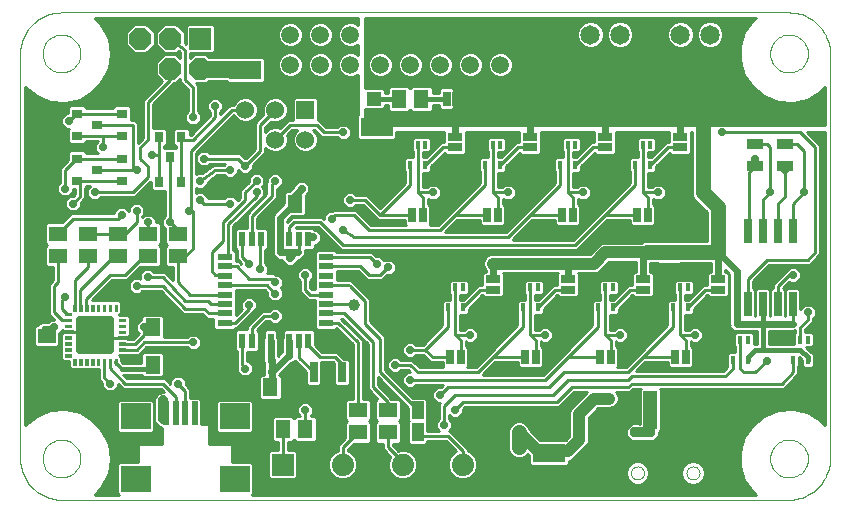
<source format=gtl>
G75*
G70*
%OFA0B0*%
%FSLAX24Y24*%
%IPPOS*%
%LPD*%
%AMOC8*
5,1,8,0,0,1.08239X$1,22.5*
%
%ADD10C,0.0000*%
%ADD11R,0.0157X0.0276*%
%ADD12R,0.0551X0.0354*%
%ADD13R,0.0220X0.0500*%
%ADD14R,0.0500X0.0220*%
%ADD15C,0.0252*%
%ADD16C,0.0035*%
%ADD17R,0.0512X0.0591*%
%ADD18R,0.0630X0.0512*%
%ADD19R,0.0600X0.0600*%
%ADD20C,0.0600*%
%ADD21R,0.0500X0.0250*%
%ADD22R,0.0250X0.0500*%
%ADD23R,0.0276X0.0669*%
%ADD24R,0.0260X0.0800*%
%ADD25C,0.0594*%
%ADD26R,0.0740X0.0740*%
%ADD27OC8,0.0740*%
%ADD28C,0.0740*%
%ADD29R,0.0512X0.0630*%
%ADD30R,0.0394X0.0591*%
%ADD31C,0.0394*%
%ADD32R,0.0354X0.0315*%
%ADD33R,0.0315X0.0354*%
%ADD34R,0.0984X0.0866*%
%ADD35R,0.0197X0.0787*%
%ADD36R,0.0472X0.1260*%
%ADD37R,0.0866X0.2205*%
%ADD38R,0.1063X0.0630*%
%ADD39C,0.0650*%
%ADD40R,0.0472X0.0472*%
%ADD41R,0.0591X0.0512*%
%ADD42C,0.0100*%
%ADD43OC8,0.0278*%
%ADD44C,0.0320*%
%ADD45OC8,0.0357*%
%ADD46C,0.0240*%
%ADD47C,0.0400*%
%ADD48C,0.0500*%
%ADD49C,0.0160*%
%ADD50C,0.0560*%
%ADD51C,0.0120*%
D10*
X004525Y003150D02*
X028767Y003150D01*
X028839Y003152D01*
X028911Y003158D01*
X028982Y003167D01*
X029053Y003180D01*
X029123Y003197D01*
X029192Y003217D01*
X029260Y003241D01*
X029326Y003269D01*
X029391Y003300D01*
X029455Y003334D01*
X029516Y003372D01*
X029575Y003413D01*
X029632Y003456D01*
X029687Y003503D01*
X029739Y003553D01*
X029789Y003605D01*
X029836Y003660D01*
X029879Y003717D01*
X029920Y003776D01*
X029958Y003838D01*
X029992Y003901D01*
X030023Y003966D01*
X030051Y004032D01*
X030075Y004100D01*
X030095Y004169D01*
X030112Y004239D01*
X030125Y004310D01*
X030134Y004381D01*
X030140Y004453D01*
X030142Y004525D01*
X030142Y018020D01*
X028145Y018025D02*
X028147Y018075D01*
X028153Y018125D01*
X028163Y018174D01*
X028177Y018222D01*
X028194Y018269D01*
X028215Y018314D01*
X028240Y018358D01*
X028268Y018399D01*
X028300Y018438D01*
X028334Y018475D01*
X028371Y018509D01*
X028411Y018539D01*
X028453Y018566D01*
X028497Y018590D01*
X028543Y018611D01*
X028590Y018627D01*
X028638Y018640D01*
X028688Y018649D01*
X028737Y018654D01*
X028788Y018655D01*
X028838Y018652D01*
X028887Y018645D01*
X028936Y018634D01*
X028984Y018619D01*
X029030Y018601D01*
X029075Y018579D01*
X029118Y018553D01*
X029159Y018524D01*
X029198Y018492D01*
X029234Y018457D01*
X029266Y018419D01*
X029296Y018379D01*
X029323Y018336D01*
X029346Y018292D01*
X029365Y018246D01*
X029381Y018198D01*
X029393Y018149D01*
X029401Y018100D01*
X029405Y018050D01*
X029405Y018000D01*
X029401Y017950D01*
X029393Y017901D01*
X029381Y017852D01*
X029365Y017804D01*
X029346Y017758D01*
X029323Y017714D01*
X029296Y017671D01*
X029266Y017631D01*
X029234Y017593D01*
X029198Y017558D01*
X029159Y017526D01*
X029118Y017497D01*
X029075Y017471D01*
X029030Y017449D01*
X028984Y017431D01*
X028936Y017416D01*
X028887Y017405D01*
X028838Y017398D01*
X028788Y017395D01*
X028737Y017396D01*
X028688Y017401D01*
X028638Y017410D01*
X028590Y017423D01*
X028543Y017439D01*
X028497Y017460D01*
X028453Y017484D01*
X028411Y017511D01*
X028371Y017541D01*
X028334Y017575D01*
X028300Y017612D01*
X028268Y017651D01*
X028240Y017692D01*
X028215Y017736D01*
X028194Y017781D01*
X028177Y017828D01*
X028163Y017876D01*
X028153Y017925D01*
X028147Y017975D01*
X028145Y018025D01*
X028767Y019395D02*
X028839Y019393D01*
X028911Y019387D01*
X028982Y019378D01*
X029053Y019365D01*
X029123Y019348D01*
X029192Y019328D01*
X029260Y019304D01*
X029326Y019276D01*
X029391Y019245D01*
X029455Y019211D01*
X029516Y019173D01*
X029575Y019132D01*
X029632Y019089D01*
X029687Y019042D01*
X029739Y018992D01*
X029789Y018940D01*
X029836Y018885D01*
X029879Y018828D01*
X029920Y018769D01*
X029958Y018708D01*
X029992Y018644D01*
X030023Y018579D01*
X030051Y018513D01*
X030075Y018445D01*
X030095Y018376D01*
X030112Y018306D01*
X030125Y018235D01*
X030134Y018164D01*
X030140Y018092D01*
X030142Y018020D01*
X028767Y019395D02*
X004525Y019395D01*
X003895Y018025D02*
X003897Y018075D01*
X003903Y018125D01*
X003913Y018174D01*
X003927Y018222D01*
X003944Y018269D01*
X003965Y018314D01*
X003990Y018358D01*
X004018Y018399D01*
X004050Y018438D01*
X004084Y018475D01*
X004121Y018509D01*
X004161Y018539D01*
X004203Y018566D01*
X004247Y018590D01*
X004293Y018611D01*
X004340Y018627D01*
X004388Y018640D01*
X004438Y018649D01*
X004487Y018654D01*
X004538Y018655D01*
X004588Y018652D01*
X004637Y018645D01*
X004686Y018634D01*
X004734Y018619D01*
X004780Y018601D01*
X004825Y018579D01*
X004868Y018553D01*
X004909Y018524D01*
X004948Y018492D01*
X004984Y018457D01*
X005016Y018419D01*
X005046Y018379D01*
X005073Y018336D01*
X005096Y018292D01*
X005115Y018246D01*
X005131Y018198D01*
X005143Y018149D01*
X005151Y018100D01*
X005155Y018050D01*
X005155Y018000D01*
X005151Y017950D01*
X005143Y017901D01*
X005131Y017852D01*
X005115Y017804D01*
X005096Y017758D01*
X005073Y017714D01*
X005046Y017671D01*
X005016Y017631D01*
X004984Y017593D01*
X004948Y017558D01*
X004909Y017526D01*
X004868Y017497D01*
X004825Y017471D01*
X004780Y017449D01*
X004734Y017431D01*
X004686Y017416D01*
X004637Y017405D01*
X004588Y017398D01*
X004538Y017395D01*
X004487Y017396D01*
X004438Y017401D01*
X004388Y017410D01*
X004340Y017423D01*
X004293Y017439D01*
X004247Y017460D01*
X004203Y017484D01*
X004161Y017511D01*
X004121Y017541D01*
X004084Y017575D01*
X004050Y017612D01*
X004018Y017651D01*
X003990Y017692D01*
X003965Y017736D01*
X003944Y017781D01*
X003927Y017828D01*
X003913Y017876D01*
X003903Y017925D01*
X003897Y017975D01*
X003895Y018025D01*
X003150Y018020D02*
X003152Y018092D01*
X003158Y018164D01*
X003167Y018235D01*
X003180Y018306D01*
X003197Y018376D01*
X003217Y018445D01*
X003241Y018513D01*
X003269Y018579D01*
X003300Y018644D01*
X003334Y018708D01*
X003372Y018769D01*
X003413Y018828D01*
X003456Y018885D01*
X003503Y018940D01*
X003553Y018992D01*
X003605Y019042D01*
X003660Y019089D01*
X003717Y019132D01*
X003776Y019173D01*
X003837Y019211D01*
X003901Y019245D01*
X003966Y019276D01*
X004032Y019304D01*
X004100Y019328D01*
X004169Y019348D01*
X004239Y019365D01*
X004310Y019378D01*
X004381Y019387D01*
X004453Y019393D01*
X004525Y019395D01*
X003150Y018020D02*
X003150Y004525D01*
X003895Y004525D02*
X003897Y004575D01*
X003903Y004625D01*
X003913Y004674D01*
X003927Y004722D01*
X003944Y004769D01*
X003965Y004814D01*
X003990Y004858D01*
X004018Y004899D01*
X004050Y004938D01*
X004084Y004975D01*
X004121Y005009D01*
X004161Y005039D01*
X004203Y005066D01*
X004247Y005090D01*
X004293Y005111D01*
X004340Y005127D01*
X004388Y005140D01*
X004438Y005149D01*
X004487Y005154D01*
X004538Y005155D01*
X004588Y005152D01*
X004637Y005145D01*
X004686Y005134D01*
X004734Y005119D01*
X004780Y005101D01*
X004825Y005079D01*
X004868Y005053D01*
X004909Y005024D01*
X004948Y004992D01*
X004984Y004957D01*
X005016Y004919D01*
X005046Y004879D01*
X005073Y004836D01*
X005096Y004792D01*
X005115Y004746D01*
X005131Y004698D01*
X005143Y004649D01*
X005151Y004600D01*
X005155Y004550D01*
X005155Y004500D01*
X005151Y004450D01*
X005143Y004401D01*
X005131Y004352D01*
X005115Y004304D01*
X005096Y004258D01*
X005073Y004214D01*
X005046Y004171D01*
X005016Y004131D01*
X004984Y004093D01*
X004948Y004058D01*
X004909Y004026D01*
X004868Y003997D01*
X004825Y003971D01*
X004780Y003949D01*
X004734Y003931D01*
X004686Y003916D01*
X004637Y003905D01*
X004588Y003898D01*
X004538Y003895D01*
X004487Y003896D01*
X004438Y003901D01*
X004388Y003910D01*
X004340Y003923D01*
X004293Y003939D01*
X004247Y003960D01*
X004203Y003984D01*
X004161Y004011D01*
X004121Y004041D01*
X004084Y004075D01*
X004050Y004112D01*
X004018Y004151D01*
X003990Y004192D01*
X003965Y004236D01*
X003944Y004281D01*
X003927Y004328D01*
X003913Y004376D01*
X003903Y004425D01*
X003897Y004475D01*
X003895Y004525D01*
X003150Y004525D02*
X003152Y004453D01*
X003158Y004381D01*
X003167Y004310D01*
X003180Y004239D01*
X003197Y004169D01*
X003217Y004100D01*
X003241Y004032D01*
X003269Y003966D01*
X003300Y003901D01*
X003334Y003838D01*
X003372Y003776D01*
X003413Y003717D01*
X003456Y003660D01*
X003503Y003605D01*
X003553Y003553D01*
X003605Y003503D01*
X003660Y003456D01*
X003717Y003413D01*
X003776Y003372D01*
X003837Y003334D01*
X003901Y003300D01*
X003966Y003269D01*
X004032Y003241D01*
X004100Y003217D01*
X004169Y003197D01*
X004239Y003180D01*
X004310Y003167D01*
X004381Y003158D01*
X004453Y003152D01*
X004525Y003150D01*
X023508Y004044D02*
X023510Y004073D01*
X023516Y004101D01*
X023525Y004129D01*
X023538Y004155D01*
X023555Y004178D01*
X023574Y004200D01*
X023596Y004219D01*
X023621Y004234D01*
X023647Y004247D01*
X023675Y004255D01*
X023703Y004260D01*
X023732Y004261D01*
X023761Y004258D01*
X023789Y004251D01*
X023816Y004241D01*
X023842Y004227D01*
X023865Y004210D01*
X023886Y004190D01*
X023904Y004167D01*
X023919Y004142D01*
X023930Y004115D01*
X023938Y004087D01*
X023942Y004058D01*
X023942Y004030D01*
X023938Y004001D01*
X023930Y003973D01*
X023919Y003946D01*
X023904Y003921D01*
X023886Y003898D01*
X023865Y003878D01*
X023842Y003861D01*
X023816Y003847D01*
X023789Y003837D01*
X023761Y003830D01*
X023732Y003827D01*
X023703Y003828D01*
X023675Y003833D01*
X023647Y003841D01*
X023621Y003854D01*
X023596Y003869D01*
X023574Y003888D01*
X023555Y003910D01*
X023538Y003933D01*
X023525Y003959D01*
X023516Y003987D01*
X023510Y004015D01*
X023508Y004044D01*
X025358Y004044D02*
X025360Y004073D01*
X025366Y004101D01*
X025375Y004129D01*
X025388Y004155D01*
X025405Y004178D01*
X025424Y004200D01*
X025446Y004219D01*
X025471Y004234D01*
X025497Y004247D01*
X025525Y004255D01*
X025553Y004260D01*
X025582Y004261D01*
X025611Y004258D01*
X025639Y004251D01*
X025666Y004241D01*
X025692Y004227D01*
X025715Y004210D01*
X025736Y004190D01*
X025754Y004167D01*
X025769Y004142D01*
X025780Y004115D01*
X025788Y004087D01*
X025792Y004058D01*
X025792Y004030D01*
X025788Y004001D01*
X025780Y003973D01*
X025769Y003946D01*
X025754Y003921D01*
X025736Y003898D01*
X025715Y003878D01*
X025692Y003861D01*
X025666Y003847D01*
X025639Y003837D01*
X025611Y003830D01*
X025582Y003827D01*
X025553Y003828D01*
X025525Y003833D01*
X025497Y003841D01*
X025471Y003854D01*
X025446Y003869D01*
X025424Y003888D01*
X025405Y003910D01*
X025388Y003933D01*
X025375Y003959D01*
X025366Y003987D01*
X025360Y004015D01*
X025358Y004044D01*
X028145Y004525D02*
X028147Y004575D01*
X028153Y004625D01*
X028163Y004674D01*
X028177Y004722D01*
X028194Y004769D01*
X028215Y004814D01*
X028240Y004858D01*
X028268Y004899D01*
X028300Y004938D01*
X028334Y004975D01*
X028371Y005009D01*
X028411Y005039D01*
X028453Y005066D01*
X028497Y005090D01*
X028543Y005111D01*
X028590Y005127D01*
X028638Y005140D01*
X028688Y005149D01*
X028737Y005154D01*
X028788Y005155D01*
X028838Y005152D01*
X028887Y005145D01*
X028936Y005134D01*
X028984Y005119D01*
X029030Y005101D01*
X029075Y005079D01*
X029118Y005053D01*
X029159Y005024D01*
X029198Y004992D01*
X029234Y004957D01*
X029266Y004919D01*
X029296Y004879D01*
X029323Y004836D01*
X029346Y004792D01*
X029365Y004746D01*
X029381Y004698D01*
X029393Y004649D01*
X029401Y004600D01*
X029405Y004550D01*
X029405Y004500D01*
X029401Y004450D01*
X029393Y004401D01*
X029381Y004352D01*
X029365Y004304D01*
X029346Y004258D01*
X029323Y004214D01*
X029296Y004171D01*
X029266Y004131D01*
X029234Y004093D01*
X029198Y004058D01*
X029159Y004026D01*
X029118Y003997D01*
X029075Y003971D01*
X029030Y003949D01*
X028984Y003931D01*
X028936Y003916D01*
X028887Y003905D01*
X028838Y003898D01*
X028788Y003895D01*
X028737Y003896D01*
X028688Y003901D01*
X028638Y003910D01*
X028590Y003923D01*
X028543Y003939D01*
X028497Y003960D01*
X028453Y003984D01*
X028411Y004011D01*
X028371Y004041D01*
X028334Y004075D01*
X028300Y004112D01*
X028268Y004151D01*
X028240Y004192D01*
X028215Y004236D01*
X028194Y004281D01*
X028177Y004328D01*
X028163Y004376D01*
X028153Y004425D01*
X028147Y004475D01*
X028145Y004525D01*
D11*
X027406Y007815D03*
X026894Y007815D03*
X026894Y008485D03*
X027150Y008485D03*
X027406Y008485D03*
X028894Y008485D03*
X029150Y008485D03*
X029406Y008485D03*
X029406Y007815D03*
X028894Y007815D03*
X025406Y009565D03*
X024894Y009565D03*
X024894Y010235D03*
X025150Y010235D03*
X025406Y010235D03*
X022906Y010235D03*
X022650Y010235D03*
X022394Y010235D03*
X022394Y009565D03*
X022906Y009565D03*
X020406Y009565D03*
X019894Y009565D03*
X019894Y010235D03*
X020150Y010235D03*
X020406Y010235D03*
X017906Y010235D03*
X017650Y010235D03*
X017394Y010235D03*
X017394Y009565D03*
X017906Y009565D03*
X018644Y014315D03*
X019156Y014315D03*
X019156Y014985D03*
X018900Y014985D03*
X018644Y014985D03*
X016656Y014985D03*
X016400Y014985D03*
X016144Y014985D03*
X016144Y014315D03*
X016656Y014315D03*
X021144Y014315D03*
X021656Y014315D03*
X021656Y014985D03*
X021400Y014985D03*
X021144Y014985D03*
X023644Y014985D03*
X023900Y014985D03*
X024156Y014985D03*
X024156Y014315D03*
X023644Y014315D03*
D12*
X027650Y014276D03*
X027650Y015024D03*
X028650Y015024D03*
X028650Y014276D03*
D13*
X012752Y011840D03*
X012437Y011840D03*
X012122Y011840D03*
X011807Y011840D03*
X011493Y011840D03*
X011178Y011840D03*
X010863Y011840D03*
X010548Y011840D03*
X010548Y008460D03*
X010863Y008460D03*
X011178Y008460D03*
X011493Y008460D03*
X011807Y008460D03*
X012122Y008460D03*
X012437Y008460D03*
X012752Y008460D03*
D14*
X013340Y009048D03*
X013340Y009363D03*
X013340Y009678D03*
X013340Y009993D03*
X013340Y010307D03*
X013340Y010622D03*
X013340Y010937D03*
X013340Y011252D03*
X009960Y011252D03*
X009960Y010937D03*
X009960Y010622D03*
X009960Y010307D03*
X009960Y009993D03*
X009960Y009678D03*
X009960Y009363D03*
X009960Y009048D03*
D15*
X006154Y008146D02*
X005146Y008146D01*
X005146Y009154D01*
X006154Y009154D01*
X006154Y008146D01*
X006154Y008397D02*
X005146Y008397D01*
X005146Y008648D02*
X006154Y008648D01*
X006154Y008899D02*
X005146Y008899D01*
X005146Y009150D02*
X006154Y009150D01*
D16*
X006455Y009184D02*
X006657Y009184D01*
X006657Y009100D01*
X006455Y009100D01*
X006455Y009184D01*
X006455Y009134D02*
X006657Y009134D01*
X006657Y009168D02*
X006455Y009168D01*
X006455Y009381D02*
X006657Y009381D01*
X006657Y009297D01*
X006455Y009297D01*
X006455Y009381D01*
X006455Y009331D02*
X006657Y009331D01*
X006657Y009365D02*
X006455Y009365D01*
X006297Y009455D02*
X006297Y009657D01*
X006381Y009657D01*
X006381Y009455D01*
X006297Y009455D01*
X006297Y009489D02*
X006381Y009489D01*
X006381Y009523D02*
X006297Y009523D01*
X006297Y009557D02*
X006381Y009557D01*
X006381Y009591D02*
X006297Y009591D01*
X006297Y009625D02*
X006381Y009625D01*
X006100Y009657D02*
X006100Y009455D01*
X006100Y009657D02*
X006184Y009657D01*
X006184Y009455D01*
X006100Y009455D01*
X006100Y009489D02*
X006184Y009489D01*
X006184Y009523D02*
X006100Y009523D01*
X006100Y009557D02*
X006184Y009557D01*
X006184Y009591D02*
X006100Y009591D01*
X006100Y009625D02*
X006184Y009625D01*
X005903Y009657D02*
X005903Y009455D01*
X005903Y009657D02*
X005987Y009657D01*
X005987Y009455D01*
X005903Y009455D01*
X005903Y009489D02*
X005987Y009489D01*
X005987Y009523D02*
X005903Y009523D01*
X005903Y009557D02*
X005987Y009557D01*
X005987Y009591D02*
X005903Y009591D01*
X005903Y009625D02*
X005987Y009625D01*
X005706Y009657D02*
X005706Y009455D01*
X005706Y009657D02*
X005790Y009657D01*
X005790Y009455D01*
X005706Y009455D01*
X005706Y009489D02*
X005790Y009489D01*
X005790Y009523D02*
X005706Y009523D01*
X005706Y009557D02*
X005790Y009557D01*
X005790Y009591D02*
X005706Y009591D01*
X005706Y009625D02*
X005790Y009625D01*
X005510Y009657D02*
X005510Y009455D01*
X005510Y009657D02*
X005594Y009657D01*
X005594Y009455D01*
X005510Y009455D01*
X005510Y009489D02*
X005594Y009489D01*
X005594Y009523D02*
X005510Y009523D01*
X005510Y009557D02*
X005594Y009557D01*
X005594Y009591D02*
X005510Y009591D01*
X005510Y009625D02*
X005594Y009625D01*
X005313Y009657D02*
X005313Y009455D01*
X005313Y009657D02*
X005397Y009657D01*
X005397Y009455D01*
X005313Y009455D01*
X005313Y009489D02*
X005397Y009489D01*
X005397Y009523D02*
X005313Y009523D01*
X005313Y009557D02*
X005397Y009557D01*
X005397Y009591D02*
X005313Y009591D01*
X005313Y009625D02*
X005397Y009625D01*
X005116Y009657D02*
X005116Y009455D01*
X005116Y009657D02*
X005200Y009657D01*
X005200Y009455D01*
X005116Y009455D01*
X005116Y009489D02*
X005200Y009489D01*
X005200Y009523D02*
X005116Y009523D01*
X005116Y009557D02*
X005200Y009557D01*
X005200Y009591D02*
X005116Y009591D01*
X005116Y009625D02*
X005200Y009625D01*
X004919Y009657D02*
X004919Y009455D01*
X004919Y009657D02*
X005003Y009657D01*
X005003Y009455D01*
X004919Y009455D01*
X004919Y009489D02*
X005003Y009489D01*
X005003Y009523D02*
X004919Y009523D01*
X004919Y009557D02*
X005003Y009557D01*
X005003Y009591D02*
X004919Y009591D01*
X004919Y009625D02*
X005003Y009625D01*
X004845Y009297D02*
X004643Y009297D01*
X004643Y009381D01*
X004845Y009381D01*
X004845Y009297D01*
X004845Y009331D02*
X004643Y009331D01*
X004643Y009365D02*
X004845Y009365D01*
X004845Y009100D02*
X004643Y009100D01*
X004643Y009184D01*
X004845Y009184D01*
X004845Y009100D01*
X004845Y009134D02*
X004643Y009134D01*
X004643Y009168D02*
X004845Y009168D01*
X004845Y008903D02*
X004643Y008903D01*
X004643Y008987D01*
X004845Y008987D01*
X004845Y008903D01*
X004845Y008937D02*
X004643Y008937D01*
X004643Y008971D02*
X004845Y008971D01*
X004845Y008706D02*
X004643Y008706D01*
X004643Y008790D01*
X004845Y008790D01*
X004845Y008706D01*
X004845Y008740D02*
X004643Y008740D01*
X004643Y008774D02*
X004845Y008774D01*
X004845Y008510D02*
X004643Y008510D01*
X004643Y008594D01*
X004845Y008594D01*
X004845Y008510D01*
X004845Y008544D02*
X004643Y008544D01*
X004643Y008578D02*
X004845Y008578D01*
X004845Y008313D02*
X004643Y008313D01*
X004643Y008397D01*
X004845Y008397D01*
X004845Y008313D01*
X004845Y008347D02*
X004643Y008347D01*
X004643Y008381D02*
X004845Y008381D01*
X004845Y008116D02*
X004643Y008116D01*
X004643Y008200D01*
X004845Y008200D01*
X004845Y008116D01*
X004845Y008150D02*
X004643Y008150D01*
X004643Y008184D02*
X004845Y008184D01*
X004845Y007919D02*
X004643Y007919D01*
X004643Y008003D01*
X004845Y008003D01*
X004845Y007919D01*
X004845Y007953D02*
X004643Y007953D01*
X004643Y007987D02*
X004845Y007987D01*
X005003Y007845D02*
X005003Y007643D01*
X004919Y007643D01*
X004919Y007845D01*
X005003Y007845D01*
X005003Y007677D02*
X004919Y007677D01*
X004919Y007711D02*
X005003Y007711D01*
X005003Y007745D02*
X004919Y007745D01*
X004919Y007779D02*
X005003Y007779D01*
X005003Y007813D02*
X004919Y007813D01*
X005200Y007845D02*
X005200Y007643D01*
X005116Y007643D01*
X005116Y007845D01*
X005200Y007845D01*
X005200Y007677D02*
X005116Y007677D01*
X005116Y007711D02*
X005200Y007711D01*
X005200Y007745D02*
X005116Y007745D01*
X005116Y007779D02*
X005200Y007779D01*
X005200Y007813D02*
X005116Y007813D01*
X005397Y007845D02*
X005397Y007643D01*
X005313Y007643D01*
X005313Y007845D01*
X005397Y007845D01*
X005397Y007677D02*
X005313Y007677D01*
X005313Y007711D02*
X005397Y007711D01*
X005397Y007745D02*
X005313Y007745D01*
X005313Y007779D02*
X005397Y007779D01*
X005397Y007813D02*
X005313Y007813D01*
X005594Y007845D02*
X005594Y007643D01*
X005510Y007643D01*
X005510Y007845D01*
X005594Y007845D01*
X005594Y007677D02*
X005510Y007677D01*
X005510Y007711D02*
X005594Y007711D01*
X005594Y007745D02*
X005510Y007745D01*
X005510Y007779D02*
X005594Y007779D01*
X005594Y007813D02*
X005510Y007813D01*
X005790Y007845D02*
X005790Y007643D01*
X005706Y007643D01*
X005706Y007845D01*
X005790Y007845D01*
X005790Y007677D02*
X005706Y007677D01*
X005706Y007711D02*
X005790Y007711D01*
X005790Y007745D02*
X005706Y007745D01*
X005706Y007779D02*
X005790Y007779D01*
X005790Y007813D02*
X005706Y007813D01*
X005987Y007845D02*
X005987Y007643D01*
X005903Y007643D01*
X005903Y007845D01*
X005987Y007845D01*
X005987Y007677D02*
X005903Y007677D01*
X005903Y007711D02*
X005987Y007711D01*
X005987Y007745D02*
X005903Y007745D01*
X005903Y007779D02*
X005987Y007779D01*
X005987Y007813D02*
X005903Y007813D01*
X006184Y007845D02*
X006184Y007643D01*
X006100Y007643D01*
X006100Y007845D01*
X006184Y007845D01*
X006184Y007677D02*
X006100Y007677D01*
X006100Y007711D02*
X006184Y007711D01*
X006184Y007745D02*
X006100Y007745D01*
X006100Y007779D02*
X006184Y007779D01*
X006184Y007813D02*
X006100Y007813D01*
X006381Y007845D02*
X006381Y007643D01*
X006297Y007643D01*
X006297Y007845D01*
X006381Y007845D01*
X006381Y007677D02*
X006297Y007677D01*
X006297Y007711D02*
X006381Y007711D01*
X006381Y007745D02*
X006297Y007745D01*
X006297Y007779D02*
X006381Y007779D01*
X006381Y007813D02*
X006297Y007813D01*
X006455Y008003D02*
X006657Y008003D01*
X006657Y007919D01*
X006455Y007919D01*
X006455Y008003D01*
X006455Y007953D02*
X006657Y007953D01*
X006657Y007987D02*
X006455Y007987D01*
X006455Y008200D02*
X006657Y008200D01*
X006657Y008116D01*
X006455Y008116D01*
X006455Y008200D01*
X006455Y008150D02*
X006657Y008150D01*
X006657Y008184D02*
X006455Y008184D01*
X006455Y008397D02*
X006657Y008397D01*
X006657Y008313D01*
X006455Y008313D01*
X006455Y008397D01*
X006455Y008347D02*
X006657Y008347D01*
X006657Y008381D02*
X006455Y008381D01*
X006455Y008594D02*
X006657Y008594D01*
X006657Y008510D01*
X006455Y008510D01*
X006455Y008594D01*
X006455Y008544D02*
X006657Y008544D01*
X006657Y008578D02*
X006455Y008578D01*
X006455Y008790D02*
X006657Y008790D01*
X006657Y008706D01*
X006455Y008706D01*
X006455Y008790D01*
X006455Y008740D02*
X006657Y008740D01*
X006657Y008774D02*
X006455Y008774D01*
X006455Y008987D02*
X006657Y008987D01*
X006657Y008903D01*
X006455Y008903D01*
X006455Y008987D01*
X006455Y008937D02*
X006657Y008937D01*
X006657Y008971D02*
X006455Y008971D01*
D17*
X007565Y008900D03*
X008235Y008900D03*
X008235Y007650D03*
X007565Y007650D03*
X010815Y006900D03*
X011485Y006900D03*
X012315Y013025D03*
X012985Y013025D03*
D18*
X008400Y012024D03*
X008400Y011276D03*
X007400Y011276D03*
X007400Y012024D03*
X006400Y012024D03*
X006400Y011276D03*
X005400Y011276D03*
X005400Y012024D03*
X004400Y012024D03*
X004400Y011276D03*
X014400Y006149D03*
X014400Y005401D03*
X015400Y005401D03*
X015400Y006149D03*
X024775Y011381D03*
X024775Y012169D03*
D19*
X012650Y016150D03*
D20*
X011650Y016150D03*
X010650Y016150D03*
X010650Y015150D03*
X011650Y015150D03*
X012650Y015150D03*
D21*
X017650Y015250D03*
X017650Y014900D03*
X017650Y014550D03*
X020150Y014550D03*
X020150Y014900D03*
X020150Y015250D03*
X022650Y015250D03*
X022650Y014900D03*
X022650Y014550D03*
X025150Y014550D03*
X025150Y014900D03*
X025150Y015250D03*
X023900Y010500D03*
X023900Y010150D03*
X023900Y009800D03*
X021400Y009800D03*
X021400Y010150D03*
X021400Y010500D03*
X018900Y010500D03*
X018900Y010150D03*
X018900Y009800D03*
X026400Y009800D03*
X026400Y010150D03*
X026400Y010500D03*
D22*
X024077Y012650D03*
X023723Y012650D03*
X021577Y012650D03*
X021223Y012650D03*
X019077Y012650D03*
X018723Y012650D03*
X016577Y012650D03*
X016223Y012650D03*
X017363Y016525D03*
X017687Y016525D03*
X017827Y007900D03*
X017473Y007900D03*
X019973Y007900D03*
X020327Y007900D03*
X022473Y007900D03*
X022827Y007900D03*
X024973Y007900D03*
X025327Y007900D03*
D23*
X013872Y007400D03*
X013400Y007400D03*
X012928Y007400D03*
D24*
X027400Y009690D03*
X027900Y009690D03*
X028400Y009690D03*
X028900Y009690D03*
X028900Y012110D03*
X028400Y012110D03*
X027900Y012110D03*
X027400Y012110D03*
D25*
X019150Y017650D03*
X018150Y017650D03*
X017150Y017650D03*
X016150Y017650D03*
X015150Y017650D03*
X014150Y017650D03*
X013150Y017650D03*
X012150Y017650D03*
X012150Y018650D03*
X013150Y018650D03*
X014150Y018650D03*
X015150Y018650D03*
X016150Y018650D03*
X017150Y018650D03*
X018150Y018650D03*
X019150Y018650D03*
D26*
X009150Y018525D03*
X011900Y004325D03*
D27*
X009150Y017525D03*
X008150Y017525D03*
X007150Y017525D03*
X007150Y018525D03*
X008150Y018525D03*
D28*
X012900Y004225D03*
X013900Y004325D03*
X014900Y004225D03*
X015900Y004325D03*
X016900Y004225D03*
X017900Y004325D03*
X018900Y004225D03*
D29*
X012649Y005525D03*
X011901Y005525D03*
X015776Y016525D03*
X016524Y016525D03*
D30*
X016400Y006145D03*
X016400Y005405D03*
D31*
X014275Y009650D03*
D32*
X006544Y013776D03*
X005717Y014150D03*
X005044Y013776D03*
X004217Y014150D03*
X005044Y014524D03*
X005044Y015276D03*
X005717Y015650D03*
X005044Y016024D03*
X004217Y015650D03*
X006544Y015276D03*
X006544Y014524D03*
X006544Y016024D03*
D33*
X007776Y015256D03*
X008524Y015256D03*
X008150Y014583D03*
X007776Y013756D03*
X008524Y013756D03*
X008150Y016083D03*
D34*
X006996Y005937D03*
X006996Y003851D03*
X010304Y003851D03*
X010304Y005937D03*
D35*
X009280Y006036D03*
X008965Y006036D03*
X008650Y006036D03*
X008335Y006036D03*
X008020Y006036D03*
D36*
X024158Y006150D03*
X025142Y006150D03*
D37*
X026422Y004496D03*
X022878Y004496D03*
D38*
X020775Y004724D03*
X020775Y005826D03*
X015025Y014474D03*
X015025Y015576D03*
X010650Y017474D03*
X010650Y018576D03*
D39*
X022158Y018650D03*
X023142Y018650D03*
X025158Y018650D03*
X026142Y018650D03*
D40*
X014938Y016525D03*
X014112Y016525D03*
D41*
X004025Y008610D03*
X004025Y007940D03*
D42*
X003680Y008234D02*
X004370Y008234D01*
X004440Y008304D01*
X004440Y008699D01*
X004534Y008793D01*
X004534Y008819D01*
X004587Y008766D01*
X004900Y008766D01*
X004900Y008731D01*
X004587Y008731D01*
X004506Y008650D01*
X004506Y008453D01*
X004506Y008256D01*
X004506Y008059D01*
X004506Y007863D01*
X004587Y007782D01*
X004782Y007782D01*
X004782Y007587D01*
X004863Y007506D01*
X005059Y007506D01*
X005059Y007506D01*
X005059Y007506D01*
X005256Y007506D01*
X005256Y007506D01*
X005453Y007506D01*
X005453Y007506D01*
X005650Y007506D01*
X005775Y007506D01*
X005775Y007159D01*
X005891Y007044D01*
X005891Y006918D01*
X006043Y006766D01*
X006257Y006766D01*
X006409Y006918D01*
X006409Y007026D01*
X006580Y006855D01*
X007830Y006855D01*
X007942Y006742D01*
X007844Y006742D01*
X007794Y006722D01*
X007793Y006722D01*
X007792Y006721D01*
X007741Y006700D01*
X007663Y006621D01*
X007642Y006571D01*
X007641Y006570D01*
X007641Y006569D01*
X007620Y006518D01*
X007620Y005782D01*
X007641Y005731D01*
X007641Y005730D01*
X007642Y005729D01*
X007663Y005679D01*
X007741Y005600D01*
X007792Y005579D01*
X007793Y005578D01*
X007794Y005578D01*
X007831Y005563D01*
X007872Y005522D01*
X007872Y005023D01*
X007114Y005023D01*
X007084Y004994D01*
X007084Y004404D01*
X006455Y004404D01*
X006384Y004334D01*
X006384Y003368D01*
X006432Y003320D01*
X005633Y003320D01*
X005888Y003596D01*
X006102Y004039D01*
X006175Y004525D01*
X006102Y005011D01*
X006102Y005011D01*
X005888Y005454D01*
X005888Y005454D01*
X005554Y005815D01*
X005554Y005815D01*
X005128Y006061D01*
X005128Y006061D01*
X004648Y006170D01*
X004158Y006134D01*
X003700Y005954D01*
X003320Y005651D01*
X003320Y016899D01*
X003700Y016596D01*
X004158Y016416D01*
X004648Y016380D01*
X004648Y016380D01*
X005128Y016489D01*
X005554Y016735D01*
X005888Y017096D01*
X006102Y017539D01*
X006175Y018025D01*
X006102Y018511D01*
X006102Y018511D01*
X005888Y018954D01*
X005888Y018954D01*
X005637Y019225D01*
X014400Y019225D01*
X014400Y018990D01*
X014386Y019003D01*
X014233Y019067D01*
X014067Y019067D01*
X013914Y019003D01*
X013797Y018886D01*
X013733Y018733D01*
X013733Y018567D01*
X013797Y018414D01*
X013914Y018297D01*
X014067Y018233D01*
X014233Y018233D01*
X014386Y018297D01*
X014400Y018310D01*
X014400Y017990D01*
X014386Y018003D01*
X014233Y018067D01*
X014067Y018067D01*
X013914Y018003D01*
X013797Y017886D01*
X013733Y017733D01*
X013733Y017567D01*
X013797Y017414D01*
X013914Y017297D01*
X014067Y017233D01*
X014233Y017233D01*
X014386Y017297D01*
X014400Y017310D01*
X014400Y015967D01*
X014374Y015941D01*
X014374Y015212D01*
X014444Y015141D01*
X015606Y015141D01*
X015676Y015212D01*
X015676Y015400D01*
X017280Y015400D01*
X017280Y015075D01*
X017280Y015075D01*
X017280Y015070D01*
X017170Y015070D01*
X016673Y014573D01*
X016570Y014573D01*
X016570Y014727D01*
X016784Y014727D01*
X016855Y014797D01*
X016855Y015172D01*
X016784Y015242D01*
X016272Y015242D01*
X016201Y015172D01*
X016201Y014797D01*
X016230Y014768D01*
X016230Y014573D01*
X016016Y014573D01*
X015945Y014503D01*
X015945Y014128D01*
X015974Y014099D01*
X015974Y013715D01*
X015150Y012890D01*
X014720Y013320D01*
X014346Y013320D01*
X014257Y013409D01*
X014043Y013409D01*
X013891Y013257D01*
X013891Y013043D01*
X014043Y012891D01*
X014257Y012891D01*
X014346Y012980D01*
X014580Y012980D01*
X015080Y012480D01*
X015978Y012480D01*
X015978Y012350D01*
X016008Y012320D01*
X014845Y012320D01*
X014445Y012720D01*
X014445Y012720D01*
X014345Y012820D01*
X013580Y012820D01*
X013544Y012784D01*
X013418Y012784D01*
X013266Y012632D01*
X013266Y012524D01*
X013220Y012570D01*
X012205Y012570D01*
X012052Y012417D01*
X012047Y012413D01*
X012047Y012458D01*
X012199Y012610D01*
X012621Y012610D01*
X012691Y012680D01*
X012691Y013325D01*
X012784Y013418D01*
X012784Y013632D01*
X012632Y013784D01*
X012418Y013784D01*
X012266Y013632D01*
X012266Y013605D01*
X012139Y013478D01*
X012101Y013440D01*
X012010Y013440D01*
X011939Y013370D01*
X011939Y013029D01*
X011672Y012761D01*
X011672Y012761D01*
X011604Y012693D01*
X011567Y012605D01*
X011567Y011352D01*
X011604Y011264D01*
X011672Y011197D01*
X011760Y011160D01*
X011891Y011160D01*
X011891Y011105D01*
X012043Y010953D01*
X012257Y010953D01*
X012409Y011105D01*
X012409Y011160D01*
X012448Y011160D01*
X012536Y011197D01*
X012603Y011264D01*
X012640Y011352D01*
X012640Y011448D01*
X012631Y011470D01*
X012912Y011470D01*
X012982Y011540D01*
X012982Y011641D01*
X013007Y011641D01*
X013159Y011793D01*
X013159Y012007D01*
X013007Y012159D01*
X012963Y012159D01*
X012912Y012210D01*
X012325Y012210D01*
X012345Y012230D01*
X013080Y012230D01*
X013830Y011480D01*
X021720Y011480D01*
X021820Y011580D01*
X022720Y012480D01*
X023478Y012480D01*
X023478Y012350D01*
X023548Y012280D01*
X023898Y012280D01*
X023900Y012282D01*
X023902Y012280D01*
X024252Y012280D01*
X024322Y012350D01*
X024322Y012950D01*
X024252Y013020D01*
X024247Y013020D01*
X024247Y013186D01*
X024293Y013141D01*
X024507Y013141D01*
X024659Y013293D01*
X024659Y013507D01*
X024507Y013659D01*
X024293Y013659D01*
X024204Y013570D01*
X024070Y013570D01*
X024070Y014058D01*
X024284Y014058D01*
X024355Y014128D01*
X024355Y014274D01*
X024793Y014712D01*
X024850Y014655D01*
X025450Y014655D01*
X025520Y014725D01*
X025520Y015075D01*
X025520Y015400D01*
X025530Y015400D01*
X025530Y013326D01*
X025586Y013190D01*
X025690Y013086D01*
X026030Y012747D01*
X026030Y011770D01*
X023951Y011770D01*
X023831Y011720D01*
X022586Y011720D01*
X022469Y011671D01*
X022379Y011581D01*
X022142Y011345D01*
X018836Y011345D01*
X018719Y011296D01*
X018629Y011206D01*
X018580Y011089D01*
X018580Y010961D01*
X018629Y010844D01*
X018660Y010812D01*
X018660Y010745D01*
X018600Y010745D01*
X018530Y010675D01*
X018530Y010325D01*
X018530Y010325D01*
X018530Y010320D01*
X018420Y010320D01*
X017923Y009823D01*
X017820Y009823D01*
X017820Y009977D01*
X018034Y009977D01*
X018105Y010047D01*
X018105Y010422D01*
X018034Y010492D01*
X017522Y010492D01*
X017451Y010422D01*
X017451Y010047D01*
X017480Y010018D01*
X017480Y009823D01*
X017266Y009823D01*
X017195Y009753D01*
X017195Y009378D01*
X017224Y009349D01*
X017224Y008965D01*
X016580Y008320D01*
X016346Y008320D01*
X016257Y008409D01*
X016043Y008409D01*
X015891Y008257D01*
X015891Y008043D01*
X016043Y007891D01*
X016257Y007891D01*
X016346Y007980D01*
X016580Y007980D01*
X016830Y007730D01*
X017228Y007730D01*
X017228Y007600D01*
X017258Y007570D01*
X016470Y007570D01*
X016320Y007720D01*
X016220Y007820D01*
X015846Y007820D01*
X015757Y007909D01*
X015543Y007909D01*
X015391Y007757D01*
X015391Y007543D01*
X015543Y007391D01*
X015757Y007391D01*
X015846Y007480D01*
X016080Y007480D01*
X016151Y007409D01*
X016043Y007409D01*
X015891Y007257D01*
X015891Y007043D01*
X016043Y006891D01*
X016257Y006891D01*
X016346Y006980D01*
X017240Y006980D01*
X017230Y006970D01*
X017169Y006909D01*
X017043Y006909D01*
X016891Y006757D01*
X016891Y006543D01*
X017043Y006391D01*
X017151Y006391D01*
X017105Y006345D01*
X017105Y005846D01*
X017016Y005757D01*
X017016Y005543D01*
X017113Y005446D01*
X016717Y005446D01*
X016717Y005750D01*
X016692Y005775D01*
X016717Y005800D01*
X016717Y006490D01*
X016647Y006560D01*
X016230Y006560D01*
X015320Y007470D01*
X015320Y008595D01*
X014820Y009095D01*
X014820Y009845D01*
X014220Y010445D01*
X014188Y010477D01*
X013710Y010477D01*
X013710Y010767D01*
X014417Y010767D01*
X014605Y010580D01*
X014605Y010580D01*
X014705Y010480D01*
X015220Y010480D01*
X015381Y010641D01*
X015507Y010641D01*
X015659Y010793D01*
X015659Y011007D01*
X015507Y011159D01*
X015293Y011159D01*
X015275Y011141D01*
X015132Y011284D01*
X015006Y011284D01*
X014868Y011422D01*
X013700Y011422D01*
X013640Y011482D01*
X013040Y011482D01*
X012970Y011412D01*
X012970Y010163D01*
X012878Y010163D01*
X012820Y010220D01*
X012820Y010454D01*
X012909Y010543D01*
X012909Y010757D01*
X012757Y010909D01*
X012543Y010909D01*
X012391Y010757D01*
X012391Y010543D01*
X012480Y010454D01*
X012480Y010080D01*
X012580Y009980D01*
X012737Y009823D01*
X012970Y009823D01*
X012970Y008888D01*
X013040Y008818D01*
X013640Y008818D01*
X013691Y008869D01*
X014230Y008330D01*
X014230Y006525D01*
X014035Y006525D01*
X013965Y006455D01*
X013965Y005843D01*
X014033Y005775D01*
X013965Y005707D01*
X013965Y005206D01*
X013730Y004971D01*
X013730Y004785D01*
X013622Y004740D01*
X013485Y004603D01*
X013410Y004422D01*
X013410Y004228D01*
X013485Y004047D01*
X013622Y003910D01*
X013803Y003835D01*
X013997Y003835D01*
X014178Y003910D01*
X014315Y004047D01*
X014390Y004228D01*
X014390Y004422D01*
X014315Y004603D01*
X014178Y004740D01*
X014070Y004785D01*
X014070Y004831D01*
X014265Y005025D01*
X014765Y005025D01*
X014835Y005095D01*
X014835Y005707D01*
X014767Y005775D01*
X014835Y005843D01*
X014835Y006455D01*
X014765Y006525D01*
X014570Y006525D01*
X014570Y008470D01*
X013922Y009118D01*
X013848Y009193D01*
X013867Y009193D01*
X014730Y008330D01*
X014730Y006830D01*
X014830Y006730D01*
X015035Y006525D01*
X014965Y006455D01*
X014965Y005843D01*
X015033Y005775D01*
X014965Y005707D01*
X014965Y005095D01*
X015035Y005025D01*
X015230Y005025D01*
X015230Y004830D01*
X015330Y004730D01*
X015477Y004583D01*
X015410Y004422D01*
X015410Y004228D01*
X015485Y004047D01*
X015622Y003910D01*
X015803Y003835D01*
X015997Y003835D01*
X016178Y003910D01*
X016315Y004047D01*
X016390Y004228D01*
X016390Y004422D01*
X016315Y004603D01*
X016178Y004740D01*
X015997Y004815D01*
X015803Y004815D01*
X015748Y004792D01*
X015570Y004970D01*
X015570Y005025D01*
X015765Y005025D01*
X015835Y005095D01*
X015835Y005707D01*
X015767Y005775D01*
X015835Y005843D01*
X015835Y006455D01*
X015765Y006525D01*
X015515Y006525D01*
X015070Y006970D01*
X015070Y007240D01*
X015080Y007230D01*
X016083Y006226D01*
X016083Y005800D01*
X016108Y005775D01*
X016083Y005750D01*
X016083Y005060D01*
X016153Y004990D01*
X016647Y004990D01*
X016717Y005060D01*
X016717Y005106D01*
X017329Y005106D01*
X017673Y004761D01*
X017622Y004740D01*
X017485Y004603D01*
X017410Y004422D01*
X017410Y004228D01*
X017485Y004047D01*
X017622Y003910D01*
X017803Y003835D01*
X017997Y003835D01*
X018178Y003910D01*
X018315Y004047D01*
X018390Y004228D01*
X018390Y004422D01*
X018315Y004603D01*
X018178Y004740D01*
X018070Y004785D01*
X018070Y004845D01*
X017970Y004945D01*
X017569Y005346D01*
X017469Y005446D01*
X017437Y005446D01*
X017534Y005543D01*
X017534Y005757D01*
X017445Y005846D01*
X017445Y005989D01*
X017543Y005891D01*
X017757Y005891D01*
X017909Y006043D01*
X017909Y006169D01*
X017970Y006230D01*
X021095Y006230D01*
X021195Y006330D01*
X021595Y006730D01*
X022027Y006730D01*
X022004Y006706D01*
X021594Y006296D01*
X021504Y006206D01*
X021455Y006089D01*
X021455Y005283D01*
X021331Y005159D01*
X020469Y005159D01*
X020139Y005489D01*
X020089Y005610D01*
X019985Y005714D01*
X019849Y005770D01*
X019701Y005770D01*
X019565Y005714D01*
X019461Y005610D01*
X019405Y005474D01*
X019405Y004826D01*
X019461Y004690D01*
X019565Y004586D01*
X019701Y004530D01*
X019849Y004530D01*
X019985Y004586D01*
X020060Y004662D01*
X020124Y004599D01*
X020124Y004359D01*
X020194Y004289D01*
X021356Y004289D01*
X021426Y004359D01*
X021426Y004455D01*
X021464Y004455D01*
X021581Y004504D01*
X021671Y004594D01*
X022046Y004969D01*
X022095Y005086D01*
X022095Y005892D01*
X022408Y006205D01*
X022839Y006205D01*
X022891Y006227D01*
X022899Y006227D01*
X022904Y006232D01*
X022956Y006254D01*
X023046Y006344D01*
X023068Y006396D01*
X023073Y006401D01*
X023073Y006409D01*
X023095Y006461D01*
X023095Y006589D01*
X023073Y006641D01*
X023073Y006649D01*
X023068Y006654D01*
X023046Y006706D01*
X023023Y006730D01*
X023470Y006730D01*
X023570Y006830D01*
X023595Y006855D01*
X023827Y006855D01*
X023802Y006830D01*
X023802Y005680D01*
X023792Y005680D01*
X023774Y005698D01*
X023526Y005698D01*
X023352Y005524D01*
X023352Y005276D01*
X023526Y005102D01*
X023774Y005102D01*
X023792Y005120D01*
X024008Y005120D01*
X024026Y005102D01*
X024274Y005102D01*
X024448Y005276D01*
X024448Y005405D01*
X024514Y005470D01*
X024514Y006830D01*
X024489Y006855D01*
X028595Y006855D01*
X028695Y006955D01*
X028972Y007232D01*
X028974Y007232D01*
X029022Y007281D01*
X029070Y007330D01*
X029070Y007332D01*
X029072Y007334D01*
X029070Y007402D01*
X029070Y007470D01*
X029068Y007472D01*
X029065Y007600D01*
X029093Y007628D01*
X029093Y007924D01*
X029206Y007811D01*
X029206Y007733D01*
X029207Y007731D01*
X029207Y007628D01*
X029277Y007558D01*
X029534Y007558D01*
X029605Y007628D01*
X029605Y007731D01*
X029606Y007733D01*
X029606Y007977D01*
X029605Y007978D01*
X029605Y008003D01*
X029534Y008073D01*
X029510Y008073D01*
X029356Y008227D01*
X029534Y008227D01*
X029605Y008297D01*
X029605Y008672D01*
X029534Y008742D01*
X029320Y008742D01*
X029320Y008830D01*
X029570Y009080D01*
X029570Y009204D01*
X029659Y009293D01*
X029659Y009507D01*
X029507Y009659D01*
X029293Y009659D01*
X029150Y009516D01*
X029150Y010140D01*
X029080Y010210D01*
X028720Y010210D01*
X028650Y010140D01*
X028580Y010210D01*
X028575Y010210D01*
X028775Y010409D01*
X028793Y010391D01*
X029007Y010391D01*
X029159Y010543D01*
X029159Y010757D01*
X029007Y010909D01*
X028793Y010909D01*
X028641Y010757D01*
X028641Y010756D01*
X028330Y010445D01*
X028230Y010345D01*
X028230Y010210D01*
X028220Y010210D01*
X028150Y010140D01*
X028080Y010210D01*
X027720Y010210D01*
X027650Y010140D01*
X027580Y010210D01*
X027570Y010210D01*
X027570Y010455D01*
X028095Y010980D01*
X029470Y010980D01*
X029720Y011230D01*
X029820Y011330D01*
X029820Y014970D01*
X029972Y014970D01*
X029972Y014872D02*
X029820Y014872D01*
X029820Y014970D02*
X029390Y015400D01*
X029972Y015400D01*
X029972Y005634D01*
X029804Y005815D01*
X029804Y005815D01*
X029378Y006061D01*
X029378Y006061D01*
X028898Y006170D01*
X028408Y006134D01*
X027950Y005954D01*
X027565Y005647D01*
X027288Y005241D01*
X027143Y004771D01*
X027143Y004279D01*
X027288Y003809D01*
X027565Y003403D01*
X027565Y003403D01*
X027565Y003403D01*
X027669Y003320D01*
X010868Y003320D01*
X010916Y003368D01*
X010916Y004334D01*
X010845Y004404D01*
X010216Y004404D01*
X010216Y004994D01*
X010186Y005023D01*
X009428Y005023D01*
X009428Y005653D01*
X009399Y005682D01*
X009183Y005682D01*
X009183Y006479D01*
X009113Y006550D01*
X008820Y006550D01*
X008820Y006845D01*
X008720Y006945D01*
X008659Y007006D01*
X008659Y007132D01*
X008507Y007284D01*
X008293Y007284D01*
X008141Y007132D01*
X008141Y007024D01*
X008070Y007095D01*
X007970Y007195D01*
X006720Y007195D01*
X006590Y007325D01*
X007189Y007325D01*
X007189Y007305D01*
X007260Y007235D01*
X007871Y007235D01*
X007941Y007305D01*
X007941Y007995D01*
X007871Y008065D01*
X007260Y008065D01*
X007189Y007995D01*
X007189Y007725D01*
X006580Y007725D01*
X006519Y007786D01*
X006519Y007819D01*
X006518Y007820D01*
X006518Y007902D01*
X006441Y007979D01*
X006713Y007979D01*
X006722Y007988D01*
X007103Y007988D01*
X007345Y008230D01*
X008704Y008230D01*
X008793Y008141D01*
X009007Y008141D01*
X009159Y008293D01*
X009159Y008507D01*
X009007Y008659D01*
X008793Y008659D01*
X008704Y008570D01*
X007941Y008570D01*
X007941Y009245D01*
X007871Y009315D01*
X007260Y009315D01*
X007189Y009245D01*
X007189Y009159D01*
X007168Y009159D01*
X007016Y009007D01*
X007016Y008793D01*
X007097Y008712D01*
X006909Y008525D01*
X006722Y008525D01*
X006713Y008534D01*
X006400Y008534D01*
X006400Y008569D01*
X006713Y008569D01*
X006794Y008650D01*
X006794Y008847D01*
X006794Y009044D01*
X006794Y009241D01*
X006713Y009321D01*
X006441Y009321D01*
X006518Y009398D01*
X006518Y009713D01*
X006437Y009794D01*
X006241Y009794D01*
X006241Y009794D01*
X006241Y009794D01*
X006044Y009794D01*
X006044Y009794D01*
X005847Y009794D01*
X005847Y009794D01*
X005650Y009794D01*
X005534Y009794D01*
X006220Y010480D01*
X006720Y010480D01*
X007140Y010900D01*
X007765Y010900D01*
X007835Y010970D01*
X007835Y011582D01*
X007767Y011650D01*
X007835Y011718D01*
X007835Y012330D01*
X007765Y012400D01*
X007659Y012400D01*
X007659Y012507D01*
X007507Y012659D01*
X007293Y012659D01*
X007195Y012561D01*
X007195Y012579D01*
X007284Y012668D01*
X007284Y012882D01*
X007132Y013034D01*
X006918Y013034D01*
X006766Y012882D01*
X006766Y012775D01*
X006632Y012909D01*
X006418Y012909D01*
X006266Y012757D01*
X006266Y012695D01*
X004830Y012695D01*
X004730Y012595D01*
X004535Y012400D01*
X004035Y012400D01*
X003965Y012330D01*
X003965Y011718D01*
X004033Y011650D01*
X003965Y011582D01*
X003965Y010970D01*
X004035Y010900D01*
X004230Y010900D01*
X004230Y010470D01*
X004105Y010345D01*
X004105Y009330D01*
X004276Y009159D01*
X004168Y009159D01*
X004079Y009070D01*
X003933Y009070D01*
X003897Y009084D01*
X003865Y009070D01*
X003830Y009070D01*
X003803Y009043D01*
X003768Y009028D01*
X003755Y008995D01*
X003745Y008986D01*
X003680Y008986D01*
X003610Y008915D01*
X003610Y008304D01*
X003680Y008234D01*
X003642Y008272D02*
X003320Y008272D01*
X003320Y008174D02*
X004506Y008174D01*
X004506Y008256D02*
X004506Y008256D01*
X004506Y008256D01*
X004506Y008272D02*
X004408Y008272D01*
X004440Y008371D02*
X004506Y008371D01*
X004506Y008453D02*
X004506Y008453D01*
X004506Y008453D01*
X004506Y008469D02*
X004440Y008469D01*
X004440Y008568D02*
X004506Y008568D01*
X004522Y008666D02*
X004440Y008666D01*
X004506Y008765D02*
X004900Y008765D01*
X004744Y008744D02*
X005431Y008744D01*
X005963Y008556D02*
X006525Y008556D01*
X006400Y008568D02*
X006952Y008568D01*
X007051Y008666D02*
X006794Y008666D01*
X006794Y008765D02*
X007044Y008765D01*
X007016Y008863D02*
X006794Y008863D01*
X006794Y008847D02*
X006794Y008847D01*
X006794Y008847D01*
X006794Y008962D02*
X007016Y008962D01*
X007069Y009060D02*
X006794Y009060D01*
X006794Y009044D02*
X006794Y009044D01*
X006794Y009044D01*
X006794Y009159D02*
X007167Y009159D01*
X007201Y009257D02*
X006777Y009257D01*
X006475Y009356D02*
X008579Y009356D01*
X008580Y009355D02*
X009205Y009355D01*
X009367Y009193D01*
X009590Y009193D01*
X009590Y008888D01*
X009660Y008818D01*
X010260Y008818D01*
X010320Y008878D01*
X010368Y008878D01*
X010845Y009355D01*
X010881Y009391D01*
X010882Y009391D01*
X011034Y009543D01*
X011034Y009757D01*
X010882Y009909D01*
X010668Y009909D01*
X010516Y009757D01*
X010516Y009543D01*
X010534Y009525D01*
X010330Y009320D01*
X010330Y010137D01*
X011297Y010137D01*
X011391Y010044D01*
X011391Y009918D01*
X011543Y009766D01*
X011757Y009766D01*
X011909Y009918D01*
X011909Y010132D01*
X011829Y010212D01*
X011909Y010293D01*
X011909Y010507D01*
X011757Y010659D01*
X011631Y010659D01*
X011595Y010695D01*
X011374Y010695D01*
X011409Y010730D01*
X011409Y010945D01*
X011320Y011034D01*
X011320Y011470D01*
X011337Y011470D01*
X011408Y011540D01*
X011408Y012140D01*
X011337Y012210D01*
X011033Y012210D01*
X011033Y012542D01*
X011695Y013205D01*
X011695Y013516D01*
X011757Y013516D01*
X011909Y013668D01*
X011909Y013882D01*
X011757Y014034D01*
X011543Y014034D01*
X011391Y013882D01*
X011391Y013756D01*
X011355Y013720D01*
X011355Y013345D01*
X010693Y012683D01*
X010693Y012210D01*
X010388Y012210D01*
X010318Y012140D01*
X010318Y011540D01*
X010378Y011480D01*
X010378Y011182D01*
X010516Y011044D01*
X010516Y011024D01*
X010433Y011107D01*
X010330Y011107D01*
X010330Y011412D01*
X010260Y011482D01*
X010257Y011482D01*
X010257Y012267D01*
X011131Y013141D01*
X011132Y013141D01*
X011284Y013293D01*
X011284Y013507D01*
X011204Y013587D01*
X011284Y013668D01*
X011284Y013882D01*
X011132Y014034D01*
X010918Y014034D01*
X010766Y013882D01*
X010766Y013756D01*
X010480Y013470D01*
X010480Y013220D01*
X010400Y013141D01*
X010257Y013284D01*
X010043Y013284D01*
X009954Y013195D01*
X009409Y013195D01*
X009409Y013257D01*
X009257Y013409D01*
X009043Y013409D01*
X009007Y013374D01*
X009007Y013551D01*
X009043Y013516D01*
X009257Y013516D01*
X009409Y013668D01*
X009409Y013757D01*
X009707Y013980D01*
X009954Y013980D01*
X010043Y013891D01*
X010257Y013891D01*
X010409Y014043D01*
X010409Y014150D01*
X010543Y014016D01*
X010757Y014016D01*
X010909Y014168D01*
X010909Y014294D01*
X011220Y014605D01*
X011320Y014705D01*
X011320Y014886D01*
X011412Y014794D01*
X011566Y014730D01*
X011734Y014730D01*
X011888Y014794D01*
X012006Y014912D01*
X012070Y015066D01*
X012070Y015234D01*
X012042Y015301D01*
X012220Y015480D01*
X012386Y015480D01*
X012294Y015388D01*
X012230Y015234D01*
X012230Y015066D01*
X012294Y014912D01*
X012412Y014794D01*
X012566Y014730D01*
X012734Y014730D01*
X012888Y014794D01*
X013006Y014912D01*
X013070Y015066D01*
X013070Y015234D01*
X013006Y015388D01*
X012914Y015480D01*
X012955Y015480D01*
X013205Y015230D01*
X013704Y015230D01*
X013793Y015141D01*
X014007Y015141D01*
X014159Y015293D01*
X014159Y015507D01*
X014007Y015659D01*
X013793Y015659D01*
X013704Y015570D01*
X013345Y015570D01*
X013195Y015720D01*
X013095Y015820D01*
X013070Y015820D01*
X013070Y016500D01*
X013000Y016570D01*
X012300Y016570D01*
X012230Y016500D01*
X012230Y015820D01*
X012080Y015820D01*
X011980Y015720D01*
X011801Y015542D01*
X011734Y015570D01*
X011566Y015570D01*
X011412Y015506D01*
X011320Y015414D01*
X011320Y015580D01*
X011499Y015758D01*
X011498Y015758D01*
X011499Y015758D02*
X011566Y015730D01*
X011734Y015730D01*
X011888Y015794D01*
X012006Y015912D01*
X012070Y016066D01*
X012070Y016234D01*
X012006Y016388D01*
X011888Y016506D01*
X011734Y016570D01*
X011566Y016570D01*
X011412Y016506D01*
X011294Y016388D01*
X011230Y016234D01*
X011230Y016066D01*
X011258Y015999D01*
X010980Y015720D01*
X010980Y014845D01*
X010669Y014534D01*
X010631Y014534D01*
X010470Y014695D01*
X009471Y014695D01*
X009382Y014784D01*
X009168Y014784D01*
X009016Y014632D01*
X009016Y014418D01*
X009168Y014266D01*
X009382Y014266D01*
X009471Y014355D01*
X009989Y014355D01*
X009954Y014320D01*
X009662Y014320D01*
X009604Y014328D01*
X009593Y014320D01*
X009580Y014320D01*
X009538Y014279D01*
X009212Y014034D01*
X009043Y014034D01*
X009007Y013999D01*
X009007Y014705D01*
X010271Y015968D01*
X010294Y015912D01*
X010412Y015794D01*
X010566Y015730D01*
X010734Y015730D01*
X010888Y015794D01*
X011006Y015912D01*
X011070Y016066D01*
X011070Y016234D01*
X011006Y016388D01*
X010888Y016506D01*
X010734Y016570D01*
X010566Y016570D01*
X010412Y016506D01*
X010294Y016388D01*
X010266Y016320D01*
X010142Y016320D01*
X009820Y015998D01*
X009820Y016079D01*
X009909Y016168D01*
X009909Y016382D01*
X009757Y016534D01*
X009543Y016534D01*
X009391Y016382D01*
X009391Y016168D01*
X009480Y016079D01*
X009480Y015970D01*
X008830Y015320D01*
X008801Y015320D01*
X008801Y015483D01*
X008731Y015553D01*
X008317Y015553D01*
X008247Y015483D01*
X008247Y015029D01*
X008317Y014959D01*
X008354Y014959D01*
X008354Y014880D01*
X007946Y014880D01*
X007946Y014959D01*
X007983Y014959D01*
X008053Y015029D01*
X008053Y015483D01*
X007983Y015553D01*
X007570Y015553D01*
X007570Y016330D01*
X008275Y017035D01*
X008353Y017035D01*
X008480Y017162D01*
X008480Y017080D01*
X008580Y016980D01*
X008730Y016830D01*
X008730Y016096D01*
X008641Y016007D01*
X008641Y015793D01*
X008793Y015641D01*
X009007Y015641D01*
X009159Y015793D01*
X009159Y016007D01*
X009070Y016096D01*
X009070Y016970D01*
X009005Y017035D01*
X009353Y017035D01*
X009443Y017125D01*
X009999Y017125D01*
X009999Y017109D01*
X010069Y017039D01*
X011231Y017039D01*
X011301Y017109D01*
X011301Y017838D01*
X011231Y017909D01*
X010769Y017909D01*
X010730Y017925D01*
X009443Y017925D01*
X009353Y018015D01*
X008947Y018015D01*
X008820Y017888D01*
X008820Y018035D01*
X009570Y018035D01*
X009640Y018105D01*
X009640Y018945D01*
X009570Y019015D01*
X008730Y019015D01*
X008660Y018945D01*
X008660Y018355D01*
X008640Y018370D01*
X008640Y018728D01*
X008353Y019015D01*
X007947Y019015D01*
X007660Y018728D01*
X007660Y018322D01*
X007947Y018035D01*
X008353Y018035D01*
X008425Y018107D01*
X008480Y018065D01*
X008480Y017888D01*
X008353Y018015D01*
X007947Y018015D01*
X007660Y017728D01*
X007660Y017322D01*
X007871Y017111D01*
X007330Y016570D01*
X007330Y016570D01*
X007230Y016470D01*
X007230Y015220D01*
X007070Y015060D01*
X007070Y015720D01*
X006970Y015820D01*
X006841Y015820D01*
X006841Y016231D01*
X006771Y016301D01*
X006317Y016301D01*
X006247Y016231D01*
X006247Y016194D01*
X005341Y016194D01*
X005341Y016231D01*
X005271Y016301D01*
X004817Y016301D01*
X004747Y016231D01*
X004747Y016034D01*
X004668Y016034D01*
X004516Y015882D01*
X004516Y015668D01*
X004668Y015516D01*
X004779Y015516D01*
X004747Y015483D01*
X004747Y015069D01*
X004817Y014999D01*
X005271Y014999D01*
X005341Y015069D01*
X005341Y015106D01*
X005730Y015106D01*
X005730Y015096D01*
X005641Y015007D01*
X005641Y014793D01*
X005740Y014694D01*
X005341Y014694D01*
X005341Y014731D01*
X005271Y014801D01*
X004817Y014801D01*
X004747Y014731D01*
X004747Y014487D01*
X004580Y014320D01*
X004480Y014220D01*
X004480Y013721D01*
X004391Y013632D01*
X004391Y013418D01*
X004543Y013266D01*
X004757Y013266D01*
X004909Y013418D01*
X004909Y013499D01*
X004980Y013499D01*
X004980Y013345D01*
X004919Y013284D01*
X004793Y013284D01*
X004641Y013132D01*
X004641Y012918D01*
X004793Y012766D01*
X005007Y012766D01*
X005159Y012918D01*
X005159Y013044D01*
X005220Y013105D01*
X005220Y013105D01*
X005320Y013205D01*
X005320Y013548D01*
X005341Y013569D01*
X005341Y013606D01*
X005490Y013606D01*
X005391Y013507D01*
X005391Y013293D01*
X005543Y013141D01*
X005757Y013141D01*
X005846Y013230D01*
X006970Y013230D01*
X007470Y013730D01*
X007499Y013758D01*
X007499Y013529D01*
X007569Y013459D01*
X007980Y013459D01*
X007980Y012596D01*
X007891Y012507D01*
X007891Y012293D01*
X007965Y012219D01*
X007965Y011718D01*
X008033Y011650D01*
X007965Y011582D01*
X007965Y010970D01*
X008035Y010900D01*
X008230Y010900D01*
X008230Y010481D01*
X008070Y010654D01*
X008070Y010658D01*
X008023Y010705D01*
X007977Y010755D01*
X007973Y010755D01*
X007970Y010757D01*
X007903Y010757D01*
X007836Y010760D01*
X007834Y010757D01*
X007596Y010757D01*
X007507Y010847D01*
X007293Y010847D01*
X007141Y010695D01*
X007141Y010525D01*
X007132Y010534D01*
X006918Y010534D01*
X006766Y010382D01*
X006766Y010168D01*
X006918Y010016D01*
X007132Y010016D01*
X007221Y010105D01*
X007830Y010105D01*
X008580Y009355D01*
X008481Y009454D02*
X006518Y009454D01*
X006518Y009553D02*
X008382Y009553D01*
X008284Y009651D02*
X006518Y009651D01*
X006481Y009750D02*
X008185Y009750D01*
X008087Y009848D02*
X005588Y009848D01*
X005650Y009794D02*
X005650Y009794D01*
X005650Y009794D01*
X005687Y009947D02*
X007988Y009947D01*
X007890Y010045D02*
X007161Y010045D01*
X007025Y010275D02*
X007900Y010275D01*
X008650Y009525D01*
X009275Y009525D01*
X009437Y009363D01*
X009960Y009363D01*
X009960Y009678D02*
X009497Y009678D01*
X009400Y009775D01*
X008650Y009775D01*
X007900Y010588D01*
X007400Y010588D01*
X007141Y010636D02*
X006876Y010636D01*
X006778Y010538D02*
X007141Y010538D01*
X007181Y010735D02*
X006975Y010735D01*
X007073Y010833D02*
X007279Y010833D01*
X007521Y010833D02*
X008230Y010833D01*
X008230Y010735D02*
X007996Y010735D01*
X008087Y010636D02*
X008230Y010636D01*
X008230Y010538D02*
X008177Y010538D01*
X008400Y010400D02*
X008400Y011276D01*
X008401Y011275D01*
X008650Y011275D01*
X008900Y011525D01*
X008900Y012775D01*
X008838Y012775D01*
X008838Y014775D01*
X010213Y016150D01*
X010650Y016150D01*
X011070Y016152D02*
X011230Y016152D01*
X011235Y016054D02*
X011065Y016054D01*
X011024Y015955D02*
X011215Y015955D01*
X011116Y015857D02*
X010951Y015857D01*
X011018Y015758D02*
X010801Y015758D01*
X010980Y015660D02*
X009962Y015660D01*
X010061Y015758D02*
X010499Y015758D01*
X010349Y015857D02*
X010159Y015857D01*
X010258Y015955D02*
X010276Y015955D01*
X009974Y016152D02*
X009893Y016152D01*
X009909Y016251D02*
X010073Y016251D01*
X009909Y016349D02*
X010278Y016349D01*
X010354Y016448D02*
X009844Y016448D01*
X009650Y016275D02*
X009650Y015900D01*
X008900Y015150D01*
X008630Y015150D01*
X008524Y015256D01*
X008524Y013756D01*
X009007Y013493D02*
X010502Y013493D01*
X010480Y013394D02*
X009272Y013394D01*
X009371Y013296D02*
X010480Y013296D01*
X010457Y013197D02*
X010344Y013197D01*
X010150Y013025D02*
X009275Y013025D01*
X009150Y013150D01*
X009409Y013197D02*
X009956Y013197D01*
X010650Y013150D02*
X010650Y013400D01*
X011025Y013775D01*
X011207Y013591D02*
X011355Y013591D01*
X011355Y013493D02*
X011284Y013493D01*
X011284Y013394D02*
X011355Y013394D01*
X011305Y013296D02*
X011284Y013296D01*
X011207Y013197D02*
X011188Y013197D01*
X011108Y013099D02*
X011089Y013099D01*
X011010Y013000D02*
X010990Y013000D01*
X010911Y012902D02*
X010892Y012902D01*
X010813Y012803D02*
X010793Y012803D01*
X010714Y012705D02*
X010695Y012705D01*
X010693Y012606D02*
X010596Y012606D01*
X010693Y012508D02*
X010498Y012508D01*
X010399Y012409D02*
X010693Y012409D01*
X010693Y012311D02*
X010301Y012311D01*
X010257Y012212D02*
X010693Y012212D01*
X011033Y012212D02*
X011567Y012212D01*
X011567Y012114D02*
X011408Y012114D01*
X011408Y012015D02*
X011567Y012015D01*
X011567Y011917D02*
X011408Y011917D01*
X011408Y011818D02*
X011567Y011818D01*
X011567Y011720D02*
X011408Y011720D01*
X011408Y011621D02*
X011567Y011621D01*
X011567Y011523D02*
X011390Y011523D01*
X011320Y011424D02*
X011567Y011424D01*
X011579Y011326D02*
X011320Y011326D01*
X011320Y011227D02*
X011641Y011227D01*
X011891Y011129D02*
X011320Y011129D01*
X011324Y011030D02*
X011966Y011030D01*
X012334Y011030D02*
X012970Y011030D01*
X012970Y010932D02*
X011409Y010932D01*
X011409Y010833D02*
X012467Y010833D01*
X012391Y010735D02*
X011409Y010735D01*
X011525Y010525D02*
X011650Y010400D01*
X011525Y010525D02*
X010775Y010525D01*
X010363Y010937D01*
X009960Y010937D01*
X009932Y010650D02*
X009650Y010650D01*
X009525Y010775D01*
X009525Y011400D01*
X009900Y011775D01*
X009900Y012400D01*
X010650Y013150D01*
X011025Y013275D02*
X010088Y012338D01*
X010088Y011380D01*
X009960Y011252D01*
X010330Y011227D02*
X010378Y011227D01*
X010378Y011326D02*
X010330Y011326D01*
X010318Y011424D02*
X010378Y011424D01*
X010335Y011523D02*
X010257Y011523D01*
X010257Y011621D02*
X010318Y011621D01*
X010318Y011720D02*
X010257Y011720D01*
X010257Y011818D02*
X010318Y011818D01*
X010318Y011917D02*
X010257Y011917D01*
X010257Y012015D02*
X010318Y012015D01*
X010318Y012114D02*
X010257Y012114D01*
X010548Y011840D02*
X010548Y011252D01*
X010775Y011025D01*
X010516Y011030D02*
X010510Y011030D01*
X010431Y011129D02*
X010330Y011129D01*
X009932Y010650D02*
X009960Y010622D01*
X009960Y010307D02*
X011368Y010307D01*
X011650Y010025D01*
X011839Y009848D02*
X012712Y009848D01*
X012613Y009947D02*
X011909Y009947D01*
X011909Y010045D02*
X012515Y010045D01*
X012480Y010144D02*
X011898Y010144D01*
X011858Y010242D02*
X012480Y010242D01*
X012480Y010341D02*
X011909Y010341D01*
X011909Y010439D02*
X012480Y010439D01*
X012396Y010538D02*
X011879Y010538D01*
X011780Y010636D02*
X012391Y010636D01*
X012650Y010650D02*
X012650Y010150D01*
X012807Y009993D01*
X013340Y009993D01*
X013340Y010307D02*
X014118Y010307D01*
X014150Y010275D02*
X014650Y009775D01*
X014650Y009025D01*
X015150Y008525D01*
X015150Y007400D01*
X016400Y006150D01*
X016400Y006145D01*
X016717Y006105D02*
X017105Y006105D01*
X017105Y006007D02*
X016717Y006007D01*
X016717Y005908D02*
X017105Y005908D01*
X017068Y005810D02*
X016717Y005810D01*
X016717Y005711D02*
X017016Y005711D01*
X017016Y005613D02*
X016717Y005613D01*
X016717Y005514D02*
X017045Y005514D01*
X017275Y005650D02*
X017275Y006275D01*
X017650Y006650D01*
X020900Y006650D01*
X021400Y007150D01*
X023400Y007150D01*
X023525Y007275D01*
X026650Y007275D01*
X026894Y007519D01*
X026894Y007815D01*
X026695Y007780D02*
X025572Y007780D01*
X025572Y007878D02*
X026695Y007878D01*
X026695Y007977D02*
X025572Y007977D01*
X025572Y008075D02*
X026980Y008075D01*
X026980Y008073D02*
X026766Y008073D01*
X026695Y008003D01*
X026695Y007628D01*
X026724Y007599D01*
X026724Y007590D01*
X026580Y007445D01*
X023685Y007445D01*
X023970Y007730D01*
X024728Y007730D01*
X024728Y007600D01*
X024798Y007530D01*
X025148Y007530D01*
X025150Y007532D01*
X025152Y007530D01*
X025502Y007530D01*
X025572Y007600D01*
X025572Y008200D01*
X025502Y008270D01*
X025497Y008270D01*
X025497Y008436D01*
X025543Y008391D01*
X025757Y008391D01*
X025909Y008543D01*
X025909Y008757D01*
X025757Y008909D01*
X025543Y008909D01*
X025454Y008820D01*
X025320Y008820D01*
X025320Y009308D01*
X025534Y009308D01*
X025605Y009378D01*
X025605Y009524D01*
X026043Y009962D01*
X026100Y009905D01*
X026700Y009905D01*
X026770Y009975D01*
X026770Y010325D01*
X026770Y010675D01*
X026700Y010745D01*
X026640Y010745D01*
X026640Y010821D01*
X026785Y010676D01*
X026785Y008977D01*
X026822Y008889D01*
X026889Y008822D01*
X026977Y008785D01*
X027700Y008785D01*
X027700Y008350D01*
X027605Y008350D01*
X027605Y008672D01*
X027534Y008742D01*
X027022Y008742D01*
X026951Y008672D01*
X026951Y008297D01*
X026980Y008268D01*
X026980Y008073D01*
X026980Y008174D02*
X025572Y008174D01*
X025497Y008272D02*
X026976Y008272D01*
X026951Y008371D02*
X025497Y008371D01*
X025327Y008473D02*
X025150Y008650D01*
X025150Y010235D01*
X024951Y010242D02*
X024270Y010242D01*
X024270Y010325D02*
X024270Y010325D01*
X024270Y010675D01*
X024200Y010745D01*
X024140Y010745D01*
X024140Y011030D01*
X024386Y011030D01*
X024410Y011005D01*
X025140Y011005D01*
X025164Y011030D01*
X026160Y011030D01*
X026160Y010745D01*
X026100Y010745D01*
X026030Y010675D01*
X026030Y010325D01*
X026030Y010325D01*
X026030Y010320D01*
X025920Y010320D01*
X025423Y009823D01*
X025320Y009823D01*
X025320Y009977D01*
X025534Y009977D01*
X025605Y010047D01*
X025605Y010422D01*
X025534Y010492D01*
X025022Y010492D01*
X024951Y010422D01*
X024951Y010047D01*
X024980Y010018D01*
X024980Y009823D01*
X024766Y009823D01*
X024695Y009753D01*
X024695Y009378D01*
X024724Y009349D01*
X024724Y008965D01*
X023830Y008070D01*
X023330Y007570D01*
X023042Y007570D01*
X023072Y007600D01*
X023072Y008200D01*
X023002Y008270D01*
X022997Y008270D01*
X022997Y008436D01*
X023043Y008391D01*
X023257Y008391D01*
X023409Y008543D01*
X023409Y008757D01*
X023257Y008909D01*
X023043Y008909D01*
X022954Y008820D01*
X022820Y008820D01*
X022820Y009308D01*
X023034Y009308D01*
X023105Y009378D01*
X023105Y009524D01*
X023543Y009962D01*
X023600Y009905D01*
X024200Y009905D01*
X024270Y009975D01*
X024270Y010325D01*
X024270Y010325D01*
X024270Y010341D02*
X024951Y010341D01*
X024968Y010439D02*
X024270Y010439D01*
X024270Y010538D02*
X026030Y010538D01*
X026030Y010636D02*
X024270Y010636D01*
X024210Y010735D02*
X026090Y010735D01*
X026160Y010833D02*
X024140Y010833D01*
X024140Y010932D02*
X026160Y010932D01*
X026710Y010735D02*
X026726Y010735D01*
X026770Y010636D02*
X026785Y010636D01*
X026785Y010538D02*
X026770Y010538D01*
X026770Y010439D02*
X026785Y010439D01*
X026785Y010341D02*
X026770Y010341D01*
X026770Y010325D02*
X026770Y010325D01*
X026770Y010325D01*
X026770Y010242D02*
X026785Y010242D01*
X026785Y010144D02*
X026770Y010144D01*
X026770Y010045D02*
X026785Y010045D01*
X026785Y009947D02*
X026741Y009947D01*
X026785Y009848D02*
X025929Y009848D01*
X026027Y009947D02*
X026059Y009947D01*
X025991Y010150D02*
X025406Y009565D01*
X025605Y009454D02*
X026785Y009454D01*
X026785Y009356D02*
X025582Y009356D01*
X025633Y009553D02*
X026785Y009553D01*
X026785Y009651D02*
X025732Y009651D01*
X025830Y009750D02*
X026785Y009750D01*
X026400Y010150D02*
X025991Y010150D01*
X025842Y010242D02*
X025605Y010242D01*
X025605Y010144D02*
X025744Y010144D01*
X025645Y010045D02*
X025603Y010045D01*
X025547Y009947D02*
X025320Y009947D01*
X025320Y009848D02*
X025448Y009848D01*
X024980Y009848D02*
X023429Y009848D01*
X023527Y009947D02*
X023559Y009947D01*
X023491Y010150D02*
X022906Y009565D01*
X023105Y009454D02*
X024695Y009454D01*
X024695Y009553D02*
X023133Y009553D01*
X023232Y009651D02*
X024695Y009651D01*
X024695Y009750D02*
X023330Y009750D01*
X023047Y009947D02*
X022820Y009947D01*
X022820Y009977D02*
X022820Y009823D01*
X022923Y009823D01*
X023420Y010320D01*
X023530Y010320D01*
X023530Y010325D01*
X023530Y010325D01*
X023530Y010675D01*
X023600Y010745D01*
X023660Y010745D01*
X023660Y011080D01*
X022783Y011080D01*
X022456Y010754D01*
X022339Y010705D01*
X021740Y010705D01*
X021770Y010675D01*
X021770Y010325D01*
X021770Y010325D01*
X021770Y010325D01*
X021770Y009975D01*
X021700Y009905D01*
X021100Y009905D01*
X021043Y009962D01*
X020605Y009524D01*
X020605Y009378D01*
X020534Y009308D01*
X020320Y009308D01*
X020320Y008820D01*
X020454Y008820D01*
X020543Y008909D01*
X020757Y008909D01*
X020909Y008757D01*
X020909Y008543D01*
X020757Y008391D01*
X020543Y008391D01*
X020497Y008436D01*
X020497Y008270D01*
X020502Y008270D01*
X020572Y008200D01*
X020572Y007600D01*
X020502Y007530D01*
X020152Y007530D01*
X020150Y007532D01*
X020148Y007530D01*
X019798Y007530D01*
X019728Y007600D01*
X019728Y007730D01*
X018970Y007730D01*
X018570Y007330D01*
X018560Y007320D01*
X020580Y007320D01*
X021230Y007970D01*
X021330Y008070D01*
X021330Y008070D01*
X022224Y008965D01*
X022224Y009349D01*
X022195Y009378D01*
X022195Y009753D01*
X022266Y009823D01*
X022480Y009823D01*
X022480Y010018D01*
X022451Y010047D01*
X022451Y010422D01*
X022522Y010492D01*
X023034Y010492D01*
X023105Y010422D01*
X023105Y010047D01*
X023034Y009977D01*
X022820Y009977D01*
X022820Y009848D02*
X022948Y009848D01*
X023103Y010045D02*
X023145Y010045D01*
X023105Y010144D02*
X023244Y010144D01*
X023342Y010242D02*
X023105Y010242D01*
X023105Y010341D02*
X023530Y010341D01*
X023530Y010325D02*
X023530Y010325D01*
X023530Y010439D02*
X023088Y010439D01*
X023530Y010538D02*
X021770Y010538D01*
X021770Y010636D02*
X023530Y010636D01*
X023590Y010735D02*
X022410Y010735D01*
X022536Y010833D02*
X023660Y010833D01*
X023660Y010932D02*
X022634Y010932D01*
X022733Y011030D02*
X023660Y011030D01*
X022585Y011720D02*
X021960Y011720D01*
X022058Y011818D02*
X026030Y011818D01*
X026030Y011917D02*
X022157Y011917D01*
X022255Y012015D02*
X026030Y012015D01*
X026030Y012114D02*
X022354Y012114D01*
X022452Y012212D02*
X026030Y012212D01*
X026030Y012311D02*
X024282Y012311D01*
X024322Y012409D02*
X026030Y012409D01*
X026030Y012508D02*
X024322Y012508D01*
X024322Y012606D02*
X026030Y012606D01*
X026030Y012705D02*
X024322Y012705D01*
X024322Y012803D02*
X025974Y012803D01*
X025875Y012902D02*
X024322Y012902D01*
X024272Y013000D02*
X025777Y013000D01*
X025678Y013099D02*
X024247Y013099D01*
X024077Y013223D02*
X023900Y013400D01*
X024400Y013400D01*
X024659Y013394D02*
X025530Y013394D01*
X025530Y013493D02*
X024659Y013493D01*
X024575Y013591D02*
X025530Y013591D01*
X025530Y013690D02*
X024070Y013690D01*
X024070Y013788D02*
X025530Y013788D01*
X025530Y013887D02*
X024070Y013887D01*
X024070Y013985D02*
X025530Y013985D01*
X025530Y014084D02*
X024310Y014084D01*
X024355Y014182D02*
X025530Y014182D01*
X025530Y014281D02*
X024361Y014281D01*
X024460Y014379D02*
X025530Y014379D01*
X025530Y014478D02*
X024558Y014478D01*
X024657Y014576D02*
X025530Y014576D01*
X025530Y014675D02*
X025469Y014675D01*
X025520Y014773D02*
X025530Y014773D01*
X025520Y014872D02*
X025530Y014872D01*
X025520Y014970D02*
X025530Y014970D01*
X025520Y015069D02*
X025530Y015069D01*
X025520Y015075D02*
X025520Y015075D01*
X025520Y015075D01*
X025520Y015167D02*
X025530Y015167D01*
X025520Y015266D02*
X025530Y015266D01*
X025520Y015364D02*
X025530Y015364D01*
X025150Y014900D02*
X024741Y014900D01*
X024156Y014315D01*
X024173Y014573D02*
X024070Y014573D01*
X024070Y014727D01*
X024284Y014727D01*
X024355Y014797D01*
X024355Y015172D01*
X024284Y015242D01*
X023772Y015242D01*
X023701Y015172D01*
X023701Y014797D01*
X023730Y014768D01*
X023730Y014573D01*
X023516Y014573D01*
X023445Y014503D01*
X023445Y014128D01*
X023474Y014099D01*
X023474Y013715D01*
X022580Y012820D01*
X021580Y011820D01*
X019560Y011820D01*
X019570Y011830D01*
X020220Y012480D01*
X020978Y012480D01*
X020978Y012350D01*
X021048Y012280D01*
X021398Y012280D01*
X021400Y012282D01*
X021402Y012280D01*
X021752Y012280D01*
X021822Y012350D01*
X021822Y012950D01*
X021752Y013020D01*
X021747Y013020D01*
X021747Y013186D01*
X021793Y013141D01*
X022007Y013141D01*
X022159Y013293D01*
X022159Y013507D01*
X022007Y013659D01*
X021793Y013659D01*
X021704Y013570D01*
X021570Y013570D01*
X021570Y014058D01*
X021784Y014058D01*
X021855Y014128D01*
X021855Y014274D01*
X022293Y014712D01*
X022350Y014655D01*
X022950Y014655D01*
X023020Y014725D01*
X023020Y015075D01*
X023020Y015400D01*
X024780Y015400D01*
X024780Y015075D01*
X024780Y015075D01*
X024780Y015070D01*
X024670Y015070D01*
X024173Y014573D01*
X024176Y014576D02*
X024070Y014576D01*
X024070Y014675D02*
X024275Y014675D01*
X024331Y014773D02*
X024373Y014773D01*
X024355Y014872D02*
X024472Y014872D01*
X024570Y014970D02*
X024355Y014970D01*
X024355Y015069D02*
X024669Y015069D01*
X024780Y015075D02*
X024780Y015075D01*
X024780Y015167D02*
X024355Y015167D01*
X023900Y014985D02*
X023900Y013400D01*
X024077Y013223D02*
X024077Y012650D01*
X023723Y012650D02*
X022650Y012650D01*
X021650Y011650D01*
X013900Y011650D01*
X013150Y012400D01*
X012275Y012400D01*
X012122Y012247D01*
X012122Y011840D01*
X012437Y011840D02*
X012437Y011437D01*
X012400Y011400D01*
X012566Y011227D02*
X012970Y011227D01*
X012970Y011129D02*
X012409Y011129D01*
X012629Y011326D02*
X012970Y011326D01*
X012982Y011424D02*
X012640Y011424D01*
X012965Y011523D02*
X013787Y011523D01*
X013698Y011424D02*
X022221Y011424D01*
X022320Y011523D02*
X021763Y011523D01*
X021861Y011621D02*
X022418Y011621D01*
X021873Y012114D02*
X019854Y012114D01*
X019952Y012212D02*
X021972Y012212D01*
X022070Y012311D02*
X021782Y012311D01*
X021822Y012409D02*
X022169Y012409D01*
X022267Y012508D02*
X021822Y012508D01*
X021822Y012606D02*
X022366Y012606D01*
X022464Y012705D02*
X021822Y012705D01*
X021822Y012803D02*
X022563Y012803D01*
X022661Y012902D02*
X021822Y012902D01*
X021772Y013000D02*
X022760Y013000D01*
X022858Y013099D02*
X021747Y013099D01*
X021577Y013223D02*
X021400Y013400D01*
X021900Y013400D01*
X022159Y013394D02*
X023154Y013394D01*
X023252Y013493D02*
X022159Y013493D01*
X022075Y013591D02*
X023351Y013591D01*
X023449Y013690D02*
X021570Y013690D01*
X021570Y013788D02*
X023474Y013788D01*
X023474Y013887D02*
X021570Y013887D01*
X021570Y013985D02*
X023474Y013985D01*
X023474Y014084D02*
X021810Y014084D01*
X021855Y014182D02*
X023445Y014182D01*
X023445Y014281D02*
X021861Y014281D01*
X021960Y014379D02*
X023445Y014379D01*
X023445Y014478D02*
X022058Y014478D01*
X022157Y014576D02*
X023730Y014576D01*
X023730Y014675D02*
X022969Y014675D01*
X023020Y014773D02*
X023725Y014773D01*
X023701Y014872D02*
X023020Y014872D01*
X023020Y014970D02*
X023701Y014970D01*
X023701Y015069D02*
X023020Y015069D01*
X023020Y015075D02*
X023020Y015075D01*
X023020Y015075D01*
X023020Y015167D02*
X023701Y015167D01*
X023020Y015266D02*
X024780Y015266D01*
X024780Y015364D02*
X023020Y015364D01*
X022650Y014900D02*
X022241Y014900D01*
X021656Y014315D01*
X021673Y014573D02*
X021570Y014573D01*
X021570Y014727D01*
X021784Y014727D01*
X021855Y014797D01*
X021855Y015172D01*
X021784Y015242D01*
X021272Y015242D01*
X021201Y015172D01*
X021201Y014797D01*
X021230Y014768D01*
X021230Y014573D01*
X021016Y014573D01*
X020945Y014503D01*
X020945Y014128D01*
X020974Y014099D01*
X020974Y013715D01*
X020080Y012820D01*
X019980Y012720D01*
X019330Y012070D01*
X017310Y012070D01*
X017720Y012480D01*
X018478Y012480D01*
X018478Y012350D01*
X018548Y012280D01*
X018898Y012280D01*
X018900Y012282D01*
X018902Y012280D01*
X019252Y012280D01*
X019322Y012350D01*
X019322Y012950D01*
X019252Y013020D01*
X019247Y013020D01*
X019247Y013186D01*
X019293Y013141D01*
X019507Y013141D01*
X019659Y013293D01*
X019659Y013507D01*
X019507Y013659D01*
X019293Y013659D01*
X019204Y013570D01*
X019070Y013570D01*
X019070Y014058D01*
X019284Y014058D01*
X019355Y014128D01*
X019355Y014274D01*
X019793Y014712D01*
X019850Y014655D01*
X020450Y014655D01*
X020520Y014725D01*
X020520Y015075D01*
X020520Y015400D01*
X022280Y015400D01*
X022280Y015075D01*
X022280Y015075D01*
X022280Y015070D01*
X022170Y015070D01*
X021673Y014573D01*
X021676Y014576D02*
X021570Y014576D01*
X021570Y014675D02*
X021775Y014675D01*
X021831Y014773D02*
X021873Y014773D01*
X021855Y014872D02*
X021972Y014872D01*
X022070Y014970D02*
X021855Y014970D01*
X021855Y015069D02*
X022169Y015069D01*
X022280Y015075D02*
X022280Y015075D01*
X022280Y015167D02*
X021855Y015167D01*
X021400Y014985D02*
X021400Y013400D01*
X021577Y013223D02*
X021577Y012650D01*
X021223Y012650D02*
X020150Y012650D01*
X019400Y011900D01*
X014275Y011900D01*
X013900Y012150D01*
X013492Y011818D02*
X013159Y011818D01*
X013159Y011917D02*
X013393Y011917D01*
X013295Y012015D02*
X013151Y012015D01*
X013196Y012114D02*
X013053Y012114D01*
X013098Y012212D02*
X012327Y012212D01*
X012752Y011840D02*
X012840Y011840D01*
X012900Y011900D01*
X013086Y011720D02*
X013590Y011720D01*
X013689Y011621D02*
X012982Y011621D01*
X013340Y011252D02*
X014798Y011252D01*
X015025Y011025D01*
X015189Y011227D02*
X018649Y011227D01*
X018597Y011129D02*
X015538Y011129D01*
X015636Y011030D02*
X018580Y011030D01*
X018592Y010932D02*
X015659Y010932D01*
X015659Y010833D02*
X018639Y010833D01*
X018590Y010735D02*
X015601Y010735D01*
X015376Y010636D02*
X018530Y010636D01*
X018530Y010538D02*
X015278Y010538D01*
X015150Y010650D02*
X014775Y010650D01*
X014488Y010937D01*
X013340Y010937D01*
X012970Y010833D02*
X012833Y010833D01*
X012909Y010735D02*
X012970Y010735D01*
X012970Y010636D02*
X012909Y010636D01*
X012904Y010538D02*
X012970Y010538D01*
X012970Y010439D02*
X012820Y010439D01*
X012820Y010341D02*
X012970Y010341D01*
X012970Y010242D02*
X012820Y010242D01*
X012970Y009750D02*
X011034Y009750D01*
X011034Y009651D02*
X012970Y009651D01*
X012970Y009553D02*
X011034Y009553D01*
X010945Y009454D02*
X011463Y009454D01*
X011454Y009445D02*
X011205Y009445D01*
X011105Y009345D01*
X010693Y008933D01*
X010693Y008830D01*
X010388Y008830D01*
X010318Y008760D01*
X010318Y008160D01*
X010378Y008100D01*
X010378Y007688D01*
X010368Y007634D01*
X010378Y007619D01*
X010378Y007602D01*
X010391Y007589D01*
X010391Y007418D01*
X010543Y007266D01*
X010757Y007266D01*
X010909Y007418D01*
X010909Y007632D01*
X010757Y007784D01*
X010718Y007784D01*
X010718Y008090D01*
X011022Y008090D01*
X011093Y008160D01*
X011093Y008760D01*
X011046Y008806D01*
X011345Y009105D01*
X011454Y009105D01*
X011543Y009016D01*
X011757Y009016D01*
X011909Y009168D01*
X011909Y009382D01*
X011757Y009534D01*
X011543Y009534D01*
X011454Y009445D01*
X011275Y009275D02*
X011650Y009275D01*
X011837Y009454D02*
X012970Y009454D01*
X012970Y009356D02*
X011909Y009356D01*
X011909Y009257D02*
X012970Y009257D01*
X012970Y009159D02*
X011900Y009159D01*
X011801Y009060D02*
X012970Y009060D01*
X012970Y008962D02*
X011202Y008962D01*
X011300Y009060D02*
X011499Y009060D01*
X011652Y008830D02*
X011333Y008830D01*
X011263Y008760D01*
X011263Y008532D01*
X011253Y008508D01*
X011253Y007760D01*
X011266Y007727D01*
X011266Y007668D01*
X011285Y007649D01*
X011285Y007526D01*
X011266Y007507D01*
X011266Y007315D01*
X011179Y007315D01*
X011109Y007245D01*
X011109Y006555D01*
X011179Y006485D01*
X011790Y006485D01*
X011861Y006555D01*
X011861Y007245D01*
X011790Y007315D01*
X011784Y007315D01*
X011784Y007320D01*
X012189Y007725D01*
X012258Y007754D01*
X012296Y007791D01*
X012670Y007417D01*
X012670Y007016D01*
X012740Y006945D01*
X013115Y006945D01*
X013185Y007016D01*
X013185Y007730D01*
X013580Y007730D01*
X013615Y007695D01*
X013615Y007016D01*
X013685Y006945D01*
X014060Y006945D01*
X014130Y007016D01*
X014130Y007784D01*
X014060Y007855D01*
X013936Y007855D01*
X013720Y008070D01*
X013220Y008070D01*
X012982Y008308D01*
X012982Y008760D01*
X012912Y008830D01*
X011963Y008830D01*
X011892Y008760D01*
X011892Y008532D01*
X011882Y008508D01*
X011882Y008097D01*
X011733Y007947D01*
X011733Y008508D01*
X011723Y008532D01*
X011723Y008760D01*
X011652Y008830D01*
X011718Y008765D02*
X011897Y008765D01*
X011892Y008666D02*
X011723Y008666D01*
X011723Y008568D02*
X011892Y008568D01*
X011882Y008469D02*
X011733Y008469D01*
X011733Y008371D02*
X011882Y008371D01*
X011882Y008272D02*
X011733Y008272D01*
X011733Y008174D02*
X011882Y008174D01*
X011861Y008075D02*
X011733Y008075D01*
X011733Y007977D02*
X011762Y007977D01*
X011525Y007775D02*
X011493Y007807D01*
X011253Y007780D02*
X010762Y007780D01*
X010718Y007878D02*
X011253Y007878D01*
X011253Y007977D02*
X010718Y007977D01*
X010718Y008075D02*
X011253Y008075D01*
X011253Y008174D02*
X011093Y008174D01*
X011093Y008272D02*
X011253Y008272D01*
X011253Y008371D02*
X011093Y008371D01*
X011093Y008469D02*
X011253Y008469D01*
X011263Y008568D02*
X011093Y008568D01*
X011093Y008666D02*
X011263Y008666D01*
X011267Y008765D02*
X011088Y008765D01*
X011103Y008863D02*
X012995Y008863D01*
X012978Y008765D02*
X013795Y008765D01*
X013697Y008863D02*
X013685Y008863D01*
X013752Y009048D02*
X013340Y009048D01*
X013340Y009363D02*
X013937Y009363D01*
X014900Y008400D01*
X014900Y006900D01*
X015400Y006400D01*
X015400Y006149D01*
X015835Y006105D02*
X016083Y006105D01*
X016083Y006007D02*
X015835Y006007D01*
X015835Y005908D02*
X016083Y005908D01*
X016083Y005810D02*
X015801Y005810D01*
X015831Y005711D02*
X016083Y005711D01*
X016083Y005613D02*
X015835Y005613D01*
X015835Y005514D02*
X016083Y005514D01*
X016083Y005416D02*
X015835Y005416D01*
X015835Y005317D02*
X016083Y005317D01*
X016083Y005219D02*
X015835Y005219D01*
X015835Y005120D02*
X016083Y005120D01*
X016122Y005022D02*
X015570Y005022D01*
X015617Y004923D02*
X017512Y004923D01*
X017610Y004825D02*
X015716Y004825D01*
X015400Y004900D02*
X015400Y005401D01*
X014965Y005416D02*
X014835Y005416D01*
X014835Y005514D02*
X014965Y005514D01*
X014965Y005613D02*
X014835Y005613D01*
X014831Y005711D02*
X014969Y005711D01*
X014999Y005810D02*
X014801Y005810D01*
X014835Y005908D02*
X014965Y005908D01*
X014965Y006007D02*
X014835Y006007D01*
X014835Y006105D02*
X014965Y006105D01*
X014965Y006204D02*
X014835Y006204D01*
X014835Y006302D02*
X014965Y006302D01*
X014965Y006401D02*
X014835Y006401D01*
X014791Y006499D02*
X015009Y006499D01*
X014962Y006598D02*
X014570Y006598D01*
X014570Y006696D02*
X014864Y006696D01*
X014830Y006730D02*
X014830Y006730D01*
X014765Y006795D02*
X014570Y006795D01*
X014570Y006893D02*
X014730Y006893D01*
X014730Y006992D02*
X014570Y006992D01*
X014570Y007090D02*
X014730Y007090D01*
X014730Y007189D02*
X014570Y007189D01*
X014570Y007287D02*
X014730Y007287D01*
X014730Y007386D02*
X014570Y007386D01*
X014570Y007484D02*
X014730Y007484D01*
X014730Y007583D02*
X014570Y007583D01*
X014570Y007681D02*
X014730Y007681D01*
X014730Y007780D02*
X014570Y007780D01*
X014570Y007878D02*
X014730Y007878D01*
X014730Y007977D02*
X014570Y007977D01*
X014570Y008075D02*
X014730Y008075D01*
X014730Y008174D02*
X014570Y008174D01*
X014570Y008272D02*
X014730Y008272D01*
X014689Y008371D02*
X014570Y008371D01*
X014570Y008469D02*
X014591Y008469D01*
X014492Y008568D02*
X014473Y008568D01*
X014394Y008666D02*
X014374Y008666D01*
X014295Y008765D02*
X014276Y008765D01*
X014197Y008863D02*
X014177Y008863D01*
X014098Y008962D02*
X014079Y008962D01*
X014000Y009060D02*
X013980Y009060D01*
X013901Y009159D02*
X013882Y009159D01*
X013752Y009048D02*
X014400Y008400D01*
X014400Y006149D01*
X013965Y006105D02*
X012909Y006105D01*
X012909Y006043D02*
X012909Y006257D01*
X012757Y006409D01*
X012543Y006409D01*
X012391Y006257D01*
X012391Y006043D01*
X012474Y005960D01*
X012343Y005960D01*
X012275Y005892D01*
X012207Y005960D01*
X011595Y005960D01*
X011525Y005890D01*
X011525Y005160D01*
X011595Y005090D01*
X011731Y005090D01*
X011730Y004815D01*
X011480Y004815D01*
X011410Y004745D01*
X011410Y003905D01*
X011480Y003835D01*
X012320Y003835D01*
X012390Y003905D01*
X012390Y004745D01*
X012320Y004815D01*
X012070Y004815D01*
X012071Y005090D01*
X012207Y005090D01*
X012275Y005158D01*
X012343Y005090D01*
X012955Y005090D01*
X013025Y005160D01*
X013025Y005890D01*
X012955Y005960D01*
X012826Y005960D01*
X012909Y006043D01*
X012873Y006007D02*
X013965Y006007D01*
X013965Y005908D02*
X013007Y005908D01*
X013025Y005810D02*
X013999Y005810D01*
X013969Y005711D02*
X013025Y005711D01*
X013025Y005613D02*
X013965Y005613D01*
X013965Y005514D02*
X013025Y005514D01*
X013025Y005416D02*
X013965Y005416D01*
X013965Y005317D02*
X013025Y005317D01*
X013025Y005219D02*
X013965Y005219D01*
X013879Y005120D02*
X012985Y005120D01*
X012649Y005525D02*
X012650Y006150D01*
X012864Y006302D02*
X013965Y006302D01*
X013965Y006204D02*
X012909Y006204D01*
X012766Y006401D02*
X013965Y006401D01*
X014009Y006499D02*
X011805Y006499D01*
X011861Y006598D02*
X014230Y006598D01*
X014230Y006696D02*
X011861Y006696D01*
X011861Y006795D02*
X014230Y006795D01*
X014230Y006893D02*
X011861Y006893D01*
X011861Y006992D02*
X012694Y006992D01*
X012670Y007090D02*
X011861Y007090D01*
X011861Y007189D02*
X012670Y007189D01*
X012670Y007287D02*
X011819Y007287D01*
X011850Y007386D02*
X012670Y007386D01*
X012603Y007484D02*
X011948Y007484D01*
X012047Y007583D02*
X012505Y007583D01*
X012406Y007681D02*
X012145Y007681D01*
X012284Y007780D02*
X012308Y007780D01*
X012437Y007890D02*
X012928Y007400D01*
X013185Y007386D02*
X013615Y007386D01*
X013615Y007484D02*
X013185Y007484D01*
X013185Y007583D02*
X013615Y007583D01*
X013615Y007681D02*
X013185Y007681D01*
X013150Y007900D02*
X013650Y007900D01*
X013900Y007650D01*
X013900Y007178D01*
X013872Y007400D01*
X014130Y007386D02*
X014230Y007386D01*
X014230Y007484D02*
X014130Y007484D01*
X014130Y007583D02*
X014230Y007583D01*
X014230Y007681D02*
X014130Y007681D01*
X014130Y007780D02*
X014230Y007780D01*
X014230Y007878D02*
X013912Y007878D01*
X013814Y007977D02*
X014230Y007977D01*
X014230Y008075D02*
X013215Y008075D01*
X013117Y008174D02*
X014230Y008174D01*
X014230Y008272D02*
X013018Y008272D01*
X012982Y008371D02*
X014189Y008371D01*
X014091Y008469D02*
X012982Y008469D01*
X012982Y008568D02*
X013992Y008568D01*
X013894Y008666D02*
X012982Y008666D01*
X012752Y008460D02*
X012752Y008298D01*
X013150Y007900D01*
X012437Y007890D02*
X012437Y008460D01*
X011266Y007681D02*
X010860Y007681D01*
X010909Y007583D02*
X011285Y007583D01*
X011266Y007484D02*
X010909Y007484D01*
X010877Y007386D02*
X011266Y007386D01*
X011151Y007287D02*
X010778Y007287D01*
X010522Y007287D02*
X007923Y007287D01*
X007941Y007386D02*
X010423Y007386D01*
X010391Y007484D02*
X007941Y007484D01*
X007941Y007583D02*
X010391Y007583D01*
X010376Y007681D02*
X007941Y007681D01*
X007941Y007780D02*
X010378Y007780D01*
X010378Y007878D02*
X007941Y007878D01*
X007941Y007977D02*
X010378Y007977D01*
X010378Y008075D02*
X007190Y008075D01*
X007189Y007977D02*
X006443Y007977D01*
X006518Y007878D02*
X007189Y007878D01*
X007189Y007780D02*
X006525Y007780D01*
X006142Y007744D02*
X006142Y007533D01*
X006650Y007025D01*
X007900Y007025D01*
X008335Y006590D01*
X008335Y006036D01*
X008650Y006036D02*
X008650Y006775D01*
X008400Y007025D01*
X008197Y007189D02*
X007977Y007189D01*
X008075Y007090D02*
X008141Y007090D01*
X007890Y006795D02*
X006286Y006795D01*
X006384Y006893D02*
X006542Y006893D01*
X006443Y006992D02*
X006409Y006992D01*
X006150Y007025D02*
X005945Y007230D01*
X005945Y007744D01*
X005775Y007484D02*
X003320Y007484D01*
X003320Y007386D02*
X005775Y007386D01*
X005775Y007287D02*
X003320Y007287D01*
X003320Y007189D02*
X005775Y007189D01*
X005845Y007090D02*
X003320Y007090D01*
X003320Y006992D02*
X005891Y006992D01*
X005916Y006893D02*
X003320Y006893D01*
X003320Y006795D02*
X006014Y006795D01*
X006384Y006420D02*
X006455Y006490D01*
X007538Y006490D01*
X007609Y006420D01*
X007609Y005455D01*
X007538Y005384D01*
X006455Y005384D01*
X006384Y005455D01*
X006384Y006420D01*
X006384Y006401D02*
X003320Y006401D01*
X003320Y006499D02*
X007620Y006499D01*
X007609Y006401D02*
X007620Y006401D01*
X007609Y006302D02*
X007620Y006302D01*
X007609Y006204D02*
X007620Y006204D01*
X007609Y006105D02*
X007620Y006105D01*
X007609Y006007D02*
X007620Y006007D01*
X007609Y005908D02*
X007620Y005908D01*
X007609Y005810D02*
X007620Y005810D01*
X007609Y005711D02*
X007649Y005711D01*
X007609Y005613D02*
X007729Y005613D01*
X007609Y005514D02*
X007872Y005514D01*
X007872Y005416D02*
X007569Y005416D01*
X007872Y005317D02*
X005954Y005317D01*
X005907Y005416D02*
X006423Y005416D01*
X006384Y005514D02*
X005833Y005514D01*
X005742Y005613D02*
X006384Y005613D01*
X006384Y005711D02*
X005650Y005711D01*
X005559Y005810D02*
X006384Y005810D01*
X006384Y005908D02*
X005393Y005908D01*
X005222Y006007D02*
X006384Y006007D01*
X006384Y006105D02*
X004935Y006105D01*
X004648Y006170D02*
X004648Y006170D01*
X004158Y006134D02*
X004158Y006134D01*
X004085Y006105D02*
X003320Y006105D01*
X003320Y006007D02*
X003834Y006007D01*
X003700Y005954D02*
X003700Y005954D01*
X003642Y005908D02*
X003320Y005908D01*
X003320Y005810D02*
X003519Y005810D01*
X003395Y005711D02*
X003320Y005711D01*
X003320Y006204D02*
X006384Y006204D01*
X006384Y006302D02*
X003320Y006302D01*
X003320Y006598D02*
X007653Y006598D01*
X007738Y006696D02*
X003320Y006696D01*
X003320Y007583D02*
X004787Y007583D01*
X004782Y007681D02*
X003320Y007681D01*
X003320Y007780D02*
X004782Y007780D01*
X004506Y007878D02*
X003320Y007878D01*
X003320Y007977D02*
X004506Y007977D01*
X004506Y008059D02*
X004506Y008059D01*
X004506Y008059D01*
X004506Y008075D02*
X003320Y008075D01*
X003320Y008371D02*
X003610Y008371D01*
X003610Y008469D02*
X003320Y008469D01*
X003320Y008568D02*
X003610Y008568D01*
X003610Y008666D02*
X003320Y008666D01*
X003320Y008765D02*
X003610Y008765D01*
X003610Y008863D02*
X003320Y008863D01*
X003320Y008962D02*
X003656Y008962D01*
X003820Y009060D02*
X003320Y009060D01*
X003320Y009159D02*
X004167Y009159D01*
X004178Y009257D02*
X003320Y009257D01*
X003320Y009356D02*
X004105Y009356D01*
X004105Y009454D02*
X003320Y009454D01*
X003320Y009553D02*
X004105Y009553D01*
X004105Y009651D02*
X003320Y009651D01*
X003320Y009750D02*
X004105Y009750D01*
X004105Y009848D02*
X003320Y009848D01*
X003320Y009947D02*
X004105Y009947D01*
X004105Y010045D02*
X003320Y010045D01*
X003320Y010144D02*
X004105Y010144D01*
X004105Y010242D02*
X003320Y010242D01*
X003320Y010341D02*
X004105Y010341D01*
X004199Y010439D02*
X003320Y010439D01*
X003320Y010538D02*
X004230Y010538D01*
X004230Y010636D02*
X003320Y010636D01*
X003320Y010735D02*
X004230Y010735D01*
X004230Y010833D02*
X003320Y010833D01*
X003320Y010932D02*
X004004Y010932D01*
X003965Y011030D02*
X003320Y011030D01*
X003320Y011129D02*
X003965Y011129D01*
X003965Y011227D02*
X003320Y011227D01*
X003320Y011326D02*
X003965Y011326D01*
X003965Y011424D02*
X003320Y011424D01*
X003320Y011523D02*
X003965Y011523D01*
X004004Y011621D02*
X003320Y011621D01*
X003320Y011720D02*
X003965Y011720D01*
X003965Y011818D02*
X003320Y011818D01*
X003320Y011917D02*
X003965Y011917D01*
X003965Y012015D02*
X003320Y012015D01*
X003320Y012114D02*
X003965Y012114D01*
X003965Y012212D02*
X003320Y012212D01*
X003320Y012311D02*
X003965Y012311D01*
X004400Y012024D02*
X004524Y012024D01*
X004525Y012025D01*
X004525Y012150D01*
X004900Y012525D01*
X006400Y012525D01*
X006525Y012650D01*
X006738Y012803D02*
X006766Y012803D01*
X006785Y012902D02*
X006640Y012902D01*
X006410Y012902D02*
X005143Y012902D01*
X005159Y013000D02*
X006884Y013000D01*
X007025Y012775D02*
X007025Y012400D01*
X006649Y012024D01*
X006400Y012024D01*
X005400Y012024D01*
X004544Y012409D02*
X003320Y012409D01*
X003320Y012508D02*
X004642Y012508D01*
X004741Y012606D02*
X003320Y012606D01*
X003320Y012705D02*
X006266Y012705D01*
X006312Y012803D02*
X005044Y012803D01*
X004900Y013025D02*
X005150Y013275D01*
X005150Y013670D01*
X005044Y013776D01*
X006544Y013776D01*
X006900Y014150D02*
X005717Y014150D01*
X005661Y014773D02*
X005299Y014773D01*
X005641Y014872D02*
X003320Y014872D01*
X003320Y014970D02*
X005641Y014970D01*
X005702Y015069D02*
X005341Y015069D01*
X005044Y015276D02*
X005900Y015276D01*
X005900Y014900D01*
X005900Y015276D02*
X006544Y015276D01*
X006900Y015650D02*
X005717Y015650D01*
X005044Y016024D02*
X005024Y016024D01*
X004775Y015775D01*
X004589Y015955D02*
X003320Y015955D01*
X003320Y015857D02*
X004516Y015857D01*
X004516Y015758D02*
X003320Y015758D01*
X003320Y015660D02*
X004524Y015660D01*
X004623Y015561D02*
X003320Y015561D01*
X003320Y015463D02*
X004747Y015463D01*
X004747Y015364D02*
X003320Y015364D01*
X003320Y015266D02*
X004747Y015266D01*
X004747Y015167D02*
X003320Y015167D01*
X003320Y015069D02*
X004747Y015069D01*
X004788Y014773D02*
X003320Y014773D01*
X003320Y014675D02*
X004747Y014675D01*
X004747Y014576D02*
X003320Y014576D01*
X003320Y014478D02*
X004737Y014478D01*
X004639Y014379D02*
X003320Y014379D01*
X003320Y014281D02*
X004540Y014281D01*
X004480Y014182D02*
X003320Y014182D01*
X003320Y014084D02*
X004480Y014084D01*
X004480Y013985D02*
X003320Y013985D01*
X003320Y013887D02*
X004480Y013887D01*
X004480Y013788D02*
X003320Y013788D01*
X003320Y013690D02*
X004448Y013690D01*
X004391Y013591D02*
X003320Y013591D01*
X003320Y013493D02*
X004391Y013493D01*
X004415Y013394D02*
X003320Y013394D01*
X003320Y013296D02*
X004513Y013296D01*
X004706Y013197D02*
X003320Y013197D01*
X003320Y013099D02*
X004641Y013099D01*
X004641Y013000D02*
X003320Y013000D01*
X003320Y012902D02*
X004657Y012902D01*
X004756Y012803D02*
X003320Y012803D01*
X004650Y013525D02*
X004650Y014150D01*
X005024Y014524D01*
X005044Y014524D01*
X006544Y014524D01*
X006900Y014150D02*
X007025Y014150D01*
X006900Y014150D02*
X006900Y015650D01*
X007070Y015660D02*
X007230Y015660D01*
X007230Y015758D02*
X007032Y015758D01*
X007070Y015561D02*
X007230Y015561D01*
X007230Y015463D02*
X007070Y015463D01*
X007070Y015364D02*
X007230Y015364D01*
X007230Y015266D02*
X007070Y015266D01*
X007070Y015167D02*
X007177Y015167D01*
X007078Y015069D02*
X007070Y015069D01*
X007150Y014900D02*
X007400Y015150D01*
X007400Y016400D01*
X008150Y017150D01*
X008150Y017525D01*
X007660Y017531D02*
X006098Y017531D01*
X006102Y017539D02*
X006102Y017539D01*
X006115Y017630D02*
X007660Y017630D01*
X007660Y017728D02*
X006130Y017728D01*
X006145Y017827D02*
X007759Y017827D01*
X007857Y017925D02*
X006160Y017925D01*
X006175Y018024D02*
X008480Y018024D01*
X008480Y017925D02*
X008443Y017925D01*
X008650Y018150D02*
X008150Y018525D01*
X008640Y018516D02*
X008660Y018516D01*
X008660Y018418D02*
X008640Y018418D01*
X008640Y018615D02*
X008660Y018615D01*
X008660Y018713D02*
X008640Y018713D01*
X008660Y018812D02*
X008556Y018812D01*
X008458Y018910D02*
X008660Y018910D01*
X008724Y019009D02*
X008359Y019009D01*
X007941Y019009D02*
X007359Y019009D01*
X007353Y019015D02*
X006947Y019015D01*
X006660Y018728D01*
X006660Y018322D01*
X006947Y018035D01*
X007353Y018035D01*
X007640Y018322D01*
X007640Y018728D01*
X007353Y019015D01*
X007458Y018910D02*
X007842Y018910D01*
X007744Y018812D02*
X007556Y018812D01*
X007640Y018713D02*
X007660Y018713D01*
X007660Y018615D02*
X007640Y018615D01*
X007640Y018516D02*
X007660Y018516D01*
X007660Y018418D02*
X007640Y018418D01*
X007637Y018319D02*
X007663Y018319D01*
X007761Y018221D02*
X007539Y018221D01*
X007440Y018122D02*
X007860Y018122D01*
X008650Y018150D02*
X008650Y017150D01*
X008900Y016900D01*
X008900Y015900D01*
X009113Y016054D02*
X009480Y016054D01*
X009465Y015955D02*
X009159Y015955D01*
X009159Y015857D02*
X009366Y015857D01*
X009268Y015758D02*
X009124Y015758D01*
X009169Y015660D02*
X009026Y015660D01*
X009071Y015561D02*
X007570Y015561D01*
X007570Y015660D02*
X008774Y015660D01*
X008676Y015758D02*
X007570Y015758D01*
X007570Y015857D02*
X008641Y015857D01*
X008641Y015955D02*
X007570Y015955D01*
X007570Y016054D02*
X008687Y016054D01*
X008730Y016152D02*
X007570Y016152D01*
X007570Y016251D02*
X008730Y016251D01*
X008730Y016349D02*
X007589Y016349D01*
X007688Y016448D02*
X008730Y016448D01*
X008730Y016546D02*
X007786Y016546D01*
X007885Y016645D02*
X008730Y016645D01*
X008730Y016743D02*
X007983Y016743D01*
X008082Y016842D02*
X008718Y016842D01*
X008620Y016940D02*
X008180Y016940D01*
X008356Y017039D02*
X008521Y017039D01*
X008480Y017137D02*
X008455Y017137D01*
X007845Y017137D02*
X005908Y017137D01*
X005888Y017096D02*
X005888Y017096D01*
X005835Y017039D02*
X007798Y017039D01*
X007700Y016940D02*
X005744Y016940D01*
X005653Y016842D02*
X007601Y016842D01*
X007503Y016743D02*
X005561Y016743D01*
X005554Y016735D02*
X005554Y016735D01*
X005554Y016735D01*
X005397Y016645D02*
X007404Y016645D01*
X007306Y016546D02*
X005226Y016546D01*
X005128Y016489D02*
X005128Y016489D01*
X004946Y016448D02*
X007230Y016448D01*
X007230Y016349D02*
X003320Y016349D01*
X003320Y016251D02*
X004766Y016251D01*
X004747Y016152D02*
X003320Y016152D01*
X003320Y016054D02*
X004747Y016054D01*
X005044Y016024D02*
X006544Y016024D01*
X006841Y016054D02*
X007230Y016054D01*
X007230Y016152D02*
X006841Y016152D01*
X006822Y016251D02*
X007230Y016251D01*
X007230Y015955D02*
X006841Y015955D01*
X006841Y015857D02*
X007230Y015857D01*
X006266Y016251D02*
X005322Y016251D01*
X005956Y017236D02*
X007746Y017236D01*
X007660Y017334D02*
X006003Y017334D01*
X006051Y017433D02*
X007660Y017433D01*
X006860Y018122D02*
X006160Y018122D01*
X006146Y018221D02*
X006761Y018221D01*
X006663Y018319D02*
X006131Y018319D01*
X006116Y018418D02*
X006660Y018418D01*
X006660Y018516D02*
X006099Y018516D01*
X006052Y018615D02*
X006660Y018615D01*
X006660Y018713D02*
X006005Y018713D01*
X005957Y018812D02*
X006744Y018812D01*
X006842Y018910D02*
X005910Y018910D01*
X005838Y019009D02*
X006941Y019009D01*
X005747Y019107D02*
X014400Y019107D01*
X014400Y019009D02*
X014374Y019009D01*
X014400Y019206D02*
X005655Y019206D01*
X008820Y018024D02*
X011963Y018024D01*
X011914Y018003D02*
X011797Y017886D01*
X011733Y017733D01*
X011733Y017567D01*
X011797Y017414D01*
X011914Y017297D01*
X012067Y017233D01*
X012233Y017233D01*
X012386Y017297D01*
X012503Y017414D01*
X012567Y017567D01*
X012567Y017733D01*
X012503Y017886D01*
X012386Y018003D01*
X012233Y018067D01*
X012067Y018067D01*
X011914Y018003D01*
X011836Y017925D02*
X009443Y017925D01*
X009640Y018122D02*
X014400Y018122D01*
X014400Y018024D02*
X014337Y018024D01*
X014400Y018221D02*
X009640Y018221D01*
X009640Y018319D02*
X011891Y018319D01*
X011914Y018297D02*
X012067Y018233D01*
X012233Y018233D01*
X012386Y018297D01*
X012503Y018414D01*
X012567Y018567D01*
X012567Y018733D01*
X012503Y018886D01*
X012386Y019003D01*
X012233Y019067D01*
X012067Y019067D01*
X011914Y019003D01*
X011797Y018886D01*
X011733Y018733D01*
X011733Y018567D01*
X011797Y018414D01*
X011914Y018297D01*
X011795Y018418D02*
X009640Y018418D01*
X009640Y018516D02*
X011754Y018516D01*
X011733Y018615D02*
X009640Y018615D01*
X009640Y018713D02*
X011733Y018713D01*
X011766Y018812D02*
X009640Y018812D01*
X009640Y018910D02*
X011821Y018910D01*
X011926Y019009D02*
X009576Y019009D01*
X008857Y017925D02*
X008820Y017925D01*
X009070Y016940D02*
X014400Y016940D01*
X014400Y016842D02*
X009070Y016842D01*
X009070Y016743D02*
X014400Y016743D01*
X014400Y016645D02*
X009070Y016645D01*
X009070Y016546D02*
X010509Y016546D01*
X010791Y016546D02*
X011509Y016546D01*
X011354Y016448D02*
X010946Y016448D01*
X011022Y016349D02*
X011278Y016349D01*
X011237Y016251D02*
X011063Y016251D01*
X011650Y016150D02*
X011150Y015650D01*
X011150Y014775D01*
X010650Y014275D01*
X010400Y014525D01*
X009275Y014525D01*
X009016Y014478D02*
X009007Y014478D01*
X009007Y014576D02*
X009016Y014576D01*
X009007Y014675D02*
X009058Y014675D01*
X009076Y014773D02*
X009157Y014773D01*
X009174Y014872D02*
X010980Y014872D01*
X010980Y014970D02*
X009273Y014970D01*
X009371Y015069D02*
X010980Y015069D01*
X010980Y015167D02*
X009470Y015167D01*
X009568Y015266D02*
X010980Y015266D01*
X010980Y015364D02*
X009667Y015364D01*
X009765Y015463D02*
X010980Y015463D01*
X010980Y015561D02*
X009864Y015561D01*
X009876Y016054D02*
X009820Y016054D01*
X009407Y016152D02*
X009070Y016152D01*
X009070Y016251D02*
X009391Y016251D01*
X009391Y016349D02*
X009070Y016349D01*
X009070Y016448D02*
X009456Y016448D01*
X009356Y017039D02*
X014400Y017039D01*
X014400Y017137D02*
X011301Y017137D01*
X011301Y017236D02*
X012061Y017236D01*
X012239Y017236D02*
X013061Y017236D01*
X013067Y017233D02*
X013233Y017233D01*
X013386Y017297D01*
X013503Y017414D01*
X013567Y017567D01*
X013567Y017733D01*
X013503Y017886D01*
X013386Y018003D01*
X013233Y018067D01*
X013067Y018067D01*
X012914Y018003D01*
X012797Y017886D01*
X012733Y017733D01*
X012733Y017567D01*
X012797Y017414D01*
X012914Y017297D01*
X013067Y017233D01*
X013239Y017236D02*
X014061Y017236D01*
X014239Y017236D02*
X014400Y017236D01*
X014650Y017236D02*
X015061Y017236D01*
X015067Y017233D02*
X015233Y017233D01*
X015386Y017297D01*
X015503Y017414D01*
X015567Y017567D01*
X015567Y017733D01*
X015503Y017886D01*
X015386Y018003D01*
X015233Y018067D01*
X015067Y018067D01*
X014914Y018003D01*
X014797Y017886D01*
X014733Y017733D01*
X014733Y017567D01*
X014797Y017414D01*
X014914Y017297D01*
X015067Y017233D01*
X015239Y017236D02*
X016061Y017236D01*
X016067Y017233D02*
X016233Y017233D01*
X016386Y017297D01*
X016503Y017414D01*
X016567Y017567D01*
X016567Y017733D01*
X016503Y017886D01*
X016386Y018003D01*
X016233Y018067D01*
X016067Y018067D01*
X015914Y018003D01*
X015797Y017886D01*
X015733Y017733D01*
X015733Y017567D01*
X015797Y017414D01*
X015914Y017297D01*
X016067Y017233D01*
X016239Y017236D02*
X017061Y017236D01*
X017067Y017233D02*
X017233Y017233D01*
X017386Y017297D01*
X017503Y017414D01*
X017567Y017567D01*
X017567Y017733D01*
X017503Y017886D01*
X017386Y018003D01*
X017233Y018067D01*
X017067Y018067D01*
X016914Y018003D01*
X016797Y017886D01*
X016733Y017733D01*
X016733Y017567D01*
X016797Y017414D01*
X016914Y017297D01*
X017067Y017233D01*
X017239Y017236D02*
X018061Y017236D01*
X018067Y017233D02*
X018233Y017233D01*
X018386Y017297D01*
X018503Y017414D01*
X018567Y017567D01*
X018567Y017733D01*
X018503Y017886D01*
X018386Y018003D01*
X018233Y018067D01*
X018067Y018067D01*
X017914Y018003D01*
X017797Y017886D01*
X017733Y017733D01*
X017733Y017567D01*
X017797Y017414D01*
X017914Y017297D01*
X018067Y017233D01*
X018239Y017236D02*
X019061Y017236D01*
X019067Y017233D02*
X019233Y017233D01*
X019386Y017297D01*
X019503Y017414D01*
X019567Y017567D01*
X019567Y017733D01*
X019503Y017886D01*
X019386Y018003D01*
X019233Y018067D01*
X019067Y018067D01*
X018914Y018003D01*
X018797Y017886D01*
X018733Y017733D01*
X018733Y017567D01*
X018797Y017414D01*
X018914Y017297D01*
X019067Y017233D01*
X019239Y017236D02*
X027339Y017236D01*
X027288Y017309D02*
X027565Y016903D01*
X027565Y016903D01*
X027565Y016903D01*
X027950Y016596D01*
X028408Y016416D01*
X028898Y016380D01*
X029378Y016489D01*
X029804Y016735D01*
X029972Y016916D01*
X029972Y015650D01*
X026641Y015650D01*
X026632Y015659D01*
X026418Y015659D01*
X026409Y015650D01*
X014650Y015650D01*
X014650Y016171D01*
X014652Y016169D01*
X015224Y016169D01*
X015295Y016239D01*
X015295Y016325D01*
X015400Y016325D01*
X015400Y016160D01*
X015470Y016090D01*
X016082Y016090D01*
X016150Y016158D01*
X016218Y016090D01*
X016830Y016090D01*
X016900Y016160D01*
X016900Y016325D01*
X017118Y016325D01*
X017118Y016225D01*
X017188Y016155D01*
X017538Y016155D01*
X017608Y016225D01*
X017608Y016825D01*
X017538Y016895D01*
X017188Y016895D01*
X017118Y016825D01*
X017118Y016725D01*
X016900Y016725D01*
X016900Y016890D01*
X016830Y016960D01*
X016218Y016960D01*
X016150Y016892D01*
X016082Y016960D01*
X015470Y016960D01*
X015400Y016890D01*
X015400Y016725D01*
X015295Y016725D01*
X015295Y016811D01*
X015224Y016881D01*
X014652Y016881D01*
X014650Y016879D01*
X014650Y019225D01*
X027663Y019225D01*
X027565Y019147D01*
X027288Y018741D01*
X027143Y018271D01*
X027143Y017779D01*
X027288Y017309D01*
X027288Y017309D01*
X027281Y017334D02*
X019424Y017334D01*
X019511Y017433D02*
X027250Y017433D01*
X027220Y017531D02*
X019552Y017531D01*
X019567Y017630D02*
X027190Y017630D01*
X027159Y017728D02*
X019567Y017728D01*
X019528Y017827D02*
X027143Y017827D01*
X027143Y017925D02*
X019464Y017925D01*
X019337Y018024D02*
X027143Y018024D01*
X027143Y018122D02*
X014650Y018122D01*
X014650Y018024D02*
X014963Y018024D01*
X014836Y017925D02*
X014650Y017925D01*
X014650Y017827D02*
X014772Y017827D01*
X014733Y017728D02*
X014650Y017728D01*
X014650Y017630D02*
X014733Y017630D01*
X014748Y017531D02*
X014650Y017531D01*
X014650Y017433D02*
X014789Y017433D01*
X014876Y017334D02*
X014650Y017334D01*
X014650Y017137D02*
X027406Y017137D01*
X027473Y017039D02*
X014650Y017039D01*
X014650Y016940D02*
X015450Y016940D01*
X015400Y016842D02*
X015264Y016842D01*
X015295Y016743D02*
X015400Y016743D01*
X015400Y016251D02*
X015295Y016251D01*
X015408Y016152D02*
X014650Y016152D01*
X014650Y016054D02*
X029972Y016054D01*
X029972Y016152D02*
X016892Y016152D01*
X016900Y016251D02*
X017118Y016251D01*
X017608Y016251D02*
X029972Y016251D01*
X029972Y016349D02*
X017608Y016349D01*
X017608Y016448D02*
X028328Y016448D01*
X028077Y016546D02*
X017608Y016546D01*
X017650Y016488D02*
X017687Y016525D01*
X017608Y016645D02*
X027889Y016645D01*
X027950Y016596D02*
X027950Y016596D01*
X027766Y016743D02*
X017608Y016743D01*
X017591Y016842D02*
X027642Y016842D01*
X027540Y016940D02*
X016850Y016940D01*
X016900Y016842D02*
X017135Y016842D01*
X017118Y016743D02*
X016900Y016743D01*
X016876Y017334D02*
X016424Y017334D01*
X016511Y017433D02*
X016789Y017433D01*
X016748Y017531D02*
X016552Y017531D01*
X016567Y017630D02*
X016733Y017630D01*
X016733Y017728D02*
X016567Y017728D01*
X016528Y017827D02*
X016772Y017827D01*
X016836Y017925D02*
X016464Y017925D01*
X016337Y018024D02*
X016963Y018024D01*
X017337Y018024D02*
X017963Y018024D01*
X017836Y017925D02*
X017464Y017925D01*
X017528Y017827D02*
X017772Y017827D01*
X017733Y017728D02*
X017567Y017728D01*
X017567Y017630D02*
X017733Y017630D01*
X017748Y017531D02*
X017552Y017531D01*
X017511Y017433D02*
X017789Y017433D01*
X017876Y017334D02*
X017424Y017334D01*
X018424Y017334D02*
X018876Y017334D01*
X018789Y017433D02*
X018511Y017433D01*
X018552Y017531D02*
X018748Y017531D01*
X018733Y017630D02*
X018567Y017630D01*
X018567Y017728D02*
X018733Y017728D01*
X018772Y017827D02*
X018528Y017827D01*
X018464Y017925D02*
X018836Y017925D01*
X018963Y018024D02*
X018337Y018024D01*
X016198Y016940D02*
X016102Y016940D01*
X015876Y017334D02*
X015424Y017334D01*
X015511Y017433D02*
X015789Y017433D01*
X015748Y017531D02*
X015552Y017531D01*
X015567Y017630D02*
X015733Y017630D01*
X015733Y017728D02*
X015567Y017728D01*
X015528Y017827D02*
X015772Y017827D01*
X015836Y017925D02*
X015464Y017925D01*
X015337Y018024D02*
X015963Y018024D01*
X014650Y018221D02*
X022032Y018221D01*
X022069Y018205D02*
X022246Y018205D01*
X022410Y018273D01*
X022535Y018398D01*
X022603Y018562D01*
X022603Y018738D01*
X022535Y018902D01*
X022410Y019027D01*
X022246Y019095D01*
X022069Y019095D01*
X021906Y019027D01*
X021781Y018902D01*
X021713Y018738D01*
X021713Y018562D01*
X021781Y018398D01*
X021906Y018273D01*
X022069Y018205D01*
X022283Y018221D02*
X023017Y018221D01*
X023054Y018205D02*
X023231Y018205D01*
X023394Y018273D01*
X023519Y018398D01*
X023587Y018562D01*
X023587Y018738D01*
X023519Y018902D01*
X023394Y019027D01*
X023231Y019095D01*
X023054Y019095D01*
X022890Y019027D01*
X022765Y018902D01*
X022697Y018738D01*
X022697Y018562D01*
X022765Y018398D01*
X022890Y018273D01*
X023054Y018205D01*
X023268Y018221D02*
X025032Y018221D01*
X025069Y018205D02*
X024906Y018273D01*
X024781Y018398D01*
X024713Y018562D01*
X024713Y018738D01*
X024781Y018902D01*
X024906Y019027D01*
X025069Y019095D01*
X025246Y019095D01*
X025410Y019027D01*
X025535Y018902D01*
X025603Y018738D01*
X025603Y018562D01*
X025535Y018398D01*
X025410Y018273D01*
X025246Y018205D01*
X025069Y018205D01*
X025283Y018221D02*
X026017Y018221D01*
X026054Y018205D02*
X026231Y018205D01*
X026394Y018273D01*
X026519Y018398D01*
X026587Y018562D01*
X026587Y018738D01*
X026519Y018902D01*
X026394Y019027D01*
X026231Y019095D01*
X026054Y019095D01*
X025890Y019027D01*
X025765Y018902D01*
X025697Y018738D01*
X025697Y018562D01*
X025765Y018398D01*
X025890Y018273D01*
X026054Y018205D01*
X026268Y018221D02*
X027143Y018221D01*
X027158Y018319D02*
X026440Y018319D01*
X026527Y018418D02*
X027189Y018418D01*
X027219Y018516D02*
X026568Y018516D01*
X026587Y018615D02*
X027249Y018615D01*
X027280Y018713D02*
X026587Y018713D01*
X026557Y018812D02*
X027337Y018812D01*
X027288Y018741D02*
X027288Y018741D01*
X027404Y018910D02*
X026511Y018910D01*
X026413Y019009D02*
X027471Y019009D01*
X027538Y019107D02*
X014650Y019107D01*
X014650Y019009D02*
X021887Y019009D01*
X021789Y018910D02*
X014650Y018910D01*
X014650Y018812D02*
X021743Y018812D01*
X021713Y018713D02*
X014650Y018713D01*
X014650Y018615D02*
X021713Y018615D01*
X021732Y018516D02*
X014650Y018516D01*
X014650Y018418D02*
X021773Y018418D01*
X021860Y018319D02*
X014650Y018319D01*
X013963Y018024D02*
X013337Y018024D01*
X013464Y017925D02*
X013836Y017925D01*
X013772Y017827D02*
X013528Y017827D01*
X013567Y017728D02*
X013733Y017728D01*
X013733Y017630D02*
X013567Y017630D01*
X013552Y017531D02*
X013748Y017531D01*
X013789Y017433D02*
X013511Y017433D01*
X013424Y017334D02*
X013876Y017334D01*
X012876Y017334D02*
X012424Y017334D01*
X012511Y017433D02*
X012789Y017433D01*
X012748Y017531D02*
X012552Y017531D01*
X012567Y017630D02*
X012733Y017630D01*
X012733Y017728D02*
X012567Y017728D01*
X012528Y017827D02*
X012772Y017827D01*
X012836Y017925D02*
X012464Y017925D01*
X012337Y018024D02*
X012963Y018024D01*
X013067Y018233D02*
X013233Y018233D01*
X013386Y018297D01*
X013503Y018414D01*
X013567Y018567D01*
X013567Y018733D01*
X013503Y018886D01*
X013386Y019003D01*
X013233Y019067D01*
X013067Y019067D01*
X012914Y019003D01*
X012797Y018886D01*
X012733Y018733D01*
X012733Y018567D01*
X012797Y018414D01*
X012914Y018297D01*
X013067Y018233D01*
X012891Y018319D02*
X012409Y018319D01*
X012505Y018418D02*
X012795Y018418D01*
X012754Y018516D02*
X012546Y018516D01*
X012567Y018615D02*
X012733Y018615D01*
X012733Y018713D02*
X012567Y018713D01*
X012534Y018812D02*
X012766Y018812D01*
X012821Y018910D02*
X012479Y018910D01*
X012374Y019009D02*
X012926Y019009D01*
X013374Y019009D02*
X013926Y019009D01*
X013821Y018910D02*
X013479Y018910D01*
X013534Y018812D02*
X013766Y018812D01*
X013733Y018713D02*
X013567Y018713D01*
X013567Y018615D02*
X013733Y018615D01*
X013754Y018516D02*
X013546Y018516D01*
X013505Y018418D02*
X013795Y018418D01*
X013891Y018319D02*
X013409Y018319D01*
X014650Y019206D02*
X027639Y019206D01*
X027565Y019147D02*
X027565Y019147D01*
X025872Y019009D02*
X025428Y019009D01*
X025527Y018910D02*
X025773Y018910D01*
X025728Y018812D02*
X025572Y018812D01*
X025603Y018713D02*
X025697Y018713D01*
X025697Y018615D02*
X025603Y018615D01*
X025584Y018516D02*
X025716Y018516D01*
X025757Y018418D02*
X025543Y018418D01*
X025456Y018319D02*
X025844Y018319D01*
X024860Y018319D02*
X023440Y018319D01*
X023527Y018418D02*
X024773Y018418D01*
X024732Y018516D02*
X023568Y018516D01*
X023587Y018615D02*
X024713Y018615D01*
X024713Y018713D02*
X023587Y018713D01*
X023557Y018812D02*
X024743Y018812D01*
X024789Y018910D02*
X023511Y018910D01*
X023413Y019009D02*
X024887Y019009D01*
X022872Y019009D02*
X022428Y019009D01*
X022527Y018910D02*
X022773Y018910D01*
X022728Y018812D02*
X022572Y018812D01*
X022603Y018713D02*
X022697Y018713D01*
X022697Y018615D02*
X022603Y018615D01*
X022584Y018516D02*
X022716Y018516D01*
X022757Y018418D02*
X022543Y018418D01*
X022456Y018319D02*
X022844Y018319D01*
X022280Y015364D02*
X020520Y015364D01*
X020520Y015266D02*
X022280Y015266D01*
X022255Y014675D02*
X022331Y014675D01*
X021230Y014675D02*
X020469Y014675D01*
X020520Y014773D02*
X021225Y014773D01*
X021201Y014872D02*
X020520Y014872D01*
X020520Y014970D02*
X021201Y014970D01*
X021201Y015069D02*
X020520Y015069D01*
X020520Y015075D02*
X020520Y015075D01*
X020520Y015075D01*
X020520Y015167D02*
X021201Y015167D01*
X021230Y014576D02*
X019657Y014576D01*
X019558Y014478D02*
X020945Y014478D01*
X020945Y014379D02*
X019460Y014379D01*
X019361Y014281D02*
X020945Y014281D01*
X020945Y014182D02*
X019355Y014182D01*
X019310Y014084D02*
X020974Y014084D01*
X020974Y013985D02*
X019070Y013985D01*
X019070Y013887D02*
X020974Y013887D01*
X020974Y013788D02*
X019070Y013788D01*
X019070Y013690D02*
X020949Y013690D01*
X020851Y013591D02*
X019575Y013591D01*
X019659Y013493D02*
X020752Y013493D01*
X020654Y013394D02*
X019659Y013394D01*
X019659Y013296D02*
X020555Y013296D01*
X020457Y013197D02*
X019563Y013197D01*
X019400Y013400D02*
X018900Y013400D01*
X019077Y013223D01*
X019077Y012650D01*
X019322Y012606D02*
X019866Y012606D01*
X019964Y012705D02*
X019322Y012705D01*
X019322Y012803D02*
X020063Y012803D01*
X020161Y012902D02*
X019322Y012902D01*
X019272Y013000D02*
X020260Y013000D01*
X020358Y013099D02*
X019247Y013099D01*
X018900Y013400D02*
X018900Y014985D01*
X018701Y014970D02*
X018020Y014970D01*
X018020Y014872D02*
X018701Y014872D01*
X018701Y014797D02*
X018730Y014768D01*
X018730Y014573D01*
X018516Y014573D01*
X018445Y014503D01*
X018445Y014128D01*
X018474Y014099D01*
X018474Y013715D01*
X017580Y012820D01*
X017080Y012320D01*
X016792Y012320D01*
X016822Y012350D01*
X016822Y012950D01*
X016752Y013020D01*
X016747Y013020D01*
X016747Y013186D01*
X016793Y013141D01*
X017007Y013141D01*
X017159Y013293D01*
X017159Y013507D01*
X017007Y013659D01*
X016793Y013659D01*
X016704Y013570D01*
X016570Y013570D01*
X016570Y014058D01*
X016784Y014058D01*
X016855Y014128D01*
X016855Y014274D01*
X017293Y014712D01*
X017350Y014655D01*
X017950Y014655D01*
X018020Y014725D01*
X018020Y015075D01*
X018020Y015400D01*
X019780Y015400D01*
X019780Y015075D01*
X019780Y015075D01*
X019780Y015070D01*
X019670Y015070D01*
X019173Y014573D01*
X019070Y014573D01*
X019070Y014727D01*
X019284Y014727D01*
X019355Y014797D01*
X019355Y015172D01*
X019284Y015242D01*
X018772Y015242D01*
X018701Y015172D01*
X018701Y014797D01*
X018725Y014773D02*
X018020Y014773D01*
X017969Y014675D02*
X018730Y014675D01*
X018730Y014576D02*
X017157Y014576D01*
X017058Y014478D02*
X018445Y014478D01*
X018445Y014379D02*
X016960Y014379D01*
X016861Y014281D02*
X018445Y014281D01*
X018445Y014182D02*
X016855Y014182D01*
X016810Y014084D02*
X018474Y014084D01*
X018474Y013985D02*
X016570Y013985D01*
X016570Y013887D02*
X018474Y013887D01*
X018474Y013788D02*
X016570Y013788D01*
X016570Y013690D02*
X018449Y013690D01*
X018351Y013591D02*
X017075Y013591D01*
X017159Y013493D02*
X018252Y013493D01*
X018154Y013394D02*
X017159Y013394D01*
X017159Y013296D02*
X018055Y013296D01*
X017957Y013197D02*
X017063Y013197D01*
X016900Y013400D02*
X016400Y013400D01*
X016577Y013223D01*
X016577Y012650D01*
X016822Y012606D02*
X017366Y012606D01*
X017464Y012705D02*
X016822Y012705D01*
X016822Y012803D02*
X017563Y012803D01*
X017661Y012902D02*
X016822Y012902D01*
X016772Y013000D02*
X017760Y013000D01*
X017858Y013099D02*
X016747Y013099D01*
X016400Y013400D02*
X016400Y014985D01*
X016201Y014970D02*
X013030Y014970D01*
X013070Y015069D02*
X016201Y015069D01*
X016201Y015167D02*
X015632Y015167D01*
X015676Y015266D02*
X017280Y015266D01*
X017280Y015364D02*
X015676Y015364D01*
X016201Y014872D02*
X012965Y014872D01*
X012837Y014773D02*
X016225Y014773D01*
X016230Y014675D02*
X011290Y014675D01*
X011320Y014773D02*
X011463Y014773D01*
X011335Y014872D02*
X011320Y014872D01*
X010908Y014773D02*
X009393Y014773D01*
X009055Y014379D02*
X009007Y014379D01*
X009007Y014281D02*
X009153Y014281D01*
X009007Y014182D02*
X009409Y014182D01*
X009397Y014281D02*
X009540Y014281D01*
X009650Y014150D02*
X009150Y013775D01*
X009332Y013591D02*
X010601Y013591D01*
X010699Y013690D02*
X009409Y013690D01*
X009451Y013788D02*
X010766Y013788D01*
X010770Y013887D02*
X009582Y013887D01*
X009278Y014084D02*
X009007Y014084D01*
X009650Y014150D02*
X010150Y014150D01*
X010351Y013985D02*
X010869Y013985D01*
X010825Y014084D02*
X015974Y014084D01*
X015974Y013985D02*
X011806Y013985D01*
X011905Y013887D02*
X015974Y013887D01*
X015974Y013788D02*
X011909Y013788D01*
X011909Y013690D02*
X012323Y013690D01*
X012252Y013591D02*
X011832Y013591D01*
X011695Y013493D02*
X012153Y013493D01*
X011963Y013394D02*
X011695Y013394D01*
X011695Y013296D02*
X011939Y013296D01*
X011939Y013197D02*
X011687Y013197D01*
X011589Y013099D02*
X011939Y013099D01*
X011911Y013000D02*
X011490Y013000D01*
X011392Y012902D02*
X011812Y012902D01*
X011714Y012803D02*
X011293Y012803D01*
X011195Y012705D02*
X011615Y012705D01*
X011568Y012606D02*
X011096Y012606D01*
X011033Y012508D02*
X011567Y012508D01*
X011567Y012409D02*
X011033Y012409D01*
X011033Y012311D02*
X011567Y012311D01*
X012097Y012508D02*
X012142Y012508D01*
X012195Y012606D02*
X013266Y012606D01*
X013338Y012705D02*
X012691Y012705D01*
X012691Y012803D02*
X013563Y012803D01*
X013650Y012650D02*
X013525Y012525D01*
X013650Y012650D02*
X014275Y012650D01*
X014775Y012150D01*
X017150Y012150D01*
X017650Y012650D01*
X018723Y012650D01*
X018478Y012409D02*
X017649Y012409D01*
X017551Y012311D02*
X018518Y012311D01*
X019282Y012311D02*
X019570Y012311D01*
X019669Y012409D02*
X019322Y012409D01*
X019322Y012508D02*
X019767Y012508D01*
X020051Y012311D02*
X021018Y012311D01*
X020978Y012409D02*
X020149Y012409D01*
X020150Y012650D02*
X021144Y013644D01*
X021144Y014315D01*
X021570Y013591D02*
X021725Y013591D01*
X022063Y013197D02*
X022957Y013197D01*
X023055Y013296D02*
X022159Y013296D01*
X022650Y012650D02*
X023644Y013644D01*
X023644Y014315D01*
X024070Y013591D02*
X024225Y013591D01*
X024563Y013197D02*
X025584Y013197D01*
X025543Y013296D02*
X024659Y013296D01*
X023478Y012409D02*
X022649Y012409D01*
X022551Y012311D02*
X023518Y012311D01*
X021775Y012015D02*
X019755Y012015D01*
X019657Y011917D02*
X021676Y011917D01*
X021060Y010705D02*
X021030Y010675D01*
X021030Y010325D01*
X021030Y010325D01*
X021030Y010320D01*
X020920Y010320D01*
X020423Y009823D01*
X020320Y009823D01*
X020320Y009977D01*
X020534Y009977D01*
X020605Y010047D01*
X020605Y010422D01*
X020534Y010492D01*
X020022Y010492D01*
X019951Y010422D01*
X019951Y010047D01*
X019980Y010018D01*
X019980Y009823D01*
X019766Y009823D01*
X019695Y009753D01*
X019695Y009378D01*
X019724Y009349D01*
X019724Y008965D01*
X018830Y008070D01*
X018730Y007970D01*
X018330Y007570D01*
X018042Y007570D01*
X018072Y007600D01*
X018072Y008200D01*
X018002Y008270D01*
X017997Y008270D01*
X017997Y008436D01*
X018043Y008391D01*
X018257Y008391D01*
X018409Y008543D01*
X018409Y008757D01*
X018257Y008909D01*
X018043Y008909D01*
X017954Y008820D01*
X017820Y008820D01*
X017820Y009308D01*
X018034Y009308D01*
X018105Y009378D01*
X018105Y009524D01*
X018543Y009962D01*
X018600Y009905D01*
X019200Y009905D01*
X019270Y009975D01*
X019270Y010325D01*
X019270Y010675D01*
X019240Y010705D01*
X021060Y010705D01*
X021030Y010636D02*
X019270Y010636D01*
X019270Y010538D02*
X021030Y010538D01*
X021030Y010439D02*
X020588Y010439D01*
X020605Y010341D02*
X021030Y010341D01*
X021030Y010325D02*
X021030Y010325D01*
X020991Y010150D02*
X020406Y009565D01*
X020605Y009454D02*
X022195Y009454D01*
X022195Y009553D02*
X020633Y009553D01*
X020732Y009651D02*
X022195Y009651D01*
X022195Y009750D02*
X020830Y009750D01*
X020929Y009848D02*
X022480Y009848D01*
X022480Y009947D02*
X021741Y009947D01*
X021770Y010045D02*
X022453Y010045D01*
X022451Y010144D02*
X021770Y010144D01*
X021770Y010242D02*
X022451Y010242D01*
X022451Y010341D02*
X021770Y010341D01*
X021770Y010439D02*
X022468Y010439D01*
X022650Y010235D02*
X022650Y008650D01*
X022827Y008473D01*
X022827Y007900D01*
X023072Y007878D02*
X023638Y007878D01*
X023736Y007977D02*
X023072Y007977D01*
X023072Y008075D02*
X023835Y008075D01*
X023933Y008174D02*
X023072Y008174D01*
X022997Y008272D02*
X024032Y008272D01*
X024130Y008371D02*
X022997Y008371D01*
X023150Y008650D02*
X022650Y008650D01*
X022820Y008863D02*
X022997Y008863D01*
X022820Y008962D02*
X024721Y008962D01*
X024724Y009060D02*
X022820Y009060D01*
X022820Y009159D02*
X024724Y009159D01*
X024724Y009257D02*
X022820Y009257D01*
X023082Y009356D02*
X024718Y009356D01*
X024894Y009565D02*
X024894Y008894D01*
X023900Y007900D01*
X023400Y007400D01*
X021275Y007400D01*
X020775Y006900D01*
X017400Y006900D01*
X017150Y006650D01*
X016935Y006499D02*
X016708Y006499D01*
X016717Y006401D02*
X017033Y006401D01*
X017105Y006302D02*
X016717Y006302D01*
X016717Y006204D02*
X017105Y006204D01*
X017445Y005908D02*
X017526Y005908D01*
X017482Y005810D02*
X021455Y005810D01*
X021455Y005908D02*
X017774Y005908D01*
X017873Y006007D02*
X021455Y006007D01*
X021462Y006105D02*
X017909Y006105D01*
X017944Y006204D02*
X021503Y006204D01*
X021599Y006302D02*
X021167Y006302D01*
X021266Y006401D02*
X021698Y006401D01*
X021796Y006499D02*
X021364Y006499D01*
X021463Y006598D02*
X021895Y006598D01*
X021993Y006696D02*
X021561Y006696D01*
X021525Y006900D02*
X021025Y006400D01*
X017900Y006400D01*
X017650Y006150D01*
X017534Y005711D02*
X019563Y005711D01*
X019464Y005613D02*
X017534Y005613D01*
X017505Y005514D02*
X019422Y005514D01*
X019405Y005416D02*
X017500Y005416D01*
X017598Y005317D02*
X019405Y005317D01*
X019405Y005219D02*
X017697Y005219D01*
X017795Y005120D02*
X019405Y005120D01*
X019405Y005022D02*
X017894Y005022D01*
X017992Y004923D02*
X019405Y004923D01*
X019406Y004825D02*
X018070Y004825D01*
X018192Y004726D02*
X019447Y004726D01*
X019524Y004628D02*
X018290Y004628D01*
X018346Y004529D02*
X020124Y004529D01*
X020124Y004431D02*
X018387Y004431D01*
X018390Y004332D02*
X020151Y004332D01*
X020095Y004628D02*
X020026Y004628D01*
X020409Y005219D02*
X021391Y005219D01*
X021455Y005317D02*
X020311Y005317D01*
X020212Y005416D02*
X021455Y005416D01*
X021455Y005514D02*
X020128Y005514D01*
X020086Y005613D02*
X021455Y005613D01*
X021455Y005711D02*
X019987Y005711D01*
X021426Y004431D02*
X027143Y004431D01*
X027143Y004529D02*
X021607Y004529D01*
X021705Y004628D02*
X027143Y004628D01*
X027143Y004726D02*
X021804Y004726D01*
X021902Y004825D02*
X027160Y004825D01*
X027143Y004771D02*
X027143Y004771D01*
X027190Y004923D02*
X022001Y004923D01*
X022068Y005022D02*
X027221Y005022D01*
X027251Y005120D02*
X024292Y005120D01*
X024391Y005219D02*
X027281Y005219D01*
X027340Y005317D02*
X024448Y005317D01*
X024459Y005416D02*
X027407Y005416D01*
X027475Y005514D02*
X024514Y005514D01*
X024514Y005613D02*
X027542Y005613D01*
X027565Y005647D02*
X027565Y005647D01*
X027645Y005711D02*
X024514Y005711D01*
X024514Y005810D02*
X027769Y005810D01*
X027892Y005908D02*
X024514Y005908D01*
X024514Y006007D02*
X028084Y006007D01*
X028335Y006105D02*
X024514Y006105D01*
X024514Y006204D02*
X029972Y006204D01*
X029972Y006302D02*
X024514Y006302D01*
X024514Y006401D02*
X029972Y006401D01*
X029972Y006499D02*
X024514Y006499D01*
X024514Y006598D02*
X029972Y006598D01*
X029972Y006696D02*
X024514Y006696D01*
X024514Y006795D02*
X029972Y006795D01*
X029972Y006893D02*
X028633Y006893D01*
X028732Y006992D02*
X029972Y006992D01*
X029972Y007090D02*
X028830Y007090D01*
X028929Y007189D02*
X029972Y007189D01*
X029972Y007287D02*
X029027Y007287D01*
X029070Y007386D02*
X029972Y007386D01*
X029972Y007484D02*
X029068Y007484D01*
X029066Y007583D02*
X029253Y007583D01*
X029207Y007681D02*
X029093Y007681D01*
X029093Y007780D02*
X029206Y007780D01*
X029139Y007878D02*
X029093Y007878D01*
X028894Y007815D02*
X028894Y007656D01*
X028900Y007400D01*
X028525Y007025D01*
X023525Y007025D01*
X023400Y006900D01*
X021525Y006900D01*
X020650Y007150D02*
X016150Y007150D01*
X015942Y006992D02*
X015799Y006992D01*
X015891Y007090D02*
X015700Y007090D01*
X015602Y007189D02*
X015891Y007189D01*
X015921Y007287D02*
X015503Y007287D01*
X015405Y007386D02*
X016019Y007386D01*
X016150Y007650D02*
X016400Y007400D01*
X018400Y007400D01*
X018900Y007900D01*
X019973Y007900D01*
X019728Y007681D02*
X018921Y007681D01*
X018823Y007583D02*
X019746Y007583D01*
X020327Y007900D02*
X020327Y008473D01*
X020150Y008650D01*
X020650Y008650D01*
X020835Y008469D02*
X021729Y008469D01*
X021827Y008568D02*
X020909Y008568D01*
X020909Y008666D02*
X021926Y008666D01*
X022024Y008765D02*
X020902Y008765D01*
X020803Y008863D02*
X022123Y008863D01*
X022221Y008962D02*
X020320Y008962D01*
X020320Y009060D02*
X022224Y009060D01*
X022224Y009159D02*
X020320Y009159D01*
X020320Y009257D02*
X022224Y009257D01*
X022218Y009356D02*
X020582Y009356D01*
X020497Y008863D02*
X020320Y008863D01*
X020150Y008650D02*
X020150Y010235D01*
X019951Y010242D02*
X019270Y010242D01*
X019270Y010325D02*
X019270Y010325D01*
X019270Y010325D01*
X019270Y010341D02*
X019951Y010341D01*
X019968Y010439D02*
X019270Y010439D01*
X019270Y010144D02*
X019951Y010144D01*
X019953Y010045D02*
X019270Y010045D01*
X019241Y009947D02*
X019980Y009947D01*
X019980Y009848D02*
X018429Y009848D01*
X018330Y009750D02*
X019695Y009750D01*
X019695Y009651D02*
X018232Y009651D01*
X018133Y009553D02*
X019695Y009553D01*
X019695Y009454D02*
X018105Y009454D01*
X018082Y009356D02*
X019718Y009356D01*
X019724Y009257D02*
X017820Y009257D01*
X017820Y009159D02*
X019724Y009159D01*
X019724Y009060D02*
X017820Y009060D01*
X017820Y008962D02*
X019721Y008962D01*
X019623Y008863D02*
X018303Y008863D01*
X018402Y008765D02*
X019524Y008765D01*
X019426Y008666D02*
X018409Y008666D01*
X018409Y008568D02*
X019327Y008568D01*
X019229Y008469D02*
X018335Y008469D01*
X018150Y008650D02*
X017650Y008650D01*
X017827Y008473D01*
X017827Y007900D01*
X018072Y007878D02*
X018638Y007878D01*
X018736Y007977D02*
X018072Y007977D01*
X018072Y008075D02*
X018835Y008075D01*
X018933Y008174D02*
X018072Y008174D01*
X017997Y008272D02*
X019032Y008272D01*
X019130Y008371D02*
X017997Y008371D01*
X017650Y008650D02*
X017650Y010235D01*
X017451Y010242D02*
X014423Y010242D01*
X014325Y010341D02*
X017451Y010341D01*
X017468Y010439D02*
X014226Y010439D01*
X014220Y010445D02*
X014220Y010445D01*
X014450Y010735D02*
X013710Y010735D01*
X013710Y010636D02*
X014549Y010636D01*
X014647Y010538D02*
X013710Y010538D01*
X014522Y010144D02*
X017451Y010144D01*
X017453Y010045D02*
X014620Y010045D01*
X014719Y009947D02*
X017480Y009947D01*
X017480Y009848D02*
X014817Y009848D01*
X014820Y009750D02*
X017195Y009750D01*
X017195Y009651D02*
X014820Y009651D01*
X014820Y009553D02*
X017195Y009553D01*
X017195Y009454D02*
X014820Y009454D01*
X014820Y009356D02*
X017218Y009356D01*
X017224Y009257D02*
X014820Y009257D01*
X014820Y009159D02*
X017224Y009159D01*
X017224Y009060D02*
X014855Y009060D01*
X014954Y008962D02*
X017221Y008962D01*
X017123Y008863D02*
X015052Y008863D01*
X015151Y008765D02*
X017024Y008765D01*
X016926Y008666D02*
X015249Y008666D01*
X015320Y008568D02*
X016827Y008568D01*
X016729Y008469D02*
X015320Y008469D01*
X015320Y008371D02*
X016004Y008371D01*
X015906Y008272D02*
X015320Y008272D01*
X015320Y008174D02*
X015891Y008174D01*
X015891Y008075D02*
X015320Y008075D01*
X015320Y007977D02*
X015957Y007977D01*
X015788Y007878D02*
X016682Y007878D01*
X016780Y007780D02*
X016261Y007780D01*
X016359Y007681D02*
X017228Y007681D01*
X017246Y007583D02*
X016458Y007583D01*
X016150Y007650D02*
X015650Y007650D01*
X015450Y007484D02*
X015320Y007484D01*
X015320Y007583D02*
X015391Y007583D01*
X015391Y007681D02*
X015320Y007681D01*
X015320Y007780D02*
X015413Y007780D01*
X015320Y007878D02*
X015512Y007878D01*
X016150Y008150D02*
X016650Y008150D01*
X016900Y007900D01*
X017473Y007900D01*
X018072Y007780D02*
X018539Y007780D01*
X018441Y007681D02*
X018072Y007681D01*
X018054Y007583D02*
X018342Y007583D01*
X018626Y007386D02*
X020645Y007386D01*
X020744Y007484D02*
X018724Y007484D01*
X018900Y007900D02*
X019894Y008894D01*
X019894Y009565D01*
X020320Y009848D02*
X020448Y009848D01*
X020547Y009947D02*
X020320Y009947D01*
X020603Y010045D02*
X020645Y010045D01*
X020605Y010144D02*
X020744Y010144D01*
X020842Y010242D02*
X020605Y010242D01*
X020991Y010150D02*
X021400Y010150D01*
X021059Y009947D02*
X021027Y009947D01*
X022394Y009565D02*
X022394Y008894D01*
X021400Y007900D01*
X022473Y007900D01*
X023072Y007780D02*
X023539Y007780D01*
X023441Y007681D02*
X023072Y007681D01*
X023054Y007583D02*
X023342Y007583D01*
X023724Y007484D02*
X026619Y007484D01*
X026717Y007583D02*
X025554Y007583D01*
X025572Y007681D02*
X026695Y007681D01*
X027150Y007525D02*
X027275Y007400D01*
X027650Y007400D01*
X028025Y007775D01*
X027150Y007525D02*
X027150Y008485D01*
X026951Y008469D02*
X025835Y008469D01*
X025909Y008568D02*
X026951Y008568D01*
X026951Y008666D02*
X025909Y008666D01*
X025902Y008765D02*
X027700Y008765D01*
X027700Y008666D02*
X027605Y008666D01*
X027605Y008568D02*
X027700Y008568D01*
X027700Y008469D02*
X027605Y008469D01*
X027605Y008371D02*
X027700Y008371D01*
X028100Y008371D02*
X028951Y008371D01*
X028951Y008350D02*
X028100Y008350D01*
X028100Y008785D01*
X028948Y008785D01*
X028980Y008798D01*
X028980Y008701D01*
X028951Y008672D01*
X028951Y008350D01*
X028951Y008469D02*
X028100Y008469D01*
X028100Y008568D02*
X028951Y008568D01*
X028951Y008666D02*
X028100Y008666D01*
X028100Y008765D02*
X028980Y008765D01*
X029150Y008900D02*
X029150Y008485D01*
X028894Y008485D02*
X028815Y008485D01*
X029150Y008900D02*
X029400Y009150D01*
X029400Y009400D01*
X029186Y009553D02*
X029150Y009553D01*
X029150Y009651D02*
X029285Y009651D01*
X029150Y009750D02*
X029972Y009750D01*
X029972Y009848D02*
X029150Y009848D01*
X029150Y009947D02*
X029972Y009947D01*
X029972Y010045D02*
X029150Y010045D01*
X029146Y010144D02*
X029972Y010144D01*
X029972Y010242D02*
X028607Y010242D01*
X028646Y010144D02*
X028654Y010144D01*
X028650Y010140D02*
X028650Y009265D01*
X028650Y010140D01*
X028650Y010045D02*
X028650Y010045D01*
X028650Y009947D02*
X028650Y009947D01*
X028650Y009848D02*
X028650Y009848D01*
X028650Y009750D02*
X028650Y009750D01*
X028650Y009651D02*
X028650Y009651D01*
X028650Y009553D02*
X028650Y009553D01*
X028650Y009454D02*
X028650Y009454D01*
X028650Y009356D02*
X028650Y009356D01*
X028650Y009265D02*
X028650Y009265D01*
X028900Y009025D02*
X028900Y009690D01*
X029515Y009651D02*
X029972Y009651D01*
X029972Y009553D02*
X029614Y009553D01*
X029659Y009454D02*
X029972Y009454D01*
X029972Y009356D02*
X029659Y009356D01*
X029623Y009257D02*
X029972Y009257D01*
X029972Y009159D02*
X029570Y009159D01*
X029550Y009060D02*
X029972Y009060D01*
X029972Y008962D02*
X029452Y008962D01*
X029353Y008863D02*
X029972Y008863D01*
X029972Y008765D02*
X029320Y008765D01*
X029605Y008666D02*
X029972Y008666D01*
X029972Y008568D02*
X029605Y008568D01*
X029605Y008469D02*
X029972Y008469D01*
X029972Y008371D02*
X029605Y008371D01*
X029580Y008272D02*
X029972Y008272D01*
X029972Y008174D02*
X029409Y008174D01*
X029508Y008075D02*
X029972Y008075D01*
X029972Y007977D02*
X029606Y007977D01*
X029606Y007878D02*
X029972Y007878D01*
X029972Y007780D02*
X029606Y007780D01*
X029605Y007681D02*
X029972Y007681D01*
X029972Y007583D02*
X029559Y007583D01*
X029185Y006105D02*
X029972Y006105D01*
X029972Y006007D02*
X029472Y006007D01*
X029643Y005908D02*
X029972Y005908D01*
X029972Y005810D02*
X029809Y005810D01*
X029900Y005711D02*
X029972Y005711D01*
X028898Y006170D02*
X028898Y006170D01*
X028408Y006134D02*
X028408Y006134D01*
X027143Y004332D02*
X025834Y004332D01*
X025794Y004371D02*
X025652Y004430D01*
X025498Y004430D01*
X025356Y004371D01*
X025248Y004263D01*
X025189Y004121D01*
X025189Y003967D01*
X025248Y003825D01*
X025356Y003716D01*
X025498Y003657D01*
X025652Y003657D01*
X025794Y003716D01*
X025903Y003825D01*
X025962Y003967D01*
X025962Y004121D01*
X025903Y004263D01*
X025794Y004371D01*
X025915Y004234D02*
X027157Y004234D01*
X027188Y004135D02*
X025956Y004135D01*
X025962Y004037D02*
X027218Y004037D01*
X027249Y003938D02*
X025950Y003938D01*
X025909Y003840D02*
X027279Y003840D01*
X027288Y003809D02*
X027288Y003809D01*
X027335Y003741D02*
X025819Y003741D01*
X025331Y003741D02*
X023969Y003741D01*
X023944Y003716D02*
X024052Y003825D01*
X024111Y003967D01*
X024111Y004121D01*
X024052Y004263D01*
X023944Y004371D01*
X023802Y004430D01*
X023648Y004430D01*
X023506Y004371D01*
X023397Y004263D01*
X023338Y004121D01*
X023338Y003967D01*
X023397Y003825D01*
X023506Y003716D01*
X023648Y003657D01*
X023802Y003657D01*
X023944Y003716D01*
X024059Y003840D02*
X025241Y003840D01*
X025201Y003938D02*
X024099Y003938D01*
X024111Y004037D02*
X025189Y004037D01*
X025195Y004135D02*
X024105Y004135D01*
X024065Y004234D02*
X025235Y004234D01*
X025317Y004332D02*
X023983Y004332D01*
X023466Y004332D02*
X021399Y004332D01*
X022095Y005120D02*
X023508Y005120D01*
X023409Y005219D02*
X022095Y005219D01*
X022095Y005317D02*
X023352Y005317D01*
X023352Y005416D02*
X022095Y005416D01*
X022095Y005514D02*
X023352Y005514D01*
X023440Y005613D02*
X022095Y005613D01*
X022095Y005711D02*
X023802Y005711D01*
X023802Y005810D02*
X022095Y005810D01*
X022111Y005908D02*
X023802Y005908D01*
X023802Y006007D02*
X022209Y006007D01*
X022308Y006105D02*
X023802Y006105D01*
X023802Y006204D02*
X022406Y006204D01*
X023005Y006302D02*
X023802Y006302D01*
X023802Y006401D02*
X023073Y006401D01*
X023095Y006499D02*
X023802Y006499D01*
X023802Y006598D02*
X023091Y006598D01*
X023051Y006696D02*
X023802Y006696D01*
X023802Y006795D02*
X023535Y006795D01*
X023823Y007583D02*
X024746Y007583D01*
X024728Y007681D02*
X023921Y007681D01*
X023900Y007900D02*
X024973Y007900D01*
X025327Y007900D02*
X025327Y008473D01*
X025150Y008650D02*
X025650Y008650D01*
X025803Y008863D02*
X026848Y008863D01*
X026792Y008962D02*
X025320Y008962D01*
X025320Y009060D02*
X026785Y009060D01*
X026785Y009159D02*
X025320Y009159D01*
X025320Y009257D02*
X026785Y009257D01*
X027400Y009690D02*
X027400Y010525D01*
X028025Y011150D01*
X029400Y011150D01*
X029650Y011400D01*
X029650Y014900D01*
X029150Y015400D01*
X026525Y015400D01*
X027650Y015024D02*
X028025Y015025D01*
X028150Y014900D01*
X028150Y013400D01*
X027900Y013150D01*
X027900Y012110D01*
X028400Y012110D02*
X028400Y013025D01*
X028650Y013275D01*
X028650Y014150D01*
X028650Y014276D01*
X029275Y014775D02*
X029025Y015025D01*
X028650Y015024D01*
X029275Y014775D02*
X029275Y013400D01*
X028900Y013025D01*
X028900Y012110D01*
X029820Y012114D02*
X029972Y012114D01*
X029972Y012212D02*
X029820Y012212D01*
X029820Y012311D02*
X029972Y012311D01*
X029972Y012409D02*
X029820Y012409D01*
X029820Y012508D02*
X029972Y012508D01*
X029972Y012606D02*
X029820Y012606D01*
X029820Y012705D02*
X029972Y012705D01*
X029972Y012803D02*
X029820Y012803D01*
X029820Y012902D02*
X029972Y012902D01*
X029972Y013000D02*
X029820Y013000D01*
X029820Y013099D02*
X029972Y013099D01*
X029972Y013197D02*
X029820Y013197D01*
X029820Y013296D02*
X029972Y013296D01*
X029972Y013394D02*
X029820Y013394D01*
X029820Y013493D02*
X029972Y013493D01*
X029972Y013591D02*
X029820Y013591D01*
X029820Y013690D02*
X029972Y013690D01*
X029972Y013788D02*
X029820Y013788D01*
X029820Y013887D02*
X029972Y013887D01*
X029972Y013985D02*
X029820Y013985D01*
X029820Y014084D02*
X029972Y014084D01*
X029972Y014182D02*
X029820Y014182D01*
X029820Y014281D02*
X029972Y014281D01*
X029972Y014379D02*
X029820Y014379D01*
X029820Y014478D02*
X029972Y014478D01*
X029972Y014576D02*
X029820Y014576D01*
X029820Y014675D02*
X029972Y014675D01*
X029972Y014773D02*
X029820Y014773D01*
X029722Y015069D02*
X029972Y015069D01*
X029972Y015167D02*
X029623Y015167D01*
X029525Y015266D02*
X029972Y015266D01*
X029972Y015364D02*
X029426Y015364D01*
X029972Y015660D02*
X014650Y015660D01*
X014650Y015758D02*
X029972Y015758D01*
X029972Y015857D02*
X014650Y015857D01*
X014650Y015955D02*
X029972Y015955D01*
X029972Y016448D02*
X029196Y016448D01*
X029378Y016489D02*
X029378Y016489D01*
X029476Y016546D02*
X029972Y016546D01*
X029972Y016645D02*
X029647Y016645D01*
X029811Y016743D02*
X029972Y016743D01*
X029972Y016842D02*
X029903Y016842D01*
X027650Y014525D02*
X027650Y014276D01*
X027650Y014275D01*
X027440Y014065D01*
X027440Y012360D01*
X027400Y012110D01*
X026419Y012381D02*
X026400Y012400D01*
X028047Y010932D02*
X029972Y010932D01*
X029972Y011030D02*
X029520Y011030D01*
X029619Y011129D02*
X029972Y011129D01*
X029972Y011227D02*
X029717Y011227D01*
X029816Y011326D02*
X029972Y011326D01*
X029972Y011424D02*
X029820Y011424D01*
X029820Y011523D02*
X029972Y011523D01*
X029972Y011621D02*
X029820Y011621D01*
X029820Y011720D02*
X029972Y011720D01*
X029972Y011818D02*
X029820Y011818D01*
X029820Y011917D02*
X029972Y011917D01*
X029972Y012015D02*
X029820Y012015D01*
X029972Y010833D02*
X029083Y010833D01*
X029159Y010735D02*
X029972Y010735D01*
X029972Y010636D02*
X029159Y010636D01*
X029154Y010538D02*
X029972Y010538D01*
X029972Y010439D02*
X029055Y010439D01*
X028900Y010650D02*
X028775Y010650D01*
X028400Y010275D01*
X028400Y009690D01*
X028150Y009651D02*
X028150Y009651D01*
X028150Y009553D02*
X028150Y009553D01*
X028150Y009454D02*
X028150Y009454D01*
X028150Y009356D02*
X028150Y009356D01*
X028150Y009265D02*
X028150Y010140D01*
X028150Y009265D01*
X028150Y009265D01*
X027650Y009265D02*
X027650Y009265D01*
X027650Y010140D01*
X027650Y009265D01*
X027650Y009356D02*
X027650Y009356D01*
X027650Y009454D02*
X027650Y009454D01*
X027650Y009553D02*
X027650Y009553D01*
X027650Y009651D02*
X027650Y009651D01*
X027650Y009750D02*
X027650Y009750D01*
X027650Y009848D02*
X027650Y009848D01*
X027650Y009947D02*
X027650Y009947D01*
X027650Y010045D02*
X027650Y010045D01*
X027646Y010144D02*
X027654Y010144D01*
X027570Y010242D02*
X028230Y010242D01*
X028230Y010341D02*
X027570Y010341D01*
X027570Y010439D02*
X028324Y010439D01*
X028422Y010538D02*
X027653Y010538D01*
X027751Y010636D02*
X028521Y010636D01*
X028619Y010735D02*
X027850Y010735D01*
X027948Y010833D02*
X028717Y010833D01*
X028706Y010341D02*
X029972Y010341D01*
X028154Y010144D02*
X028146Y010144D01*
X028150Y010045D02*
X028150Y010045D01*
X028150Y009947D02*
X028150Y009947D01*
X028150Y009848D02*
X028150Y009848D01*
X028150Y009750D02*
X028150Y009750D01*
X026030Y010325D02*
X026030Y010325D01*
X026030Y010341D02*
X025605Y010341D01*
X025588Y010439D02*
X026030Y010439D01*
X024951Y010144D02*
X024270Y010144D01*
X024270Y010045D02*
X024953Y010045D01*
X024980Y009947D02*
X024241Y009947D01*
X023900Y010150D02*
X023491Y010150D01*
X023303Y008863D02*
X024623Y008863D01*
X024524Y008765D02*
X023402Y008765D01*
X023409Y008666D02*
X024426Y008666D01*
X024327Y008568D02*
X023409Y008568D01*
X023335Y008469D02*
X024229Y008469D01*
X025320Y008863D02*
X025497Y008863D01*
X021630Y008371D02*
X020497Y008371D01*
X020497Y008272D02*
X021532Y008272D01*
X021433Y008174D02*
X020572Y008174D01*
X020572Y008075D02*
X021335Y008075D01*
X021236Y007977D02*
X020572Y007977D01*
X020572Y007878D02*
X021138Y007878D01*
X021039Y007780D02*
X020572Y007780D01*
X020572Y007681D02*
X020941Y007681D01*
X020842Y007583D02*
X020554Y007583D01*
X020650Y007150D02*
X021400Y007900D01*
X018559Y009947D02*
X018527Y009947D01*
X018491Y010150D02*
X017906Y009565D01*
X017948Y009848D02*
X017820Y009848D01*
X017820Y009947D02*
X018047Y009947D01*
X018103Y010045D02*
X018145Y010045D01*
X018105Y010144D02*
X018244Y010144D01*
X018342Y010242D02*
X018105Y010242D01*
X018105Y010341D02*
X018530Y010341D01*
X018530Y010325D02*
X018530Y010325D01*
X018530Y010439D02*
X018088Y010439D01*
X018491Y010150D02*
X018900Y010150D01*
X018789Y011326D02*
X014965Y011326D01*
X015400Y010900D02*
X015150Y010650D01*
X014372Y009678D02*
X013340Y009678D01*
X014275Y009650D02*
X014372Y009678D01*
X016296Y008371D02*
X016630Y008371D01*
X016650Y008150D02*
X017394Y008894D01*
X017394Y009565D01*
X017820Y008863D02*
X017997Y008863D01*
X016583Y007977D02*
X016343Y007977D01*
X015121Y007189D02*
X015070Y007189D01*
X015070Y007090D02*
X015220Y007090D01*
X015318Y006992D02*
X015070Y006992D01*
X015147Y006893D02*
X015417Y006893D01*
X015515Y006795D02*
X015246Y006795D01*
X015344Y006696D02*
X015614Y006696D01*
X015712Y006598D02*
X015443Y006598D01*
X015791Y006499D02*
X015811Y006499D01*
X015835Y006401D02*
X015909Y006401D01*
X015835Y006302D02*
X016008Y006302D01*
X016083Y006204D02*
X015835Y006204D01*
X016193Y006598D02*
X016891Y006598D01*
X016891Y006696D02*
X016094Y006696D01*
X015996Y006795D02*
X016928Y006795D01*
X017027Y006893D02*
X016259Y006893D01*
X016041Y006893D02*
X015897Y006893D01*
X014230Y006992D02*
X014106Y006992D01*
X014130Y007090D02*
X014230Y007090D01*
X014230Y007189D02*
X014130Y007189D01*
X014130Y007287D02*
X014230Y007287D01*
X013615Y007287D02*
X013185Y007287D01*
X013185Y007189D02*
X013615Y007189D01*
X013615Y007090D02*
X013185Y007090D01*
X013161Y006992D02*
X013639Y006992D01*
X012534Y006401D02*
X010916Y006401D01*
X010916Y006420D02*
X010845Y006490D01*
X009762Y006490D01*
X009691Y006420D01*
X009691Y005455D01*
X009762Y005384D01*
X010845Y005384D01*
X010916Y005455D01*
X010916Y006420D01*
X010916Y006302D02*
X012436Y006302D01*
X012391Y006204D02*
X010916Y006204D01*
X010916Y006105D02*
X012391Y006105D01*
X012427Y006007D02*
X010916Y006007D01*
X010916Y005908D02*
X011543Y005908D01*
X011525Y005810D02*
X010916Y005810D01*
X010916Y005711D02*
X011525Y005711D01*
X011525Y005613D02*
X010916Y005613D01*
X010916Y005514D02*
X011525Y005514D01*
X011525Y005416D02*
X010877Y005416D01*
X011525Y005317D02*
X009428Y005317D01*
X009428Y005219D02*
X011525Y005219D01*
X011565Y005120D02*
X009428Y005120D01*
X009428Y005416D02*
X009731Y005416D01*
X009691Y005514D02*
X009428Y005514D01*
X009428Y005613D02*
X009691Y005613D01*
X009691Y005711D02*
X009183Y005711D01*
X009183Y005810D02*
X009691Y005810D01*
X009691Y005908D02*
X009183Y005908D01*
X009183Y006007D02*
X009691Y006007D01*
X009691Y006105D02*
X009183Y006105D01*
X009183Y006204D02*
X009691Y006204D01*
X009691Y006302D02*
X009183Y006302D01*
X009183Y006401D02*
X009691Y006401D01*
X009164Y006499D02*
X011165Y006499D01*
X011109Y006598D02*
X008820Y006598D01*
X008820Y006696D02*
X011109Y006696D01*
X011109Y006795D02*
X008820Y006795D01*
X008772Y006893D02*
X011109Y006893D01*
X011109Y006992D02*
X008674Y006992D01*
X008659Y007090D02*
X011109Y007090D01*
X011109Y007189D02*
X008603Y007189D01*
X008760Y008174D02*
X007289Y008174D01*
X007275Y008400D02*
X007033Y008158D01*
X006556Y008158D01*
X006556Y008355D02*
X006980Y008355D01*
X007275Y008650D01*
X007275Y008900D01*
X007565Y008900D01*
X007941Y008863D02*
X009615Y008863D01*
X009590Y008962D02*
X007941Y008962D01*
X007941Y009060D02*
X009590Y009060D01*
X009590Y009159D02*
X007941Y009159D01*
X007929Y009257D02*
X009303Y009257D01*
X009798Y009048D02*
X009960Y009048D01*
X010298Y009048D01*
X010775Y009525D01*
X010775Y009650D01*
X010516Y009651D02*
X010330Y009651D01*
X010330Y009553D02*
X010516Y009553D01*
X010464Y009454D02*
X010330Y009454D01*
X010330Y009356D02*
X010365Y009356D01*
X010649Y009159D02*
X010918Y009159D01*
X011017Y009257D02*
X010747Y009257D01*
X010846Y009356D02*
X011115Y009356D01*
X011275Y009275D02*
X010863Y008863D01*
X010863Y008460D01*
X010548Y008460D02*
X010548Y007673D01*
X010650Y007525D01*
X010318Y008174D02*
X009040Y008174D01*
X009138Y008272D02*
X010318Y008272D01*
X010318Y008371D02*
X009159Y008371D01*
X009159Y008469D02*
X010318Y008469D01*
X010318Y008568D02*
X009099Y008568D01*
X008900Y008400D02*
X007275Y008400D01*
X007941Y008666D02*
X010318Y008666D01*
X010322Y008765D02*
X007941Y008765D01*
X006044Y009794D02*
X006044Y009794D01*
X005847Y009794D02*
X005847Y009794D01*
X005785Y010045D02*
X006889Y010045D01*
X006790Y010144D02*
X005884Y010144D01*
X005982Y010242D02*
X006766Y010242D01*
X006766Y010341D02*
X006081Y010341D01*
X006179Y010439D02*
X006823Y010439D01*
X006650Y010650D02*
X007150Y011150D01*
X007400Y011276D01*
X007835Y011227D02*
X007965Y011227D01*
X007965Y011129D02*
X007835Y011129D01*
X007835Y011030D02*
X007965Y011030D01*
X008004Y010932D02*
X007796Y010932D01*
X007835Y011326D02*
X007965Y011326D01*
X007965Y011424D02*
X007835Y011424D01*
X007835Y011523D02*
X007965Y011523D01*
X008004Y011621D02*
X007796Y011621D01*
X007835Y011720D02*
X007965Y011720D01*
X007965Y011818D02*
X007835Y011818D01*
X007835Y011917D02*
X007965Y011917D01*
X007965Y012015D02*
X007835Y012015D01*
X007835Y012114D02*
X007965Y012114D01*
X007965Y012212D02*
X007835Y012212D01*
X007835Y012311D02*
X007891Y012311D01*
X007891Y012409D02*
X007659Y012409D01*
X007659Y012508D02*
X007891Y012508D01*
X007980Y012606D02*
X007560Y012606D01*
X007400Y012400D02*
X007400Y012024D01*
X008150Y012400D02*
X008400Y012150D01*
X008400Y012024D01*
X008150Y012400D02*
X008150Y014583D01*
X007776Y014650D02*
X007525Y014650D01*
X007776Y014650D02*
X007776Y015256D01*
X007776Y013756D01*
X007499Y013690D02*
X007430Y013690D01*
X007499Y013591D02*
X007331Y013591D01*
X007233Y013493D02*
X007535Y013493D01*
X007134Y013394D02*
X007980Y013394D01*
X007980Y013296D02*
X007036Y013296D01*
X006900Y013400D02*
X007400Y013900D01*
X007400Y014275D01*
X007150Y014525D01*
X007150Y014900D01*
X007994Y014970D02*
X008306Y014970D01*
X008247Y015069D02*
X008053Y015069D01*
X008053Y015167D02*
X008247Y015167D01*
X008247Y015266D02*
X008053Y015266D01*
X008053Y015364D02*
X008247Y015364D01*
X008247Y015463D02*
X008053Y015463D01*
X008801Y015463D02*
X008972Y015463D01*
X008874Y015364D02*
X008801Y015364D01*
X010491Y014675D02*
X010809Y014675D01*
X010711Y014576D02*
X010589Y014576D01*
X010909Y014281D02*
X015945Y014281D01*
X015945Y014379D02*
X010994Y014379D01*
X011093Y014478D02*
X015945Y014478D01*
X016144Y014315D02*
X016144Y013644D01*
X015150Y012650D01*
X014650Y013150D01*
X014150Y013150D01*
X013934Y013000D02*
X012691Y013000D01*
X012691Y012902D02*
X014032Y012902D01*
X014268Y012902D02*
X014658Y012902D01*
X014757Y012803D02*
X014362Y012803D01*
X014461Y012705D02*
X014855Y012705D01*
X014954Y012606D02*
X014559Y012606D01*
X014658Y012508D02*
X015052Y012508D01*
X015150Y012650D02*
X016223Y012650D01*
X015978Y012409D02*
X014756Y012409D01*
X015139Y012902D02*
X015161Y012902D01*
X015260Y013000D02*
X015040Y013000D01*
X014942Y013099D02*
X015358Y013099D01*
X015457Y013197D02*
X014843Y013197D01*
X014745Y013296D02*
X015555Y013296D01*
X015654Y013394D02*
X014272Y013394D01*
X014028Y013394D02*
X012760Y013394D01*
X012784Y013493D02*
X015752Y013493D01*
X015851Y013591D02*
X012784Y013591D01*
X012727Y013690D02*
X015949Y013690D01*
X015945Y014182D02*
X010909Y014182D01*
X011181Y013985D02*
X011494Y013985D01*
X011395Y013887D02*
X011280Y013887D01*
X011284Y013788D02*
X011391Y013788D01*
X011355Y013690D02*
X011284Y013690D01*
X011525Y013650D02*
X011525Y013275D01*
X010863Y012613D01*
X010863Y011840D01*
X011178Y011840D02*
X011178Y011678D01*
X011150Y011650D01*
X011150Y010838D01*
X011390Y010045D02*
X010330Y010045D01*
X010330Y009947D02*
X011391Y009947D01*
X011461Y009848D02*
X010943Y009848D01*
X010607Y009848D02*
X010330Y009848D01*
X010330Y009750D02*
X010516Y009750D01*
X009960Y009993D02*
X008807Y009993D01*
X008400Y010400D01*
X008400Y011276D02*
X008274Y011276D01*
X006650Y010650D02*
X006150Y010650D01*
X005355Y009855D01*
X005355Y009556D01*
X005158Y009556D02*
X005158Y010142D01*
X005150Y010150D01*
X006150Y011150D01*
X006400Y011276D01*
X005400Y011276D02*
X005400Y010900D01*
X004961Y010461D01*
X004961Y009556D01*
X004744Y009339D02*
X004711Y009339D01*
X004525Y009525D01*
X004525Y009775D01*
X004650Y009900D01*
X004275Y010275D02*
X004275Y009400D01*
X004533Y009142D01*
X004744Y009142D01*
X004275Y008900D02*
X003900Y008900D01*
X004025Y008610D01*
X005256Y007506D02*
X005256Y007506D01*
X005453Y007506D02*
X005453Y007506D01*
X005650Y007506D02*
X005650Y007506D01*
X005650Y007506D01*
X006628Y007287D02*
X007207Y007287D01*
X007872Y005219D02*
X006002Y005219D01*
X006049Y005120D02*
X007872Y005120D01*
X007112Y005022D02*
X006097Y005022D01*
X006115Y004923D02*
X007084Y004923D01*
X007084Y004825D02*
X006130Y004825D01*
X006145Y004726D02*
X007084Y004726D01*
X007084Y004628D02*
X006160Y004628D01*
X006174Y004529D02*
X007084Y004529D01*
X007084Y004431D02*
X006161Y004431D01*
X006146Y004332D02*
X006384Y004332D01*
X006384Y004234D02*
X006131Y004234D01*
X006116Y004135D02*
X006384Y004135D01*
X006384Y004037D02*
X006101Y004037D01*
X006102Y004039D02*
X006102Y004039D01*
X006053Y003938D02*
X006384Y003938D01*
X006384Y003840D02*
X006006Y003840D01*
X005958Y003741D02*
X006384Y003741D01*
X006384Y003643D02*
X005911Y003643D01*
X005888Y003596D02*
X005888Y003596D01*
X005840Y003544D02*
X006384Y003544D01*
X006384Y003446D02*
X005749Y003446D01*
X005658Y003347D02*
X006405Y003347D01*
X010216Y004431D02*
X011410Y004431D01*
X011410Y004529D02*
X010216Y004529D01*
X010216Y004628D02*
X011410Y004628D01*
X011410Y004726D02*
X010216Y004726D01*
X010216Y004825D02*
X011730Y004825D01*
X011730Y004923D02*
X010216Y004923D01*
X010188Y005022D02*
X011731Y005022D01*
X012071Y005022D02*
X013780Y005022D01*
X013730Y004923D02*
X012070Y004923D01*
X012070Y004825D02*
X013730Y004825D01*
X013608Y004726D02*
X012390Y004726D01*
X012390Y004628D02*
X013510Y004628D01*
X013454Y004529D02*
X012390Y004529D01*
X012390Y004431D02*
X013413Y004431D01*
X013410Y004332D02*
X012390Y004332D01*
X012390Y004234D02*
X013410Y004234D01*
X013448Y004135D02*
X012390Y004135D01*
X012390Y004037D02*
X013496Y004037D01*
X013594Y003938D02*
X012390Y003938D01*
X012324Y003840D02*
X013792Y003840D01*
X014008Y003840D02*
X015792Y003840D01*
X016008Y003840D02*
X017792Y003840D01*
X018008Y003840D02*
X023391Y003840D01*
X023350Y003938D02*
X018206Y003938D01*
X018304Y004037D02*
X023338Y004037D01*
X023344Y004135D02*
X018352Y004135D01*
X018390Y004234D02*
X023385Y004234D01*
X023481Y003741D02*
X010916Y003741D01*
X010916Y003643D02*
X027402Y003643D01*
X027469Y003544D02*
X010916Y003544D01*
X010916Y003446D02*
X027536Y003446D01*
X027635Y003347D02*
X010895Y003347D01*
X010916Y003840D02*
X011476Y003840D01*
X011410Y003938D02*
X010916Y003938D01*
X010916Y004037D02*
X011410Y004037D01*
X011410Y004135D02*
X010916Y004135D01*
X010916Y004234D02*
X011410Y004234D01*
X011410Y004332D02*
X010916Y004332D01*
X011900Y004325D02*
X011901Y005525D01*
X012237Y005120D02*
X012313Y005120D01*
X012291Y005908D02*
X012259Y005908D01*
X013900Y004901D02*
X014400Y005401D01*
X014835Y005317D02*
X014965Y005317D01*
X014965Y005219D02*
X014835Y005219D01*
X014835Y005120D02*
X014965Y005120D01*
X015230Y005022D02*
X014261Y005022D01*
X014162Y004923D02*
X015230Y004923D01*
X015235Y004825D02*
X014070Y004825D01*
X014192Y004726D02*
X015334Y004726D01*
X015432Y004628D02*
X014290Y004628D01*
X014346Y004529D02*
X015454Y004529D01*
X015413Y004431D02*
X014387Y004431D01*
X014390Y004332D02*
X015410Y004332D01*
X015410Y004234D02*
X014390Y004234D01*
X014352Y004135D02*
X015448Y004135D01*
X015496Y004037D02*
X014304Y004037D01*
X014206Y003938D02*
X015594Y003938D01*
X015900Y004325D02*
X015900Y004400D01*
X015400Y004900D01*
X016192Y004726D02*
X017608Y004726D01*
X017510Y004628D02*
X016290Y004628D01*
X016346Y004529D02*
X017454Y004529D01*
X017413Y004431D02*
X016387Y004431D01*
X016390Y004332D02*
X017410Y004332D01*
X017410Y004234D02*
X016390Y004234D01*
X016352Y004135D02*
X017448Y004135D01*
X017496Y004037D02*
X016304Y004037D01*
X016206Y003938D02*
X017594Y003938D01*
X017900Y004325D02*
X017900Y004775D01*
X017399Y005276D01*
X016524Y005276D01*
X016400Y005400D01*
X016678Y005022D02*
X017413Y005022D01*
X013900Y004901D02*
X013900Y004325D01*
X010693Y008863D02*
X010305Y008863D01*
X010452Y008962D02*
X010721Y008962D01*
X010820Y009060D02*
X010550Y009060D01*
X007980Y012705D02*
X007284Y012705D01*
X007284Y012803D02*
X007980Y012803D01*
X007980Y012902D02*
X007265Y012902D01*
X007166Y013000D02*
X007980Y013000D01*
X007980Y013099D02*
X005214Y013099D01*
X005312Y013197D02*
X005487Y013197D01*
X005391Y013296D02*
X005320Y013296D01*
X005320Y013394D02*
X005391Y013394D01*
X005391Y013493D02*
X005320Y013493D01*
X005341Y013591D02*
X005475Y013591D01*
X005650Y013400D02*
X006900Y013400D01*
X007222Y012606D02*
X007240Y012606D01*
X007980Y013197D02*
X005813Y013197D01*
X004980Y013394D02*
X004885Y013394D01*
X004909Y013493D02*
X004980Y013493D01*
X004930Y013296D02*
X004787Y013296D01*
X004400Y011276D02*
X004400Y010400D01*
X004275Y010275D01*
X008775Y012775D02*
X008838Y012775D01*
X009007Y013394D02*
X009028Y013394D01*
X010409Y014084D02*
X010475Y014084D01*
X011191Y014576D02*
X016230Y014576D01*
X016570Y014576D02*
X016676Y014576D01*
X016775Y014675D02*
X016570Y014675D01*
X016831Y014773D02*
X016873Y014773D01*
X016855Y014872D02*
X016972Y014872D01*
X017070Y014970D02*
X016855Y014970D01*
X016855Y015069D02*
X017169Y015069D01*
X017280Y015075D02*
X017280Y015075D01*
X017280Y015167D02*
X016855Y015167D01*
X017241Y014900D02*
X016656Y014315D01*
X017255Y014675D02*
X017331Y014675D01*
X017241Y014900D02*
X017650Y014900D01*
X018020Y015069D02*
X018701Y015069D01*
X018701Y015167D02*
X018020Y015167D01*
X018020Y015075D02*
X018020Y015075D01*
X018020Y015075D01*
X018020Y015266D02*
X019780Y015266D01*
X019780Y015364D02*
X018020Y015364D01*
X019070Y014675D02*
X019275Y014675D01*
X019331Y014773D02*
X019373Y014773D01*
X019355Y014872D02*
X019472Y014872D01*
X019570Y014970D02*
X019355Y014970D01*
X019355Y015069D02*
X019669Y015069D01*
X019780Y015075D02*
X019780Y015075D01*
X019780Y015167D02*
X019355Y015167D01*
X019741Y014900D02*
X019156Y014315D01*
X019176Y014576D02*
X019070Y014576D01*
X018644Y014315D02*
X018644Y013644D01*
X017650Y012650D01*
X017267Y012508D02*
X016822Y012508D01*
X016822Y012409D02*
X017169Y012409D01*
X017452Y012212D02*
X019472Y012212D01*
X019373Y012114D02*
X017354Y012114D01*
X016725Y013591D02*
X016570Y013591D01*
X019070Y013591D02*
X019225Y013591D01*
X019755Y014675D02*
X019831Y014675D01*
X019741Y014900D02*
X020150Y014900D01*
X016156Y016152D02*
X016144Y016152D01*
X014400Y016152D02*
X013070Y016152D01*
X013070Y016054D02*
X014400Y016054D01*
X014388Y015955D02*
X013070Y015955D01*
X013070Y015857D02*
X014374Y015857D01*
X014374Y015758D02*
X013157Y015758D01*
X013256Y015660D02*
X014374Y015660D01*
X014374Y015561D02*
X014105Y015561D01*
X014159Y015463D02*
X014374Y015463D01*
X014374Y015364D02*
X014159Y015364D01*
X014132Y015266D02*
X014374Y015266D01*
X014418Y015167D02*
X014033Y015167D01*
X013767Y015167D02*
X013070Y015167D01*
X013057Y015266D02*
X013169Y015266D01*
X013071Y015364D02*
X013016Y015364D01*
X012972Y015463D02*
X012931Y015463D01*
X013025Y015650D02*
X012150Y015650D01*
X011650Y015150D01*
X012070Y015167D02*
X012230Y015167D01*
X012230Y015069D02*
X012070Y015069D01*
X012030Y014970D02*
X012270Y014970D01*
X012335Y014872D02*
X011965Y014872D01*
X011837Y014773D02*
X012463Y014773D01*
X012243Y015266D02*
X012057Y015266D01*
X012104Y015364D02*
X012284Y015364D01*
X012203Y015463D02*
X012369Y015463D01*
X011980Y015720D02*
X011980Y015720D01*
X012018Y015758D02*
X011801Y015758D01*
X011919Y015660D02*
X011400Y015660D01*
X011320Y015561D02*
X011545Y015561D01*
X011369Y015463D02*
X011320Y015463D01*
X011755Y015561D02*
X011821Y015561D01*
X011951Y015857D02*
X012230Y015857D01*
X012230Y015955D02*
X012024Y015955D01*
X012065Y016054D02*
X012230Y016054D01*
X012230Y016152D02*
X012070Y016152D01*
X012063Y016251D02*
X012230Y016251D01*
X012230Y016349D02*
X012022Y016349D01*
X011946Y016448D02*
X012230Y016448D01*
X012276Y016546D02*
X011791Y016546D01*
X011876Y017334D02*
X011301Y017334D01*
X011301Y017433D02*
X011789Y017433D01*
X011748Y017531D02*
X011301Y017531D01*
X011301Y017630D02*
X011733Y017630D01*
X011733Y017728D02*
X011301Y017728D01*
X011301Y017827D02*
X011772Y017827D01*
X013024Y016546D02*
X014400Y016546D01*
X014400Y016448D02*
X013070Y016448D01*
X013070Y016349D02*
X014400Y016349D01*
X014400Y016251D02*
X013070Y016251D01*
X013025Y015650D02*
X013275Y015400D01*
X013900Y015400D01*
X011650Y013775D02*
X011525Y013650D01*
X011025Y013400D02*
X011025Y013275D01*
X012691Y013296D02*
X013929Y013296D01*
X013891Y013197D02*
X012691Y013197D01*
X012691Y013099D02*
X013891Y013099D01*
X004158Y016416D02*
X004158Y016416D01*
X004078Y016448D02*
X003320Y016448D01*
X003320Y016546D02*
X003827Y016546D01*
X003700Y016596D02*
X003700Y016596D01*
X003639Y016645D02*
X003320Y016645D01*
X003320Y016743D02*
X003516Y016743D01*
X003392Y016842D02*
X003320Y016842D01*
X024755Y014675D02*
X024831Y014675D01*
D43*
X026525Y015400D03*
X027650Y014525D03*
X028650Y014150D03*
X028150Y013400D03*
X029275Y013400D03*
X028900Y010650D03*
X029400Y009400D03*
X028650Y008525D03*
X028025Y007775D03*
X025900Y007900D03*
X025650Y008650D03*
X023400Y007900D03*
X023150Y008650D03*
X020900Y007900D03*
X020650Y008650D03*
X018400Y007900D03*
X018150Y008650D03*
X016525Y008650D03*
X016150Y008150D03*
X015650Y007650D03*
X016150Y007150D03*
X017150Y006650D03*
X017650Y006150D03*
X017275Y005650D03*
X012650Y006150D03*
X011525Y007400D03*
X011525Y007775D03*
X010650Y007525D03*
X009400Y006463D03*
X009400Y006150D03*
X009400Y005838D03*
X007900Y005838D03*
X007900Y006150D03*
X007900Y006463D03*
X008400Y007025D03*
X008900Y008400D03*
X008838Y009150D03*
X009150Y009150D03*
X008525Y009150D03*
X008275Y009400D03*
X007963Y009400D03*
X007275Y008900D03*
X007025Y010275D03*
X007400Y010588D03*
X007400Y012400D03*
X007025Y012775D03*
X006525Y012650D03*
X005650Y013400D03*
X004900Y013025D03*
X004650Y013525D03*
X005900Y014900D03*
X007025Y014150D03*
X007525Y014650D03*
X009275Y014525D03*
X009150Y013775D03*
X009150Y013150D03*
X008775Y012775D03*
X008150Y012400D03*
X010150Y013025D03*
X011025Y013400D03*
X011025Y013775D03*
X010650Y014275D03*
X010150Y014150D03*
X011650Y013775D03*
X012525Y013525D03*
X013525Y012525D03*
X013900Y012150D03*
X012900Y011900D03*
X012150Y011213D03*
X012650Y010650D03*
X011650Y010400D03*
X011650Y010025D03*
X011650Y009275D03*
X010775Y009650D03*
X011150Y010838D03*
X010775Y011025D03*
X014150Y013150D03*
X014275Y013650D03*
X014275Y014025D03*
X013900Y015400D03*
X016900Y013400D03*
X017150Y012650D03*
X019400Y013400D03*
X019650Y012650D03*
X021900Y013400D03*
X022150Y012650D03*
X024400Y013400D03*
X024650Y012650D03*
X015400Y010900D03*
X015025Y011025D03*
X008900Y015900D03*
X009650Y016275D03*
X010275Y017525D03*
X010650Y017525D03*
X010650Y018525D03*
X010275Y018525D03*
X004775Y015775D03*
X004650Y009900D03*
X004275Y008900D03*
X005150Y007275D03*
X005525Y007275D03*
X006150Y007025D03*
D44*
X006775Y005775D02*
X006996Y005871D01*
X007900Y005838D02*
X007900Y006150D01*
X007900Y006463D01*
X009400Y006463D02*
X009400Y006150D01*
X009400Y005838D01*
X023650Y005400D02*
X024150Y005400D01*
X024150Y006142D01*
X024158Y006150D01*
X026326Y012826D02*
X026400Y012900D01*
D45*
X024025Y011400D03*
X023650Y011400D03*
X022775Y006525D03*
X022275Y006525D03*
X023025Y006025D03*
X023525Y006025D03*
X023650Y005400D03*
X024150Y005400D03*
X025150Y006650D03*
X025650Y006650D03*
X026150Y006650D03*
X021025Y005900D03*
X020525Y005900D03*
X019775Y005400D03*
X019775Y004900D03*
X010525Y005775D03*
X010025Y005775D03*
X007275Y005775D03*
X006775Y005775D03*
X006775Y003650D03*
X007275Y003650D03*
X010025Y003650D03*
X010525Y003650D03*
D46*
X011485Y006900D02*
X011525Y006940D01*
X011525Y007400D01*
X012082Y007957D01*
X012122Y007957D01*
X012122Y008460D01*
X011493Y008460D02*
X011493Y007807D01*
X011525Y007775D02*
X011525Y007400D01*
X012150Y011213D02*
X012275Y011400D01*
X012400Y011400D01*
X012275Y011400D02*
X011807Y011400D01*
X011807Y011840D01*
X011807Y012557D01*
X012275Y013025D01*
X012275Y013275D01*
X012525Y013525D01*
X012315Y013025D02*
X012275Y013025D01*
X017650Y015250D02*
X017650Y016025D01*
X020150Y016400D02*
X020150Y015250D01*
X022650Y015250D02*
X022650Y016400D01*
X025150Y016400D02*
X025150Y015250D01*
X024025Y011400D02*
X023900Y011400D01*
X023900Y010500D01*
X021400Y010500D02*
X021400Y011025D01*
X018900Y011025D02*
X018900Y010500D01*
X026400Y010500D02*
X026400Y011400D01*
X027025Y010775D01*
X027025Y009025D01*
X027900Y009025D01*
X028900Y009025D01*
D47*
X024025Y011400D02*
X023650Y011400D01*
X022650Y011400D01*
X022275Y011025D01*
X021400Y011025D01*
X018900Y011025D01*
X022275Y006525D02*
X021775Y006025D01*
X021775Y005150D01*
X021400Y004775D01*
X020826Y004775D01*
X020775Y004724D01*
X020474Y004701D01*
X019775Y005400D01*
X022275Y006525D02*
X022775Y006525D01*
X022650Y016400D02*
X020150Y016400D01*
X020150Y017650D01*
X019150Y018650D01*
X022650Y016400D02*
X025150Y016400D01*
X025900Y016400D01*
D48*
X025900Y013400D01*
X026400Y012900D01*
X026400Y012400D01*
X026400Y011400D01*
X024025Y011400D01*
X019775Y005400D02*
X019775Y004900D01*
D49*
X027406Y007815D02*
X027406Y007906D01*
X027650Y008150D01*
X027900Y008150D01*
X027900Y009025D01*
X027900Y009690D01*
X027900Y008150D02*
X029150Y008150D01*
X029406Y007894D01*
X029406Y007815D01*
X017363Y016525D02*
X016524Y016525D01*
X015776Y016525D02*
X014938Y016525D01*
X007525Y007650D02*
X007400Y007525D01*
X006525Y007525D01*
X007900Y006150D02*
X008014Y006036D01*
X008020Y006036D01*
D50*
X009150Y017525D02*
X010275Y017525D01*
X010650Y017525D01*
D51*
X006339Y007744D02*
X006339Y007711D01*
X006525Y007525D01*
M02*

</source>
